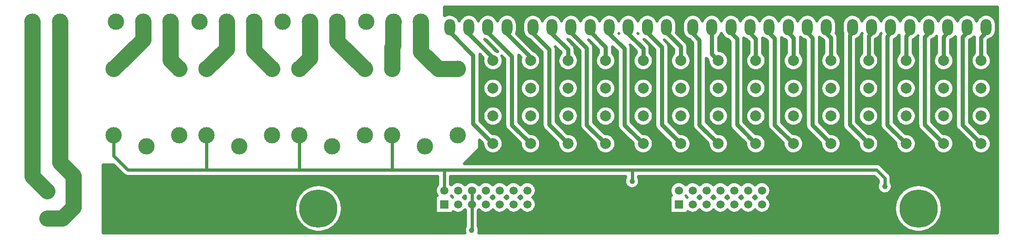
<source format=gbr>
%FSTAX42Y42*%
%MOMM*%
%SFA1B1*%

%IPPOS*%
%ADD10C,0.499999*%
%ADD13C,0.599999*%
%ADD15C,2.999994*%
%ADD18C,2.499995*%
%ADD19O,1.999996X2.999994*%
%ADD20C,2.999994*%
%ADD21C,1.999996*%
%ADD22R,1.499997X1.499997*%
%ADD23C,1.499997*%
%ADD24C,6.999986*%
%ADD25C,0.999998*%
%ADD26C,0.799998*%
%LNpcb_monitoring_bott_back-1*%
%LPD*%
G54D10*
X009434Y000249D02*
D01*
X009433Y00028*
X00943Y00031*
X009425Y00034*
X009418Y000369*
X009408Y000398*
X009397Y000426*
X009384Y000454*
X009368Y00048*
X009351Y000505*
X009333Y000529*
X009312Y000552*
X009291Y000573*
X009267Y000592*
X009243Y00061*
X009217Y000626*
X00919Y00064*
X009162Y000653*
X009134Y000663*
X009105Y000672*
X009075Y000678*
X009045Y000682*
X009015Y000684*
X008984*
X008954Y000682*
X008924Y000678*
X008894Y000672*
X008865Y000663*
X008837Y000653*
X008809Y00064*
X008782Y000626*
X008756Y00061*
X008732Y000592*
X008708Y000573*
X008687Y000552*
X008666Y000529*
X008648Y000505*
X008631Y00048*
X008615Y000454*
X008602Y000426*
X008591Y000398*
X008581Y000369*
X008574Y00034*
X008569Y00031*
X008566Y00028*
X008564Y000249*
X008566Y000219*
X008569Y000189*
X008574Y000159*
X008581Y00013*
X008591Y000101*
X008602Y000073*
X008615Y000045*
X008631Y000019*
X008648Y-000005*
X008666Y-000029*
X008687Y-000052*
X008708Y-000073*
X008732Y-000092*
X008756Y-00011*
X008782Y-000126*
X008809Y-00014*
X008837Y-000153*
X008865Y-000163*
X008894Y-000172*
X008924Y-000178*
X008954Y-000182*
X008984Y-000184*
X009015*
X009045Y-000182*
X009075Y-000178*
X009105Y-000172*
X009134Y-000163*
X009162Y-000153*
X00919Y-00014*
X009217Y-000126*
X009243Y-00011*
X009267Y-000092*
X009291Y-000073*
X009312Y-000052*
X009333Y-000029*
X009351Y-000005*
X009368Y000019*
X009384Y000045*
X009397Y000073*
X009408Y000101*
X009418Y00013*
X009425Y000159*
X00943Y000189*
X009433Y000219*
X009434Y000249*
X011936Y-000199D02*
D01*
X01194Y-000191*
X011943Y-000182*
X011945Y-000173*
X011946Y-000163*
X011947Y-000154*
X011946Y-000147*
X011699Y-000072D02*
D01*
X011695Y-000081*
X01169Y-000089*
X011687Y-000098*
X011683Y-000107*
X011681Y-000116*
X011679Y-000125*
X011678Y-000134*
X011677Y-000144*
X011678Y-000153*
X011678Y-000162*
X01168Y-000172*
X011682Y-000181*
X011685Y-00019*
X011688Y-000199*
X011687Y-000199*
X011466Y000195D02*
D01*
X011476Y000189*
X011485Y000184*
X011495Y000179*
X011506Y000175*
X011516Y000171*
X011527Y000168*
X011538Y000166*
X011549Y000165*
X01156Y000165*
X011571Y000165*
X011582Y000166*
X011593Y000168*
X011604Y000171*
X011615Y000174*
X011625Y000179*
X011635Y000183*
X011645Y000189*
X011654Y000195*
X011663Y000202*
X011671Y00021*
X011679Y000218*
X011686Y000226*
X011687Y000227*
X011929Y000213D02*
D01*
X011937Y000222*
X011941Y000227*
X011687D02*
D01*
X011695Y000219*
X011699Y000213*
X011946Y-000147D02*
D01*
X011946Y-000138*
X011945Y-000129*
X011944Y-000119*
X011941Y-00011*
X011938Y-000101*
X011935Y-000093*
X011931Y-000084*
X011929Y-000079*
X011941Y000227D02*
D01*
X011949Y000219*
X011956Y000211*
X011964Y000203*
X011973Y000196*
X011982Y00019*
X011992Y000184*
X012002Y000179*
X012012Y000175*
X012023Y000171*
X012034Y000169*
X012045Y000166*
X012056Y000165*
X012067Y000165*
X012078Y000165*
X012089Y000166*
X0121Y000168*
X012111Y00017*
X012122Y000174*
X012132Y000178*
X012142Y000183*
X012152Y000188*
X012161Y000194*
X01217Y000201*
X012178Y000208*
X012186Y000216*
X012193Y000225*
X012195Y000227*
D01*
X012203Y000219*
X01221Y000211*
X012218Y000203*
X012227Y000196*
X012236Y00019*
X012246Y000184*
X012256Y000179*
X012266Y000175*
X012277Y000171*
X012288Y000169*
X012299Y000166*
X01231Y000165*
X012321Y000165*
X012332Y000165*
X012343Y000166*
X012354Y000168*
X012365Y00017*
X012376Y000174*
X012386Y000178*
X012396Y000183*
X012406Y000188*
X012415Y000194*
X012424Y000201*
X012432Y000208*
X01244Y000216*
X012447Y000225*
X012449Y000227*
X012478Y000451D02*
D01*
X01247Y000444*
X012462Y000437*
X012454Y000429*
X012449Y000422*
X011687D02*
D01*
X01168Y000431*
X011673Y000439*
X011665Y000447*
X011657Y000451*
X011699Y000436D02*
D01*
X011692Y000428*
X011687Y000422*
X011433Y000481D02*
D01*
X011441Y000473*
X011448Y000465*
X011456Y000457*
X011462Y000451*
X011657D02*
D01*
X011666Y000459*
X011674Y000466*
X011682Y000474*
X011687Y000481*
X011941Y000422D02*
D01*
X011934Y000431*
X011929Y000436*
X01197Y000451D02*
D01*
X011962Y000444*
X011954Y000437*
X011946Y000429*
X011941Y000422*
X011191Y00069D02*
D01*
X011184Y000682*
X011177Y000673*
X011171Y000664*
X011165Y000654*
X01116Y000644*
X011156Y000634*
X011153Y000624*
X01115Y000613*
X011148Y000602*
X011147Y000591*
X011147Y000579*
X011147Y000568*
X011148Y000557*
X01115Y000546*
X011153Y000535*
X011156Y000525*
X011161Y000514*
X011165Y000504*
X011171Y000495*
X011177Y000486*
X011176Y000484*
X011433Y000676D02*
D01*
X011426Y000685*
X011421Y00069*
X011687Y000676D02*
D01*
X01168Y000685*
X011673Y000693*
X011665Y000701*
X011656Y000708*
X011647Y000714*
X011637Y00072*
X011627Y000725*
X011617Y000729*
X011606Y000733*
X011595Y000735*
X011584Y000737*
X011573Y000739*
X011562Y000739*
X011551Y000739*
X01154Y000738*
X011529Y000736*
X011518Y000734*
X011507Y00073*
X011497Y000726*
X011487Y000721*
X011477Y000716*
X011468Y00071*
X011459Y000703*
X011451Y000696*
X011443Y000688*
X011436Y000679*
X011433Y000676*
X011929Y000467D02*
D01*
X011937Y000476*
X011941Y000481*
X011687D02*
D01*
X011695Y000473*
X011699Y000467*
X011941Y000676D02*
D01*
X011934Y000685*
X011927Y000693*
X011919Y000701*
X01191Y000708*
X011901Y000714*
X011891Y00072*
X011881Y000725*
X011871Y000729*
X01186Y000733*
X011849Y000735*
X011838Y000737*
X011827Y000739*
X011816Y000739*
X011805Y000739*
X011794Y000738*
X011783Y000736*
X011772Y000734*
X011761Y00073*
X011751Y000726*
X011741Y000721*
X011731Y000716*
X011722Y00071*
X011713Y000703*
X011705Y000696*
X011697Y000688*
X01169Y000679*
X011687Y000676*
X012195Y000422D02*
D01*
X012188Y000431*
X012181Y000439*
X012173Y000447*
X012165Y000451*
X011941Y000481D02*
D01*
X011949Y000473*
X011956Y000465*
X011964Y000457*
X01197Y000451*
X012195Y000481D02*
D01*
X012203Y000473*
X01221Y000465*
X012218Y000457*
X012224Y000451*
X012165D02*
D01*
X012174Y000459*
X012182Y000466*
X01219Y000474*
X012195Y000481*
X012224Y000451D02*
D01*
X012216Y000444*
X012208Y000437*
X0122Y000429*
X012195Y000422*
X012449D02*
D01*
X012442Y000431*
X012435Y000439*
X012427Y000447*
X012419Y000451*
X012195Y000676D02*
D01*
X012188Y000685*
X012181Y000693*
X012173Y000701*
X012164Y000708*
X012155Y000714*
X012145Y00072*
X012135Y000725*
X012125Y000729*
X012114Y000733*
X012103Y000735*
X012092Y000737*
X012081Y000739*
X01207Y000739*
X012059Y000739*
X012048Y000738*
X012037Y000736*
X012026Y000734*
X012015Y00073*
X012005Y000726*
X011995Y000721*
X011985Y000716*
X011976Y00071*
X011967Y000703*
X011959Y000696*
X011951Y000688*
X011944Y000679*
X011941Y000676*
X012419Y000451D02*
D01*
X012428Y000459*
X012436Y000466*
X012444Y000474*
X012449Y000481*
Y000676D02*
D01*
X012442Y000685*
X012435Y000693*
X012427Y000701*
X012418Y000708*
X012409Y000714*
X012399Y00072*
X012389Y000725*
X012379Y000729*
X012368Y000733*
X012357Y000735*
X012346Y000737*
X012335Y000739*
X012324Y000739*
X012313Y000739*
X012302Y000738*
X012291Y000736*
X01228Y000734*
X012269Y00073*
X012259Y000726*
X012249Y000721*
X012239Y000716*
X01223Y00071*
X012221Y000703*
X012213Y000696*
X012205Y000688*
X012198Y000679*
X012195Y000676*
X012449Y000481D02*
D01*
X012457Y000473*
X012464Y000465*
X012472Y000457*
X012478Y000451*
X005423Y000875D02*
D01*
X005429Y00087*
X005436Y000865*
X005442Y00086*
X005449Y000856*
X005456Y000853*
X005463Y00085*
X005471Y000847*
X005479Y000845*
X005487Y000843*
X005495Y000842*
X005502Y000842*
X005504Y000842*
X005423Y000875D02*
D01*
X005429Y00087*
X005436Y000865*
X005442Y00086*
X005449Y000856*
X005456Y000853*
X005463Y00085*
X005471Y000847*
X005479Y000845*
X005487Y000843*
X005495Y000842*
X005502Y000842*
X005504Y000842*
X012014Y001445D02*
D01*
X012014Y001433*
X012015Y00142*
X012017Y001407*
X012019Y001394*
X012023Y001382*
X012027Y00137*
X012032Y001358*
X012038Y001346*
X012045Y001335*
X012053Y001325*
X012061Y001315*
X01207Y001305*
X012079Y001297*
X012089Y001289*
X0121Y001281*
X012111Y001275*
X012123Y001269*
X012135Y001264*
X012147Y00126*
X012159Y001257*
X012172Y001254*
X012185Y001253*
X012198Y001252*
X012211Y001253*
X012224Y001254*
X012236Y001256*
X012249Y001259*
X012261Y001263*
X012273Y001268*
X012285Y001273*
X012296Y00128*
X012307Y001287*
X012317Y001295*
X012327Y001303*
X012336Y001312*
X012344Y001322*
X012352Y001333*
X012359Y001344*
X012365Y001355*
X012371Y001367*
X012375Y001379*
X012379Y001391*
X012382Y001404*
X012383Y001417*
X012384Y001429*
Y001437*
D01*
X012384Y00145*
X012383Y001463*
X01238Y001476*
X012377Y001488*
X012373Y001501*
X012369Y001513*
X012363Y001524*
X012356Y001536*
X012349Y001546*
X012341Y001556*
X012333Y001566*
X012323Y001575*
X012313Y001583*
X012303Y001591*
X012292Y001598*
X012281Y001604*
X012269Y001609*
X012257Y001613*
X012244Y001617*
X012232Y00162*
X012219Y001621*
X012206Y001622*
X012193*
X012192Y001622*
X012384Y001945D02*
D01*
X012384Y001958*
X012383Y001971*
X01238Y001984*
X012377Y001996*
X012373Y002009*
X012369Y002021*
X012363Y002032*
X012356Y002044*
X012349Y002054*
X012341Y002064*
X012333Y002074*
X012323Y002083*
X012313Y002091*
X012303Y002099*
X012292Y002106*
X012281Y002112*
X012269Y002117*
X012257Y002121*
X012244Y002125*
X012232Y002128*
X012219Y002129*
X012206Y00213*
X012193*
X01218Y002129*
X012167Y002128*
X012155Y002125*
X012142Y002121*
X01213Y002117*
X012118Y002112*
X012107Y002106*
X012096Y002099*
X012086Y002091*
X012076Y002083*
X012066Y002074*
X012058Y002064*
X01205Y002054*
X012043Y002044*
X012036Y002032*
X01203Y002021*
X012026Y002009*
X012022Y001996*
X012019Y001984*
X012016Y001971*
X012015Y001958*
X012014Y001945*
X012015Y001933*
X012016Y00192*
X012019Y001907*
X012022Y001895*
X012026Y001882*
X01203Y00187*
X012036Y001859*
X012043Y001847*
X01205Y001837*
X012058Y001827*
X012066Y001817*
X012076Y001808*
X012086Y0018*
X012096Y001792*
X012107Y001785*
X012118Y001779*
X01213Y001774*
X012142Y00177*
X012155Y001766*
X012167Y001763*
X01218Y001762*
X012193Y001761*
X012206*
X012219Y001762*
X012232Y001763*
X012244Y001766*
X012257Y00177*
X012269Y001774*
X012281Y001779*
X012292Y001785*
X012303Y001792*
X012313Y0018*
X012323Y001808*
X012333Y001817*
X012341Y001827*
X012349Y001837*
X012356Y001847*
X012363Y001859*
X012369Y00187*
X012373Y001882*
X012377Y001895*
X01238Y001907*
X012383Y00192*
X012384Y001933*
X012384Y001945*
X012419Y00178D02*
D01*
X01242Y001772*
X012421Y001763*
X012422Y001755*
X012424Y001746*
X012427Y001738*
X01243Y00173*
X012434Y001722*
X012438Y001714*
X012443Y001707*
X012449Y0017*
X012455Y001694*
X012456Y001692*
X012419Y00178D02*
D01*
X01242Y001772*
X012421Y001763*
X012422Y001755*
X012424Y001746*
X012427Y001738*
X01243Y00173*
X012434Y001722*
X012438Y001714*
X012443Y001707*
X012449Y0017*
X012455Y001694*
X012456Y001692*
X012449Y000227D02*
D01*
X012457Y000219*
X012464Y000211*
X012472Y000203*
X012481Y000196*
X01249Y00019*
X0125Y000184*
X01251Y000179*
X01252Y000175*
X012531Y000171*
X012542Y000169*
X012553Y000166*
X012564Y000165*
X012575Y000165*
X012586Y000165*
X012597Y000166*
X012608Y000168*
X012619Y00017*
X01263Y000174*
X01264Y000178*
X01265Y000183*
X01266Y000188*
X012669Y000194*
X012678Y000201*
X012686Y000208*
X012694Y000216*
X012701Y000225*
X012703Y000227*
D01*
X012711Y000219*
X012718Y000211*
X012726Y000203*
X012735Y000196*
X012744Y00019*
X012754Y000184*
X012764Y000179*
X012774Y000175*
X012785Y000171*
X012796Y000169*
X012807Y000166*
X012818Y000165*
X012829Y000165*
X01284Y000165*
X012851Y000166*
X012862Y000168*
X012873Y00017*
X012884Y000174*
X012894Y000178*
X012904Y000183*
X012914Y000188*
X012923Y000194*
X012932Y000201*
X01294Y000208*
X012948Y000216*
X012955Y000225*
X012962Y000234*
X012968Y000243*
X012973Y000253*
X012978Y000263*
X012982Y000273*
X012985Y000284*
X012988Y000295*
X012989Y000306*
X01299Y000317*
X01299Y000324*
X012703Y000422D02*
D01*
X012696Y000431*
X012689Y000439*
X012681Y000447*
X012673Y000451*
D01*
X012682Y000459*
X01269Y000466*
X012698Y000474*
X012703Y000481*
Y000676D02*
D01*
X012696Y000685*
X012689Y000693*
X012681Y000701*
X012672Y000708*
X012663Y000714*
X012653Y00072*
X012643Y000725*
X012633Y000729*
X012622Y000733*
X012611Y000735*
X0126Y000737*
X012589Y000739*
X012578Y000739*
X012567Y000739*
X012556Y000738*
X012545Y000736*
X012534Y000734*
X012523Y00073*
X012513Y000726*
X012503Y000721*
X012493Y000716*
X012484Y00071*
X012475Y000703*
X012467Y000696*
X012459Y000688*
X012452Y000679*
X012449Y000676*
X012732Y000451D02*
D01*
X012724Y000444*
X012716Y000437*
X012708Y000429*
X012703Y000422*
X01299Y000324D02*
D01*
X01299Y000336*
X012989Y000347*
X012987Y000358*
X012984Y000369*
X012981Y000379*
X012977Y00039*
X012972Y0004*
X012966Y000409*
X01296Y000419*
X012953Y000427*
X012946Y000436*
X012938Y000443*
X012929Y000451*
X012927Y000451*
X012703Y000481D02*
D01*
X012711Y000473*
X012718Y000465*
X012726Y000457*
X012732Y000451*
X012927D02*
D01*
X012936Y000459*
X012944Y000466*
X012952Y000474*
X012959Y000483*
X012965Y000492*
X012971Y000502*
X012976Y000512*
X01298Y000522*
X012984Y000533*
X012986Y000544*
X012988Y000555*
X01299Y000566*
X01299Y000577*
X01299Y000578*
D01*
X01299Y00059*
X012989Y000601*
X012987Y000612*
X012984Y000623*
X012981Y000633*
X012977Y000644*
X012972Y000654*
X012966Y000663*
X01296Y000673*
X012953Y000681*
X012946Y00069*
X012938Y000697*
X012929Y000705*
X01292Y000711*
X01291Y000717*
X012901Y000722*
X01289Y000727*
X01288Y000731*
X012869Y000734*
X012858Y000736*
X012847Y000738*
X012836Y000738*
X012825*
X012814Y000738*
X012803Y000736*
X012792Y000734*
X012781Y000731*
X012771Y000727*
X01276Y000722*
X01275Y000717*
X012741Y000711*
X012732Y000705*
X012723Y000697*
X012715Y00069*
X012708Y000681*
X012703Y000676*
X015766Y000195D02*
D01*
X015776Y000189*
X015785Y000184*
X015795Y000179*
X015806Y000175*
X015816Y000171*
X015827Y000168*
X015838Y000166*
X015849Y000165*
X01586Y000165*
X015871Y000165*
X015882Y000166*
X015893Y000168*
X015904Y000171*
X015915Y000174*
X015925Y000179*
X015935Y000183*
X015945Y000189*
X015954Y000195*
X015963Y000202*
X015971Y00021*
X015979Y000218*
X015986Y000226*
X015987Y000227*
Y000422D02*
D01*
X01598Y000431*
X015973Y000439*
X015965Y000447*
X015957Y000451*
X015987Y000227D02*
D01*
X015995Y000219*
X016002Y000211*
X01601Y000203*
X016019Y000196*
X016028Y00019*
X016038Y000184*
X016048Y000179*
X016058Y000175*
X016069Y000171*
X01608Y000169*
X016091Y000166*
X016102Y000165*
X016113Y000165*
X016124Y000165*
X016135Y000166*
X016146Y000168*
X016157Y00017*
X016168Y000174*
X016178Y000178*
X016188Y000183*
X016198Y000188*
X016207Y000194*
X016216Y000201*
X016224Y000208*
X016232Y000216*
X016239Y000225*
X016241Y000227*
X014634Y00082D02*
D01*
X01463Y000812*
X014626Y000804*
X014622Y000795*
X014619Y000786*
X014617Y000777*
X014616Y000768*
X014615Y000758*
X014614Y000749*
X014615Y000739*
X014616Y00073*
X014617Y000721*
X01462Y000712*
X014623Y000703*
X014626Y000694*
X014631Y000685*
X014635Y000677*
X014641Y000669*
X014646Y000662*
X014653Y000655*
X01466Y000649*
X014667Y000643*
X014675Y000637*
X014683Y000632*
X014691Y000628*
X0147Y000624*
X014708Y000621*
X014718Y000618*
X014727Y000616*
X014736Y000615*
X014746Y000614*
X014755Y000614*
X014764Y000615*
X014774Y000617*
X014783Y000619*
X014792Y000621*
X014801Y000624*
X014809Y000628*
X014818Y000633*
X014826Y000638*
X014833Y000643*
X01484Y00065*
X014847Y000656*
X014853Y000663*
X014859Y000671*
X014864Y000678*
X014869Y000687*
X014873Y000695*
X014877Y000704*
X01488Y000713*
X014882Y000722*
X014883Y000731*
X014884Y000741*
X014884Y000749*
D01*
X014884Y000759*
X014883Y000768*
X014882Y000778*
X014879Y000787*
X014876Y000796*
X014873Y000804*
X014869Y000813*
X014864Y00082*
X015733Y000481D02*
D01*
X015741Y000473*
X015748Y000465*
X015756Y000457*
X015762Y000451*
X015957D02*
D01*
X015966Y000459*
X015974Y000466*
X015982Y000474*
X015987Y000481*
X015733Y000676D02*
D01*
X015726Y000685*
X015719Y000693*
X015711Y000701*
X015702Y000708*
X015693Y000714*
X015683Y00072*
X015673Y000725*
X015663Y000729*
X015652Y000733*
X015641Y000735*
X01563Y000737*
X015619Y000739*
X015608Y000739*
X015597Y000739*
X015586Y000738*
X015575Y000736*
X015564Y000734*
X015553Y00073*
X015543Y000726*
X015533Y000721*
X015523Y000716*
X015514Y00071*
X015505Y000703*
X015497Y000696*
X015489Y000688*
X015482Y000679*
X015475Y00067*
X015469Y000661*
X015464Y000651*
X015459Y000641*
X015455Y000631*
X015452Y00062*
X015449Y000609*
X015448Y000598*
X015447Y000587*
X015447Y000576*
X015447Y000565*
X015449Y000553*
X015451Y000543*
X015454Y000532*
X015458Y000521*
X015462Y000511*
X015467Y000501*
X015473Y000492*
X015476Y000484*
X015987Y000676D02*
D01*
X01598Y000685*
X015973Y000693*
X015965Y000701*
X015956Y000708*
X015947Y000714*
X015937Y00072*
X015927Y000725*
X015917Y000729*
X015906Y000733*
X015895Y000735*
X015884Y000737*
X015873Y000739*
X015862Y000739*
X015851Y000739*
X01584Y000738*
X015829Y000736*
X015818Y000734*
X015807Y00073*
X015797Y000726*
X015787Y000721*
X015777Y000716*
X015768Y00071*
X015759Y000703*
X015751Y000696*
X015743Y000688*
X015736Y000679*
X015733Y000676*
X016016Y000451D02*
D01*
X016008Y000444*
X016Y000437*
X015992Y000429*
X015987Y000422*
Y000481D02*
D01*
X015995Y000473*
X016002Y000465*
X01601Y000457*
X016016Y000451*
X016241Y000676D02*
D01*
X016234Y000685*
X016227Y000693*
X016219Y000701*
X01621Y000708*
X016201Y000714*
X016191Y00072*
X016181Y000725*
X016171Y000729*
X01616Y000733*
X016149Y000735*
X016138Y000737*
X016127Y000739*
X016116Y000739*
X016105Y000739*
X016094Y000738*
X016083Y000736*
X016072Y000734*
X016061Y00073*
X016051Y000726*
X016041Y000721*
X016031Y000716*
X016022Y00071*
X016013Y000703*
X016005Y000696*
X015997Y000688*
X01599Y000679*
X015987Y000676*
X012703Y001445D02*
D01*
X012703Y001433*
X012704Y00142*
X012706Y001407*
X012708Y001394*
X012712Y001382*
X012716Y00137*
X012721Y001358*
X012727Y001346*
X012734Y001335*
X012742Y001325*
X01275Y001315*
X012759Y001305*
X012768Y001297*
X012778Y001289*
X012789Y001281*
X0128Y001275*
X012812Y001269*
X012824Y001264*
X012836Y00126*
X012848Y001257*
X012861Y001254*
X012874Y001253*
X012887Y001252*
X0129Y001253*
X012913Y001254*
X012925Y001256*
X012938Y001259*
X01295Y001263*
X012962Y001268*
X012974Y001273*
X012985Y00128*
X012996Y001287*
X013006Y001295*
X013016Y001303*
X013025Y001312*
X013033Y001322*
X013041Y001333*
X013048Y001344*
X013054Y001355*
X01306Y001367*
X013064Y001379*
X013068Y001391*
X013071Y001404*
X013072Y001417*
X013073Y001429*
X013072Y001437*
D01*
X013072Y00145*
X013071Y001463*
X013068Y001476*
X013065Y001488*
X013061Y001501*
X013057Y001513*
X013051Y001524*
X013044Y001536*
X013037Y001546*
X013029Y001556*
X013021Y001566*
X013011Y001575*
X013001Y001583*
X012991Y001591*
X01298Y001598*
X012969Y001604*
X012957Y001609*
X012945Y001613*
X012932Y001617*
X01292Y00162*
X012907Y001621*
X012894Y001622*
X012881*
X012879Y001622*
X01408Y001445D02*
D01*
X01408Y001433*
X014081Y00142*
X014083Y001407*
X014085Y001394*
X014089Y001382*
X014093Y00137*
X014098Y001358*
X014104Y001346*
X014111Y001335*
X014119Y001325*
X014127Y001315*
X014136Y001305*
X014145Y001297*
X014155Y001289*
X014166Y001281*
X014177Y001275*
X014189Y001269*
X014201Y001264*
X014213Y00126*
X014225Y001257*
X014238Y001254*
X014251Y001253*
X014264Y001252*
X014277Y001253*
X01429Y001254*
X014302Y001256*
X014315Y001259*
X014327Y001263*
X014339Y001268*
X014351Y001273*
X014362Y00128*
X014373Y001287*
X014383Y001295*
X014393Y001303*
X014402Y001312*
X01441Y001322*
X014418Y001333*
X014425Y001344*
X014431Y001355*
X014437Y001367*
X014441Y001379*
X014445Y001391*
X014448Y001404*
X014449Y001417*
X01445Y001429*
X014449Y001437*
X013391Y001445D02*
D01*
X013391Y001433*
X013392Y00142*
X013394Y001407*
X013396Y001394*
X0134Y001382*
X013404Y00137*
X013409Y001358*
X013415Y001346*
X013422Y001335*
X01343Y001325*
X013438Y001315*
X013447Y001305*
X013456Y001297*
X013466Y001289*
X013477Y001281*
X013488Y001275*
X0135Y001269*
X013512Y001264*
X013524Y00126*
X013536Y001257*
X013549Y001254*
X013562Y001253*
X013575Y001252*
X013588Y001253*
X013601Y001254*
X013613Y001256*
X013626Y001259*
X013638Y001263*
X01365Y001268*
X013662Y001273*
X013673Y00128*
X013684Y001287*
X013694Y001295*
X013704Y001303*
X013713Y001312*
X013721Y001322*
X013729Y001333*
X013736Y001344*
X013742Y001355*
X013748Y001367*
X013752Y001379*
X013756Y001391*
X013759Y001404*
X01376Y001417*
X013761Y001429*
Y001437*
D01*
X013761Y00145*
X01376Y001463*
X013757Y001476*
X013754Y001488*
X01375Y001501*
X013746Y001513*
X01374Y001524*
X013733Y001536*
X013726Y001546*
X013718Y001556*
X01371Y001566*
X0137Y001575*
X01369Y001583*
X01368Y001591*
X013669Y001598*
X013658Y001604*
X013646Y001609*
X013634Y001613*
X013621Y001617*
X013609Y00162*
X013596Y001621*
X013583Y001622*
X01357*
X013568Y001622*
X014449Y001437D02*
D01*
X014449Y00145*
X014448Y001463*
X014445Y001476*
X014442Y001488*
X014438Y001501*
X014434Y001513*
X014428Y001524*
X014421Y001536*
X014414Y001546*
X014406Y001556*
X014398Y001566*
X014388Y001575*
X014378Y001583*
X014368Y001591*
X014357Y001598*
X014346Y001604*
X014334Y001609*
X014322Y001613*
X014309Y001617*
X014297Y00162*
X014284Y001621*
X014271Y001622*
X014258*
X014256Y001622*
X013072Y001945D02*
D01*
X013072Y001958*
X013071Y001971*
X013068Y001984*
X013065Y001996*
X013061Y002009*
X013057Y002021*
X013051Y002032*
X013044Y002044*
X013037Y002054*
X013029Y002064*
X013021Y002074*
X013011Y002083*
X013001Y002091*
X012991Y002099*
X01298Y002106*
X012969Y002112*
X012957Y002117*
X012945Y002121*
X012932Y002125*
X01292Y002128*
X012907Y002129*
X012894Y00213*
X012881*
X012868Y002129*
X012855Y002128*
X012843Y002125*
X01283Y002121*
X012818Y002117*
X012806Y002112*
X012795Y002106*
X012784Y002099*
X012774Y002091*
X012764Y002083*
X012754Y002074*
X012746Y002064*
X012738Y002054*
X012731Y002044*
X012724Y002032*
X012718Y002021*
X012714Y002009*
X01271Y001996*
X012707Y001984*
X012704Y001971*
X012703Y001958*
X012702Y001945*
X012703Y001933*
X012704Y00192*
X012707Y001907*
X01271Y001895*
X012714Y001882*
X012718Y00187*
X012724Y001859*
X012731Y001847*
X012738Y001837*
X012746Y001827*
X012754Y001817*
X012764Y001808*
X012774Y0018*
X012784Y001792*
X012795Y001785*
X012806Y001779*
X012818Y001774*
X01283Y00177*
X012843Y001766*
X012855Y001763*
X012868Y001762*
X012881Y001761*
X012894*
X012907Y001762*
X01292Y001763*
X012932Y001766*
X012945Y00177*
X012957Y001774*
X012969Y001779*
X01298Y001785*
X012991Y001792*
X013001Y0018*
X013011Y001808*
X013021Y001817*
X013029Y001827*
X013037Y001837*
X013044Y001847*
X013051Y001859*
X013057Y00187*
X013061Y001882*
X013065Y001895*
X013068Y001907*
X013071Y00192*
X013072Y001933*
X013072Y001945*
X013104Y001784D02*
D01*
X013105Y001776*
X013106Y001767*
X013107Y001759*
X013109Y00175*
X013112Y001742*
X013115Y001734*
X013119Y001726*
X013123Y001718*
X013128Y001711*
X013134Y001704*
X01314Y001698*
X013141Y001696*
X013104Y001784D02*
D01*
X013105Y001776*
X013106Y001767*
X013107Y001759*
X013109Y00175*
X013112Y001742*
X013115Y001734*
X013119Y001726*
X013123Y001718*
X013128Y001711*
X013134Y001704*
X01314Y001698*
X013141Y001696*
X013761Y001945D02*
D01*
X013761Y001958*
X01376Y001971*
X013757Y001984*
X013754Y001996*
X01375Y002009*
X013746Y002021*
X01374Y002032*
X013733Y002044*
X013726Y002054*
X013718Y002064*
X01371Y002074*
X0137Y002083*
X01369Y002091*
X01368Y002099*
X013669Y002106*
X013658Y002112*
X013646Y002117*
X013634Y002121*
X013621Y002125*
X013609Y002128*
X013596Y002129*
X013583Y00213*
X01357*
X013557Y002129*
X013544Y002128*
X013532Y002125*
X013519Y002121*
X013507Y002117*
X013495Y002112*
X013484Y002106*
X013473Y002099*
X013463Y002091*
X013453Y002083*
X013443Y002074*
X013435Y002064*
X013427Y002054*
X01342Y002044*
X013413Y002032*
X013407Y002021*
X013403Y002009*
X013399Y001996*
X013396Y001984*
X013393Y001971*
X013392Y001958*
X013391Y001945*
X013392Y001933*
X013393Y00192*
X013396Y001907*
X013399Y001895*
X013403Y001882*
X013407Y00187*
X013413Y001859*
X01342Y001847*
X013427Y001837*
X013435Y001827*
X013443Y001817*
X013453Y001808*
X013463Y0018*
X013473Y001792*
X013484Y001785*
X013495Y001779*
X013507Y001774*
X013519Y00177*
X013532Y001766*
X013544Y001763*
X013557Y001762*
X01357Y001761*
X013583*
X013596Y001762*
X013609Y001763*
X013621Y001766*
X013634Y00177*
X013646Y001774*
X013658Y001779*
X013669Y001785*
X01368Y001792*
X01369Y0018*
X0137Y001808*
X01371Y001817*
X013718Y001827*
X013726Y001837*
X013733Y001847*
X01374Y001859*
X013746Y00187*
X01375Y001882*
X013754Y001895*
X013757Y001907*
X01376Y00192*
X013761Y001933*
X013761Y001945*
X013794Y001782D02*
D01*
X013795Y001774*
X013796Y001765*
X013797Y001757*
X013799Y001748*
X013802Y00174*
X013805Y001732*
X013809Y001724*
X013813Y001716*
X013818Y001709*
X013824Y001702*
X01383Y001696*
X013831Y001694*
X013794Y001782D02*
D01*
X013795Y001774*
X013796Y001765*
X013797Y001757*
X013799Y001748*
X013802Y00174*
X013805Y001732*
X013809Y001724*
X013813Y001716*
X013818Y001709*
X013824Y001702*
X01383Y001696*
X013831Y001694*
X014449Y001945D02*
D01*
X014449Y001958*
X014448Y001971*
X014445Y001984*
X014442Y001996*
X014438Y002009*
X014434Y002021*
X014428Y002032*
X014421Y002044*
X014414Y002054*
X014406Y002064*
X014398Y002074*
X014388Y002083*
X014378Y002091*
X014368Y002099*
X014357Y002106*
X014346Y002112*
X014334Y002117*
X014322Y002121*
X014309Y002125*
X014297Y002128*
X014284Y002129*
X014271Y00213*
X014258*
X014245Y002129*
X014232Y002128*
X01422Y002125*
X014207Y002121*
X014195Y002117*
X014183Y002112*
X014172Y002106*
X014161Y002099*
X014151Y002091*
X014141Y002083*
X014131Y002074*
X014123Y002064*
X014115Y002054*
X014108Y002044*
X014101Y002032*
X014095Y002021*
X014091Y002009*
X014087Y001996*
X014084Y001984*
X014081Y001971*
X01408Y001958*
X014079Y001945*
X01408Y001933*
X014081Y00192*
X014084Y001907*
X014087Y001895*
X014091Y001882*
X014095Y00187*
X014101Y001859*
X014108Y001847*
X014115Y001837*
X014123Y001827*
X014131Y001817*
X014141Y001808*
X014151Y0018*
X014161Y001792*
X014172Y001785*
X014183Y001779*
X014195Y001774*
X014207Y00177*
X01422Y001766*
X014232Y001763*
X014245Y001762*
X014258Y001761*
X014271*
X014284Y001762*
X014297Y001763*
X014309Y001766*
X014322Y00177*
X014334Y001774*
X014346Y001779*
X014357Y001785*
X014368Y001792*
X014378Y0018*
X014388Y001808*
X014398Y001817*
X014406Y001827*
X014414Y001837*
X014421Y001847*
X014428Y001859*
X014434Y00187*
X014438Y001882*
X014442Y001895*
X014445Y001907*
X014448Y00192*
X014449Y001933*
X014449Y001945*
X014768Y001445D02*
D01*
X014768Y001433*
X014769Y00142*
X014771Y001407*
X014773Y001394*
X014777Y001382*
X014781Y00137*
X014786Y001358*
X014792Y001346*
X014799Y001335*
X014807Y001325*
X014815Y001315*
X014824Y001305*
X014833Y001297*
X014843Y001289*
X014854Y001281*
X014865Y001275*
X014877Y001269*
X014889Y001264*
X014901Y00126*
X014913Y001257*
X014926Y001254*
X014939Y001253*
X014952Y001252*
X014965Y001253*
X014978Y001254*
X01499Y001256*
X015003Y001259*
X015015Y001263*
X015027Y001268*
X015039Y001273*
X01505Y00128*
X015061Y001287*
X015071Y001295*
X015081Y001303*
X01509Y001312*
X015098Y001322*
X015106Y001333*
X015113Y001344*
X015119Y001355*
X015125Y001367*
X015129Y001379*
X015133Y001391*
X015136Y001404*
X015137Y001417*
X015138Y001429*
Y001437*
D01*
X015138Y00145*
X015137Y001463*
X015134Y001476*
X015131Y001488*
X015127Y001501*
X015123Y001513*
X015117Y001524*
X01511Y001536*
X015103Y001546*
X015095Y001556*
X015087Y001566*
X015077Y001575*
X015067Y001583*
X015057Y001591*
X015046Y001598*
X015035Y001604*
X015023Y001609*
X015011Y001613*
X014998Y001617*
X014986Y00162*
X014973Y001621*
X01496Y001622*
X014947*
X014945Y001622*
X015456Y001445D02*
D01*
X015456Y001433*
X015457Y00142*
X015459Y001407*
X015461Y001394*
X015465Y001382*
X015469Y00137*
X015474Y001358*
X01548Y001346*
X015487Y001335*
X015495Y001325*
X015503Y001315*
X015512Y001305*
X015521Y001297*
X015531Y001289*
X015542Y001281*
X015553Y001275*
X015565Y001269*
X015577Y001264*
X015589Y00126*
X015601Y001257*
X015614Y001254*
X015627Y001253*
X01564Y001252*
X015653Y001253*
X015666Y001254*
X015678Y001256*
X015691Y001259*
X015703Y001263*
X015715Y001268*
X015727Y001273*
X015738Y00128*
X015749Y001287*
X015759Y001295*
X015769Y001303*
X015778Y001312*
X015786Y001322*
X015794Y001333*
X015801Y001344*
X015807Y001355*
X015813Y001367*
X015817Y001379*
X015821Y001391*
X015824Y001404*
X015825Y001417*
X015826Y001429*
Y001437*
D01*
X015826Y00145*
X015825Y001463*
X015822Y001476*
X015819Y001488*
X015815Y001501*
X015811Y001513*
X015805Y001524*
X015798Y001536*
X015791Y001546*
X015783Y001556*
X015775Y001566*
X015765Y001575*
X015755Y001583*
X015745Y001591*
X015734Y001598*
X015723Y001604*
X015711Y001609*
X015699Y001613*
X015686Y001617*
X015674Y00162*
X015661Y001621*
X015648Y001622*
X015635*
X015633Y001622*
X014481Y001783D02*
D01*
X014482Y001775*
X014483Y001766*
X014484Y001758*
X014486Y001749*
X014489Y001741*
X014492Y001733*
X014496Y001725*
X0145Y001717*
X014505Y00171*
X014511Y001703*
X014517Y001697*
X014518Y001695*
X014481Y001783D02*
D01*
X014482Y001775*
X014483Y001766*
X014484Y001758*
X014486Y001749*
X014489Y001741*
X014492Y001733*
X014496Y001725*
X0145Y001717*
X014505Y00171*
X014511Y001703*
X014517Y001697*
X014518Y001695*
X015138Y001945D02*
D01*
X015138Y001958*
X015137Y001971*
X015134Y001984*
X015131Y001996*
X015127Y002009*
X015123Y002021*
X015117Y002032*
X01511Y002044*
X015103Y002054*
X015095Y002064*
X015087Y002074*
X015077Y002083*
X015067Y002091*
X015057Y002099*
X015046Y002106*
X015035Y002112*
X015023Y002117*
X015011Y002121*
X014998Y002125*
X014986Y002128*
X014973Y002129*
X01496Y00213*
X014947*
X014934Y002129*
X014921Y002128*
X014909Y002125*
X014896Y002121*
X014884Y002117*
X014872Y002112*
X014861Y002106*
X01485Y002099*
X01484Y002091*
X01483Y002083*
X01482Y002074*
X014812Y002064*
X014804Y002054*
X014797Y002044*
X01479Y002032*
X014784Y002021*
X01478Y002009*
X014776Y001996*
X014773Y001984*
X01477Y001971*
X014769Y001958*
X014768Y001945*
X014769Y001933*
X01477Y00192*
X014773Y001907*
X014776Y001895*
X01478Y001882*
X014784Y00187*
X01479Y001859*
X014797Y001847*
X014804Y001837*
X014812Y001827*
X01482Y001817*
X01483Y001808*
X01484Y0018*
X01485Y001792*
X014861Y001785*
X014872Y001779*
X014884Y001774*
X014896Y00177*
X014909Y001766*
X014921Y001763*
X014934Y001762*
X014947Y001761*
X01496*
X014973Y001762*
X014986Y001763*
X014998Y001766*
X015011Y00177*
X015023Y001774*
X015035Y001779*
X015046Y001785*
X015057Y001792*
X015067Y0018*
X015077Y001808*
X015087Y001817*
X015095Y001827*
X015103Y001837*
X01511Y001847*
X015117Y001859*
X015123Y00187*
X015127Y001882*
X015131Y001895*
X015134Y001907*
X015137Y00192*
X015138Y001933*
X015138Y001945*
X015169Y001784D02*
D01*
X01517Y001776*
X015171Y001767*
X015172Y001759*
X015174Y00175*
X015177Y001742*
X01518Y001734*
X015184Y001726*
X015188Y001718*
X015193Y001711*
X015199Y001704*
X015205Y001698*
X015206Y001696*
X015169Y001784D02*
D01*
X01517Y001776*
X015171Y001767*
X015172Y001759*
X015174Y00175*
X015177Y001742*
X01518Y001734*
X015184Y001726*
X015188Y001718*
X015193Y001711*
X015199Y001704*
X015205Y001698*
X015206Y001696*
X015826Y001945D02*
D01*
X015826Y001958*
X015825Y001971*
X015822Y001984*
X015819Y001996*
X015815Y002009*
X015811Y002021*
X015805Y002032*
X015798Y002044*
X015791Y002054*
X015783Y002064*
X015775Y002074*
X015765Y002083*
X015755Y002091*
X015745Y002099*
X015734Y002106*
X015723Y002112*
X015711Y002117*
X015699Y002121*
X015686Y002125*
X015674Y002128*
X015661Y002129*
X015648Y00213*
X015635*
X015622Y002129*
X015609Y002128*
X015597Y002125*
X015584Y002121*
X015572Y002117*
X01556Y002112*
X015549Y002106*
X015538Y002099*
X015528Y002091*
X015518Y002083*
X015508Y002074*
X0155Y002064*
X015492Y002054*
X015485Y002044*
X015478Y002032*
X015472Y002021*
X015468Y002009*
X015464Y001996*
X015461Y001984*
X015458Y001971*
X015457Y001958*
X015456Y001945*
X015457Y001933*
X015458Y00192*
X015461Y001907*
X015464Y001895*
X015468Y001882*
X015472Y00187*
X015478Y001859*
X015485Y001847*
X015492Y001837*
X0155Y001827*
X015508Y001817*
X015518Y001808*
X015528Y0018*
X015538Y001792*
X015549Y001785*
X01556Y001779*
X015572Y001774*
X015584Y00177*
X015597Y001766*
X015609Y001763*
X015622Y001762*
X015635Y001761*
X015648*
X015661Y001762*
X015674Y001763*
X015686Y001766*
X015699Y00177*
X015711Y001774*
X015723Y001779*
X015734Y001785*
X015745Y001792*
X015755Y0018*
X015765Y001808*
X015775Y001817*
X015783Y001827*
X015791Y001837*
X015798Y001847*
X015805Y001859*
X015811Y00187*
X015815Y001882*
X015819Y001895*
X015822Y001907*
X015825Y00192*
X015826Y001933*
X015826Y001945*
X015859Y001783D02*
D01*
X01586Y001775*
X015861Y001766*
X015862Y001758*
X015864Y001749*
X015867Y001741*
X01587Y001733*
X015874Y001725*
X015878Y001717*
X015883Y00171*
X015889Y001703*
X015895Y001697*
X015896Y001694*
X015859Y001783D02*
D01*
X01586Y001775*
X015861Y001766*
X015862Y001758*
X015864Y001749*
X015867Y001741*
X01587Y001733*
X015874Y001725*
X015878Y001717*
X015883Y00171*
X015889Y001703*
X015895Y001697*
X015896Y001694*
X012384Y002453D02*
D01*
X012384Y002466*
X012383Y002479*
X01238Y002492*
X012377Y002504*
X012373Y002517*
X012369Y002529*
X012363Y00254*
X012356Y002552*
X012349Y002562*
X012341Y002572*
X012333Y002582*
X012323Y002591*
X012313Y002599*
X012303Y002607*
X012292Y002614*
X012281Y00262*
X012269Y002625*
X012257Y002629*
X012244Y002633*
X012232Y002636*
X012219Y002637*
X012206Y002638*
X012193*
X01218Y002637*
X012167Y002636*
X012155Y002633*
X012142Y002629*
X01213Y002625*
X012118Y00262*
X012107Y002614*
X012096Y002607*
X012086Y002599*
X012076Y002591*
X012066Y002582*
X012058Y002572*
X01205Y002562*
X012043Y002552*
X012036Y00254*
X01203Y002529*
X012026Y002517*
X012022Y002504*
X012019Y002492*
X012016Y002479*
X012015Y002466*
X012014Y002453*
X012015Y002441*
X012016Y002428*
X012019Y002415*
X012022Y002403*
X012026Y00239*
X01203Y002378*
X012036Y002367*
X012043Y002355*
X01205Y002345*
X012058Y002335*
X012066Y002325*
X012076Y002316*
X012086Y002308*
X012096Y0023*
X012107Y002293*
X012118Y002287*
X01213Y002282*
X012142Y002278*
X012155Y002274*
X012167Y002271*
X01218Y00227*
X012193Y002269*
X012206*
X012219Y00227*
X012232Y002271*
X012244Y002274*
X012257Y002278*
X012269Y002282*
X012281Y002287*
X012292Y002293*
X012303Y0023*
X012313Y002308*
X012323Y002316*
X012333Y002325*
X012341Y002335*
X012349Y002345*
X012356Y002355*
X012363Y002367*
X012369Y002378*
X012373Y00239*
X012377Y002403*
X01238Y002415*
X012383Y002428*
X012384Y002441*
X012384Y002453*
X013072D02*
D01*
X013072Y002466*
X013071Y002479*
X013068Y002492*
X013065Y002504*
X013061Y002517*
X013057Y002529*
X013051Y00254*
X013044Y002552*
X013037Y002562*
X013029Y002572*
X013021Y002582*
X013011Y002591*
X013001Y002599*
X012991Y002607*
X01298Y002614*
X012969Y00262*
X012957Y002625*
X012945Y002629*
X012932Y002633*
X01292Y002636*
X012907Y002637*
X012894Y002638*
X012881*
X012868Y002637*
X012855Y002636*
X012843Y002633*
X01283Y002629*
X012818Y002625*
X012806Y00262*
X012795Y002614*
X012784Y002607*
X012774Y002599*
X012764Y002591*
X012754Y002582*
X012746Y002572*
X012738Y002562*
X012731Y002552*
X012724Y00254*
X012718Y002529*
X012714Y002517*
X01271Y002504*
X012707Y002492*
X012704Y002479*
X012703Y002466*
X012702Y002453*
X012703Y002441*
X012704Y002428*
X012707Y002415*
X01271Y002403*
X012714Y00239*
X012718Y002378*
X012724Y002367*
X012731Y002355*
X012738Y002345*
X012746Y002335*
X012754Y002325*
X012764Y002316*
X012774Y002308*
X012784Y0023*
X012795Y002293*
X012806Y002287*
X012818Y002282*
X01283Y002278*
X012843Y002274*
X012855Y002271*
X012868Y00227*
X012881Y002269*
X012894*
X012907Y00227*
X01292Y002271*
X012932Y002274*
X012945Y002278*
X012957Y002282*
X012969Y002287*
X01298Y002293*
X012991Y0023*
X013001Y002308*
X013011Y002316*
X013021Y002325*
X013029Y002335*
X013037Y002345*
X013044Y002355*
X013051Y002367*
X013057Y002378*
X013061Y00239*
X013065Y002403*
X013068Y002415*
X013071Y002428*
X013072Y002441*
X013072Y002453*
X013761D02*
D01*
X013761Y002466*
X01376Y002479*
X013757Y002492*
X013754Y002504*
X01375Y002517*
X013746Y002529*
X01374Y00254*
X013733Y002552*
X013726Y002562*
X013718Y002572*
X01371Y002582*
X0137Y002591*
X01369Y002599*
X01368Y002607*
X013669Y002614*
X013658Y00262*
X013646Y002625*
X013634Y002629*
X013621Y002633*
X013609Y002636*
X013596Y002637*
X013583Y002638*
X01357*
X013557Y002637*
X013544Y002636*
X013532Y002633*
X013519Y002629*
X013507Y002625*
X013495Y00262*
X013484Y002614*
X013473Y002607*
X013463Y002599*
X013453Y002591*
X013443Y002582*
X013435Y002572*
X013427Y002562*
X01342Y002552*
X013413Y00254*
X013407Y002529*
X013403Y002517*
X013399Y002504*
X013396Y002492*
X013393Y002479*
X013392Y002466*
X013391Y002453*
X013392Y002441*
X013393Y002428*
X013396Y002415*
X013399Y002403*
X013403Y00239*
X013407Y002378*
X013413Y002367*
X01342Y002355*
X013427Y002345*
X013435Y002335*
X013443Y002325*
X013453Y002316*
X013463Y002308*
X013473Y0023*
X013484Y002293*
X013495Y002287*
X013507Y002282*
X013519Y002278*
X013532Y002274*
X013544Y002271*
X013557Y00227*
X01357Y002269*
X013583*
X013596Y00227*
X013609Y002271*
X013621Y002274*
X013634Y002278*
X013646Y002282*
X013658Y002287*
X013669Y002293*
X01368Y0023*
X01369Y002308*
X0137Y002316*
X01371Y002325*
X013718Y002335*
X013726Y002345*
X013733Y002355*
X01374Y002367*
X013746Y002378*
X01375Y00239*
X013754Y002403*
X013757Y002415*
X01376Y002428*
X013761Y002441*
X013761Y002453*
X011959Y003061D02*
D01*
X011959Y00307*
X011958Y003079*
X011957Y003081*
X011959Y003061D02*
D01*
X011959Y00307*
X011958Y003079*
X011957Y003081*
X012022Y003016D02*
D01*
X012019Y003004*
X012017Y002991*
X012015Y002978*
X012014Y002966*
X012014Y002953*
X012015Y00294*
X012017Y002927*
X01202Y002914*
X012024Y002902*
X012029Y00289*
X012034Y002878*
X01204Y002867*
X012047Y002856*
X012055Y002846*
X012063Y002836*
X012072Y002827*
X012082Y002818*
X012092Y00281*
X012103Y002803*
X012115Y002797*
X012126Y002791*
X012138Y002787*
X012151Y002783*
X012163Y00278*
X012176Y002778*
X012189Y002776*
X012202Y002776*
X012215Y002777*
X012228Y002778*
X01224Y002781*
X012253Y002784*
X012265Y002788*
X012277Y002793*
X012289Y002799*
X0123Y002806*
X01231Y002813*
X01232Y002821*
X01233Y00283*
X012339Y002839*
X012347Y002849*
X012354Y00286*
X012361Y002871*
X012367Y002882*
X012372Y002894*
X012376Y002906*
X01238Y002919*
X012382Y002932*
X012384Y002945*
X012385Y002957*
X012384Y002961*
X012288Y003123D02*
D01*
X012277Y003129*
X012265Y003134*
X012255Y003137*
X012384Y002961D02*
D01*
X012384Y002974*
X012383Y002987*
X01238Y003*
X012377Y003012*
X012373Y003025*
X012369Y003037*
X012363Y003048*
X012361Y00305*
X012041Y003351D02*
D01*
X012054Y003347*
X012066Y003344*
X012068Y003343*
X012669Y003044D02*
D01*
X012669Y003053*
X012668Y003062*
X012667Y003067*
X012669Y003044D02*
D01*
X012669Y003053*
X012668Y003062*
X012667Y003067*
X012713Y003021D02*
D01*
X01271Y003009*
X012707Y002997*
X012705Y002984*
X012704Y002971*
X012704Y002958*
X012704Y002945*
X012706Y002932*
X012708Y00292*
X012712Y002907*
X012716Y002895*
X012721Y002883*
X012727Y002872*
X012733Y002861*
X012741Y00285*
X012749Y00284*
X012758Y002831*
X012767Y002822*
X012777Y002814*
X012788Y002806*
X012799Y0028*
X012811Y002794*
X012822Y002789*
X012835Y002785*
X012847Y002781*
X01286Y002779*
X012873Y002777*
X012886Y002777*
X012898Y002777*
X012911Y002778*
X012924Y00278*
X012937Y002783*
X012949Y002787*
X012961Y002791*
X012973Y002797*
X012984Y002803*
X012995Y00281*
X013005Y002818*
X013015Y002826*
X013024Y002836*
X013032Y002845*
X01304Y002856*
X013047Y002866*
X013053Y002878*
X013059Y002889*
X013063Y002901*
X013067Y002914*
X01307Y002926*
X013072Y002939*
X013073Y002952*
X013072Y002961*
X012629Y003458D02*
D01*
X012634Y003471*
X012637Y003483*
X012639Y003496*
X012641Y003509*
X012642Y003522*
X012642Y003524*
Y003624D02*
D01*
X012642Y003637*
X012641Y00365*
X012638Y003663*
X012635Y003675*
X012631Y003688*
X012627Y0037*
X012621Y003711*
X012614Y003723*
X012607Y003733*
X012599Y003743*
X012591Y003753*
X012581Y003762*
X012571Y00377*
X012561Y003778*
X01255Y003785*
X012539Y003791*
X012527Y003796*
X012515Y0038*
X012502Y003804*
X01249Y003807*
X012477Y003808*
X012464Y003809*
X012451*
X012438Y003808*
X012425Y003807*
X012413Y003804*
X0124Y0038*
X012388Y003796*
X012376Y003791*
X012365Y003785*
X012354Y003778*
X012344Y00377*
X012334Y003762*
X012324Y003753*
X012316Y003743*
X012308Y003733*
X012301Y003723*
X012294Y003711*
X012288Y0037*
X012284Y003688*
X012281Y003684*
X012746Y003524D02*
D01*
X012747Y003512*
X012748Y003499*
X012751Y003486*
X012754Y003474*
X012758Y003461*
X012762Y003449*
X012768Y003438*
X012775Y003426*
X012782Y003416*
X01279Y003406*
X012798Y003396*
X012808Y003387*
X012818Y003379*
X012828Y003371*
X012839Y003364*
X01285Y003358*
X012862Y003353*
X012873Y003349*
X011581Y003684D02*
D01*
X011577Y003697*
X011571Y003708*
X011565Y00372*
X011558Y00373*
X01155Y003741*
X011542Y00375*
X011533Y00376*
X011523Y003768*
X011513Y003776*
X011502Y003783*
X011491Y003789*
X011479Y003795*
X011467Y003799*
X011455Y003803*
X011442Y003806*
X011429Y003808*
X011416Y003809*
X011404Y003809*
X011391Y003809*
X011378Y003807*
X011365Y003805*
X011353Y003801*
X01134Y003797*
X011329Y003792*
X011317Y003786*
X011311Y003783*
X011931Y003684D02*
D01*
X011927Y003697*
X011921Y003708*
X011915Y00372*
X011908Y00373*
X0119Y003741*
X011892Y00375*
X011883Y00376*
X011873Y003768*
X011863Y003776*
X011852Y003783*
X011841Y003789*
X011829Y003795*
X011817Y003799*
X011805Y003803*
X011792Y003806*
X011779Y003808*
X011766Y003809*
X011754Y003809*
X011741Y003809*
X011728Y003807*
X011715Y003805*
X011703Y003801*
X01169Y003797*
X011679Y003792*
X011667Y003786*
X011656Y00378*
X011645Y003772*
X011635Y003764*
X011626Y003755*
X011617Y003746*
X011609Y003736*
X011601Y003725*
X011595Y003714*
X011589Y003703*
X011584Y003691*
X011581Y003684*
X012281D02*
D01*
X012277Y003697*
X012271Y003708*
X012265Y00372*
X012258Y00373*
X01225Y003741*
X012242Y00375*
X012233Y00376*
X012223Y003768*
X012213Y003776*
X012202Y003783*
X012191Y003789*
X012179Y003795*
X012167Y003799*
X012155Y003803*
X012142Y003806*
X012129Y003808*
X012116Y003809*
X012104Y003809*
X012091Y003809*
X012078Y003807*
X012065Y003805*
X012053Y003801*
X01204Y003797*
X012029Y003792*
X012017Y003786*
X012006Y00378*
X011995Y003772*
X011985Y003764*
X011976Y003755*
X011967Y003746*
X011959Y003736*
X011951Y003725*
X011945Y003714*
X011939Y003703*
X011934Y003691*
X011931Y003684*
X013072Y002961D02*
D01*
X013072Y002974*
X013071Y002987*
X013068Y003*
X013065Y003012*
X013061Y003025*
X013057Y003037*
X013051Y003048*
X013044Y00306*
X013037Y00307*
X013029Y00308*
X013021Y00309*
X013011Y003099*
X013001Y003107*
X012991Y003115*
X01298Y003122*
X012969Y003128*
X012957Y003133*
X012954Y003134*
X013354Y003169D02*
D01*
X013354Y003178*
X013353Y003187*
X013352Y003195*
X01335Y003204*
X013347Y003212*
X013344Y00322*
X013343Y003221*
X013354Y003169D02*
D01*
X013354Y003178*
X013353Y003187*
X013352Y003195*
X01335Y003204*
X013347Y003212*
X013344Y00322*
X013343Y003221*
X013451Y003097D02*
D01*
X013442Y003088*
X013434Y003079*
X013426Y003069*
X013419Y003058*
X013413Y003047*
X013407Y003035*
X013402Y003023*
X013398Y003011*
X013395Y002998*
X013393Y002985*
X013392Y002972*
X013392Y00296*
X013392Y002947*
X013394Y002934*
X013396Y002921*
X013399Y002909*
X013404Y002897*
X013409Y002885*
X013414Y002873*
X013421Y002862*
X013428Y002851*
X013436Y002841*
X013445Y002832*
X013454Y002823*
X013464Y002815*
X013475Y002807*
X013486Y002801*
X013497Y002795*
X013509Y00279*
X013521Y002785*
X013534Y002782*
X013546Y002779*
X013559Y002778*
X013572Y002777*
X013585Y002777*
X013598Y002778*
X01361Y00278*
X013623Y002783*
X013635Y002786*
X013647Y002791*
X013659Y002796*
X01367Y002802*
X013681Y002809*
X013692Y002817*
X013701Y002825*
X013711Y002835*
X013719Y002844*
X013727Y002854*
X013734Y002865*
X01374Y002876*
X013746Y002888*
X013751Y0029*
X013755Y002912*
X013758Y002925*
X01376Y002938*
X013761Y00295*
X013761Y002961*
D01*
X013761Y002974*
X01376Y002987*
X013757Y003*
X013754Y003012*
X01375Y003025*
X013746Y003037*
X01374Y003048*
X013733Y00306*
X013726Y00307*
X013718Y00308*
X01371Y00309*
X013701Y003097*
Y003165D02*
D01*
X013701Y003174*
X0137Y003183*
X013699Y003191*
X013697Y0032*
X013694Y003208*
X013691Y003216*
X013687Y003224*
X013683Y003232*
X013678Y003239*
X013672Y003246*
X013666Y003252*
X013664Y003253*
X013701Y003165D02*
D01*
X013701Y003174*
X0137Y003183*
X013699Y003191*
X013697Y0032*
X013694Y003208*
X013691Y003216*
X013687Y003224*
X013683Y003232*
X013678Y003239*
X013672Y003246*
X013666Y003252*
X013664Y003253*
X013106Y003684D02*
D01*
X013102Y003697*
X013096Y003708*
X01309Y00372*
X013083Y00373*
X013075Y003741*
X013067Y00375*
X013058Y00376*
X013048Y003768*
X013038Y003776*
X013027Y003783*
X013016Y003789*
X013004Y003795*
X012992Y003799*
X01298Y003803*
X012967Y003806*
X012954Y003808*
X012941Y003809*
X012929Y003809*
X012916Y003809*
X012903Y003807*
X01289Y003805*
X012878Y003801*
X012865Y003797*
X012854Y003792*
X012842Y003786*
X012831Y00378*
X01282Y003772*
X01281Y003764*
X012801Y003755*
X012792Y003746*
X012784Y003736*
X012776Y003725*
X01277Y003714*
X012764Y003703*
X012759Y003691*
X012755Y003679*
X012751Y003666*
X012749Y003654*
X012747Y003641*
X012747Y003628*
X012746Y003624*
X013456Y003684D02*
D01*
X013452Y003697*
X013446Y003708*
X01344Y00372*
X013433Y00373*
X013425Y003741*
X013417Y00375*
X013408Y00376*
X013398Y003768*
X013388Y003776*
X013377Y003783*
X013366Y003789*
X013354Y003795*
X013342Y003799*
X01333Y003803*
X013317Y003806*
X013304Y003808*
X013291Y003809*
X013279Y003809*
X013266Y003809*
X013253Y003807*
X01324Y003805*
X013228Y003801*
X013215Y003797*
X013204Y003792*
X013192Y003786*
X013181Y00378*
X01317Y003772*
X01316Y003764*
X013151Y003755*
X013142Y003746*
X013134Y003736*
X013126Y003725*
X01312Y003714*
X013114Y003703*
X013109Y003691*
X013106Y003684*
X013806D02*
D01*
X013802Y003697*
X013796Y003708*
X01379Y00372*
X013783Y00373*
X013775Y003741*
X013767Y00375*
X013758Y00376*
X013748Y003768*
X013738Y003776*
X013727Y003783*
X013716Y003789*
X013704Y003795*
X013692Y003799*
X01368Y003803*
X013667Y003806*
X013654Y003808*
X013641Y003809*
X013629Y003809*
X013616Y003809*
X013603Y003807*
X01359Y003805*
X013578Y003801*
X013565Y003797*
X013554Y003792*
X013542Y003786*
X013531Y00378*
X01352Y003772*
X01351Y003764*
X013501Y003755*
X013492Y003746*
X013484Y003736*
X013476Y003725*
X01347Y003714*
X013464Y003703*
X013459Y003691*
X013456Y003684*
X013566Y003351D02*
D01*
X013579Y003347*
X013591Y003344*
X013593Y003343*
X014449Y002453D02*
D01*
X014449Y002466*
X014448Y002479*
X014445Y002492*
X014442Y002504*
X014438Y002517*
X014434Y002529*
X014428Y00254*
X014421Y002552*
X014414Y002562*
X014406Y002572*
X014398Y002582*
X014388Y002591*
X014378Y002599*
X014368Y002607*
X014357Y002614*
X014346Y00262*
X014334Y002625*
X014322Y002629*
X014309Y002633*
X014297Y002636*
X014284Y002637*
X014271Y002638*
X014258*
X014245Y002637*
X014232Y002636*
X01422Y002633*
X014207Y002629*
X014195Y002625*
X014183Y00262*
X014172Y002614*
X014161Y002607*
X014151Y002599*
X014141Y002591*
X014131Y002582*
X014123Y002572*
X014115Y002562*
X014108Y002552*
X014101Y00254*
X014095Y002529*
X014091Y002517*
X014087Y002504*
X014084Y002492*
X014081Y002479*
X01408Y002466*
X014079Y002453*
X01408Y002441*
X014081Y002428*
X014084Y002415*
X014087Y002403*
X014091Y00239*
X014095Y002378*
X014101Y002367*
X014108Y002355*
X014115Y002345*
X014123Y002335*
X014131Y002325*
X014141Y002316*
X014151Y002308*
X014161Y0023*
X014172Y002293*
X014183Y002287*
X014195Y002282*
X014207Y002278*
X01422Y002274*
X014232Y002271*
X014245Y00227*
X014258Y002269*
X014271*
X014284Y00227*
X014297Y002271*
X014309Y002274*
X014322Y002278*
X014334Y002282*
X014346Y002287*
X014357Y002293*
X014368Y0023*
X014378Y002308*
X014388Y002316*
X014398Y002325*
X014406Y002335*
X014414Y002345*
X014421Y002355*
X014428Y002367*
X014434Y002378*
X014438Y00239*
X014442Y002403*
X014445Y002415*
X014448Y002428*
X014449Y002441*
X014449Y002453*
X015138D02*
D01*
X015138Y002466*
X015137Y002479*
X015134Y002492*
X015131Y002504*
X015127Y002517*
X015123Y002529*
X015117Y00254*
X01511Y002552*
X015103Y002562*
X015095Y002572*
X015087Y002582*
X015077Y002591*
X015067Y002599*
X015057Y002607*
X015046Y002614*
X015035Y00262*
X015023Y002625*
X015011Y002629*
X014998Y002633*
X014986Y002636*
X014973Y002637*
X01496Y002638*
X014947*
X014934Y002637*
X014921Y002636*
X014909Y002633*
X014896Y002629*
X014884Y002625*
X014872Y00262*
X014861Y002614*
X01485Y002607*
X01484Y002599*
X01483Y002591*
X01482Y002582*
X014812Y002572*
X014804Y002562*
X014797Y002552*
X01479Y00254*
X014784Y002529*
X01478Y002517*
X014776Y002504*
X014773Y002492*
X01477Y002479*
X014769Y002466*
X014768Y002453*
X014769Y002441*
X01477Y002428*
X014773Y002415*
X014776Y002403*
X01478Y00239*
X014784Y002378*
X01479Y002367*
X014797Y002355*
X014804Y002345*
X014812Y002335*
X01482Y002325*
X01483Y002316*
X01484Y002308*
X01485Y0023*
X014861Y002293*
X014872Y002287*
X014884Y002282*
X014896Y002278*
X014909Y002274*
X014921Y002271*
X014934Y00227*
X014947Y002269*
X01496*
X014973Y00227*
X014986Y002271*
X014998Y002274*
X015011Y002278*
X015023Y002282*
X015035Y002287*
X015046Y002293*
X015057Y0023*
X015067Y002308*
X015077Y002316*
X015087Y002325*
X015095Y002335*
X015103Y002345*
X01511Y002355*
X015117Y002367*
X015123Y002378*
X015127Y00239*
X015131Y002403*
X015134Y002415*
X015137Y002428*
X015138Y002441*
X015138Y002453*
X015826D02*
D01*
X015826Y002466*
X015825Y002479*
X015822Y002492*
X015819Y002504*
X015815Y002517*
X015811Y002529*
X015805Y00254*
X015798Y002552*
X015791Y002562*
X015783Y002572*
X015775Y002582*
X015765Y002591*
X015755Y002599*
X015745Y002607*
X015734Y002614*
X015723Y00262*
X015711Y002625*
X015699Y002629*
X015686Y002633*
X015674Y002636*
X015661Y002637*
X015648Y002638*
X015635*
X015622Y002637*
X015609Y002636*
X015597Y002633*
X015584Y002629*
X015572Y002625*
X01556Y00262*
X015549Y002614*
X015538Y002607*
X015528Y002599*
X015518Y002591*
X015508Y002582*
X0155Y002572*
X015492Y002562*
X015485Y002552*
X015478Y00254*
X015472Y002529*
X015468Y002517*
X015464Y002504*
X015461Y002492*
X015458Y002479*
X015457Y002466*
X015456Y002453*
X015457Y002441*
X015458Y002428*
X015461Y002415*
X015464Y002403*
X015468Y00239*
X015472Y002378*
X015478Y002367*
X015485Y002355*
X015492Y002345*
X0155Y002335*
X015508Y002325*
X015518Y002316*
X015528Y002308*
X015538Y0023*
X015549Y002293*
X01556Y002287*
X015572Y002282*
X015584Y002278*
X015597Y002274*
X015609Y002271*
X015622Y00227*
X015635Y002269*
X015648*
X015661Y00227*
X015674Y002271*
X015686Y002274*
X015699Y002278*
X015711Y002282*
X015723Y002287*
X015734Y002293*
X015745Y0023*
X015755Y002308*
X015765Y002316*
X015775Y002325*
X015783Y002335*
X015791Y002345*
X015798Y002355*
X015805Y002367*
X015811Y002378*
X015815Y00239*
X015819Y002403*
X015822Y002415*
X015825Y002428*
X015826Y002441*
X015826Y002453*
X014139Y003097D02*
D01*
X01413Y003088*
X014122Y003079*
X014114Y003069*
X014107Y003058*
X014101Y003047*
X014095Y003035*
X01409Y003023*
X014086Y003011*
X014083Y002998*
X014081Y002985*
X01408Y002972*
X01408Y00296*
X01408Y002947*
X014082Y002934*
X014084Y002921*
X014087Y002909*
X014092Y002897*
X014097Y002885*
X014102Y002873*
X014109Y002862*
X014116Y002851*
X014124Y002841*
X014133Y002832*
X014142Y002823*
X014152Y002815*
X014163Y002807*
X014174Y002801*
X014185Y002795*
X014197Y00279*
X014209Y002785*
X014222Y002782*
X014234Y002779*
X014247Y002778*
X01426Y002777*
X014273Y002777*
X014286Y002778*
X014298Y00278*
X014311Y002783*
X014323Y002786*
X014335Y002791*
X014347Y002796*
X014358Y002802*
X014369Y002809*
X01438Y002817*
X014389Y002825*
X014399Y002835*
X014407Y002844*
X014415Y002854*
X014422Y002865*
X014428Y002876*
X014434Y002888*
X014439Y0029*
X014443Y002912*
X014446Y002925*
X014448Y002938*
X014449Y00295*
X014449Y002961*
X014044Y003194D02*
D01*
X014044Y003203*
X014043Y003212*
X014042Y00322*
X01404Y003229*
X014037Y003237*
X014034Y003245*
X01403Y003253*
X014026Y003261*
X014021Y003268*
X014015Y003275*
X014009Y003281*
X014007Y003282*
X014044Y003194D02*
D01*
X014044Y003203*
X014043Y003212*
X014042Y00322*
X01404Y003229*
X014037Y003237*
X014034Y003245*
X01403Y003253*
X014026Y003261*
X014021Y003268*
X014015Y003275*
X014009Y003281*
X014007Y003282*
X014389Y003211D02*
D01*
X014389Y00322*
X014389Y003222*
Y003211D02*
D01*
X014389Y00322*
X014389Y003222*
X014449Y002961D02*
D01*
X014449Y002974*
X014448Y002987*
X014445Y003*
X014442Y003012*
X014438Y003025*
X014434Y003037*
X014428Y003048*
X014421Y00306*
X014414Y00307*
X014406Y00308*
X014398Y00309*
X014389Y003097*
X014828D02*
D01*
X014819Y003088*
X014811Y003079*
X014803Y003069*
X014796Y003058*
X01479Y003047*
X014784Y003035*
X014779Y003023*
X014775Y003011*
X014772Y002998*
X01477Y002985*
X014769Y002972*
X014769Y00296*
X014769Y002947*
X014771Y002934*
X014773Y002921*
X014776Y002909*
X014781Y002897*
X014786Y002885*
X014791Y002873*
X014798Y002862*
X014805Y002851*
X014813Y002841*
X014822Y002832*
X014831Y002823*
X014841Y002815*
X014852Y002807*
X014863Y002801*
X014874Y002795*
X014886Y00279*
X014898Y002785*
X014911Y002782*
X014923Y002779*
X014936Y002778*
X014949Y002777*
X014962Y002777*
X014975Y002778*
X014987Y00278*
X015Y002783*
X015012Y002786*
X015024Y002791*
X015036Y002796*
X015047Y002802*
X015058Y002809*
X015069Y002817*
X015078Y002825*
X015088Y002835*
X015096Y002844*
X015104Y002854*
X015111Y002865*
X015117Y002876*
X015123Y002888*
X015128Y0029*
X015132Y002912*
X015135Y002925*
X015137Y002938*
X015138Y00295*
X015138Y002961*
X014732Y003182D02*
D01*
X014731Y003191*
X01473Y0032*
X014729Y003208*
X014727Y003217*
X014724Y003225*
X014721Y003233*
X014717Y003241*
X014713Y003249*
X014711Y00325*
X014732Y003182D02*
D01*
X014731Y003191*
X01473Y0032*
X014729Y003208*
X014727Y003217*
X014724Y003225*
X014721Y003233*
X014717Y003241*
X014713Y003249*
X014711Y00325*
X013948Y003342D02*
D01*
X013951Y003342*
X013953Y003342*
X013955Y003341*
X013957Y003341*
X013958Y00334*
X014156Y003684D02*
D01*
X014152Y003697*
X014146Y003708*
X01414Y00372*
X014133Y00373*
X014125Y003741*
X014117Y00375*
X014108Y00376*
X014098Y003768*
X014088Y003776*
X014077Y003783*
X014066Y003789*
X014054Y003795*
X014042Y003799*
X01403Y003803*
X014017Y003806*
X014004Y003808*
X013991Y003809*
X013979Y003809*
X013966Y003809*
X013953Y003807*
X01394Y003805*
X013928Y003801*
X013915Y003797*
X013904Y003792*
X013892Y003786*
X013881Y00378*
X01387Y003772*
X01386Y003764*
X013851Y003755*
X013842Y003746*
X013834Y003736*
X013826Y003725*
X01382Y003714*
X013814Y003703*
X013809Y003691*
X013806Y003684*
X014506Y003464D02*
D01*
X014507Y003463*
X014508Y003461*
X014509Y003459*
X014509Y003457*
X01451Y003455*
X01451Y003455*
X014506Y003684D02*
D01*
X014502Y003697*
X014496Y003708*
X01449Y00372*
X014483Y00373*
X014475Y003741*
X014467Y00375*
X014458Y00376*
X014448Y003768*
X014438Y003776*
X014427Y003783*
X014416Y003789*
X014404Y003795*
X014392Y003799*
X01438Y003803*
X014367Y003806*
X014354Y003808*
X014341Y003809*
X014329Y003809*
X014316Y003809*
X014303Y003807*
X01429Y003805*
X014278Y003801*
X014265Y003797*
X014254Y003792*
X014242Y003786*
X014231Y00378*
X01422Y003772*
X01421Y003764*
X014201Y003755*
X014192Y003746*
X014184Y003736*
X014176Y003725*
X01417Y003714*
X014164Y003703*
X014159Y003691*
X014156Y003684*
X014856D02*
D01*
X014852Y003697*
X014846Y003708*
X01484Y00372*
X014833Y00373*
X014825Y003741*
X014817Y00375*
X014808Y00376*
X014798Y003768*
X014788Y003776*
X014777Y003783*
X014766Y003789*
X014754Y003795*
X014742Y003799*
X01473Y003803*
X014717Y003806*
X014704Y003808*
X014691Y003809*
X014679Y003809*
X014666Y003809*
X014653Y003807*
X01464Y003805*
X014628Y003801*
X014615Y003797*
X014604Y003792*
X014592Y003786*
X014581Y00378*
X01457Y003772*
X01456Y003764*
X014551Y003755*
X014542Y003746*
X014534Y003736*
X014526Y003725*
X01452Y003714*
X014514Y003703*
X014509Y003691*
X014506Y003684*
X014856Y003464D02*
D01*
X014857Y003463*
X014858Y003461*
X014859Y003459*
X014859Y003457*
X01486Y003455*
X01486Y003455*
X014962Y003352D02*
D01*
X014975Y003348*
X01498Y003346*
X015206Y003684D02*
D01*
X015202Y003697*
X015196Y003708*
X01519Y00372*
X015183Y00373*
X015175Y003741*
X015167Y00375*
X015158Y00376*
X015148Y003768*
X015138Y003776*
X015127Y003783*
X015116Y003789*
X015104Y003795*
X015092Y003799*
X01508Y003803*
X015067Y003806*
X015054Y003808*
X015041Y003809*
X015029Y003809*
X015016Y003809*
X015003Y003807*
X01499Y003805*
X014978Y003801*
X014965Y003797*
X014954Y003792*
X014942Y003786*
X014931Y00378*
X01492Y003772*
X01491Y003764*
X014901Y003755*
X014892Y003746*
X014884Y003736*
X014876Y003725*
X01487Y003714*
X014864Y003703*
X014859Y003691*
X014856Y003684*
X015138Y002961D02*
D01*
X015138Y002974*
X015137Y002987*
X015134Y003*
X015131Y003012*
X015127Y003025*
X015123Y003037*
X015117Y003048*
X01511Y00306*
X015103Y00307*
X015095Y00308*
X015087Y00309*
X015078Y003097*
Y003185D02*
D01*
X015078Y003194*
X015077Y003203*
X015076Y003211*
X015074Y00322*
X015071Y003228*
X015068Y003236*
X015064Y003244*
X01506Y003252*
X015055Y003259*
X015049Y003266*
X015043Y003272*
X015041Y003274*
X015078Y003185D02*
D01*
X015078Y003194*
X015077Y003203*
X015076Y003211*
X015074Y00322*
X015071Y003228*
X015068Y003236*
X015064Y003244*
X01506Y003252*
X015055Y003259*
X015049Y003266*
X015043Y003272*
X015041Y003274*
X015419Y003209D02*
D01*
X015419Y003218*
X015418Y003227*
X015417Y003235*
X015415Y003244*
X015412Y003252*
X015409Y00326*
X015405Y003268*
X015401Y003276*
X015396Y003283*
X01539Y00329*
X015384Y003296*
X015382Y003297*
X015419Y003209D02*
D01*
X015419Y003218*
X015418Y003227*
X015417Y003235*
X015415Y003244*
X015412Y003252*
X015409Y00326*
X015405Y003268*
X015401Y003276*
X015396Y003283*
X01539Y00329*
X015384Y003296*
X015382Y003297*
X015516Y003097D02*
D01*
X015507Y003088*
X015499Y003079*
X015491Y003069*
X015484Y003058*
X015478Y003047*
X015472Y003035*
X015467Y003023*
X015463Y003011*
X01546Y002998*
X015458Y002985*
X015457Y002972*
X015457Y00296*
X015457Y002947*
X015459Y002934*
X015461Y002921*
X015464Y002909*
X015469Y002897*
X015474Y002885*
X015479Y002873*
X015486Y002862*
X015493Y002851*
X015501Y002841*
X01551Y002832*
X015519Y002823*
X015529Y002815*
X01554Y002807*
X015551Y002801*
X015562Y002795*
X015574Y00279*
X015586Y002785*
X015599Y002782*
X015611Y002779*
X015624Y002778*
X015637Y002777*
X01565Y002777*
X015663Y002778*
X015675Y00278*
X015688Y002783*
X0157Y002786*
X015712Y002791*
X015724Y002796*
X015735Y002802*
X015746Y002809*
X015757Y002817*
X015766Y002825*
X015776Y002835*
X015784Y002844*
X015792Y002854*
X015799Y002865*
X015805Y002876*
X015811Y002888*
X015816Y0029*
X01582Y002912*
X015823Y002925*
X015825Y002938*
X015826Y00295*
X015826Y002961*
D01*
X015826Y002974*
X015825Y002987*
X015822Y003*
X015819Y003012*
X015815Y003025*
X015811Y003037*
X015805Y003048*
X015798Y00306*
X015791Y00307*
X015783Y00308*
X015775Y00309*
X015766Y003097*
Y003217D02*
D01*
X015766Y003226*
X015765Y003235*
X015764Y003243*
X015762Y003252*
X015759Y00326*
X015756Y003268*
X015752Y003276*
X015748Y003284*
X015743Y003291*
X015737Y003298*
X015731Y003304*
X01573Y003305*
X015766Y003217D02*
D01*
X015766Y003226*
X015765Y003235*
X015764Y003243*
X015762Y003252*
X015759Y00326*
X015756Y003268*
X015752Y003276*
X015748Y003284*
X015743Y003291*
X015737Y003298*
X015731Y003304*
X01573Y003305*
X015567Y003624D02*
D01*
X015567Y003637*
X015566Y00365*
X015563Y003663*
X01556Y003675*
X015556Y003688*
X015552Y0037*
X015546Y003711*
X015539Y003723*
X015532Y003733*
X015524Y003743*
X015516Y003753*
X015506Y003762*
X015496Y00377*
X015486Y003778*
X015475Y003785*
X015464Y003791*
X015452Y003796*
X01544Y0038*
X015427Y003804*
X015415Y003807*
X015402Y003808*
X015389Y003809*
X015376*
X015363Y003808*
X01535Y003807*
X015338Y003804*
X015325Y0038*
X015313Y003796*
X015301Y003791*
X01529Y003785*
X015279Y003778*
X015269Y00377*
X015259Y003762*
X015249Y003753*
X015241Y003743*
X015233Y003733*
X015226Y003723*
X015219Y003711*
X015213Y0037*
X015209Y003688*
X015206Y003684*
X01556Y003475D02*
D01*
X015563Y003488*
X015566Y003501*
X015567Y003514*
X015567Y003524*
X015676D02*
D01*
X015677Y003512*
X015678Y003499*
X015681Y003486*
X015684Y003474*
X015688Y003461*
X015692Y003449*
X015698Y003438*
X015705Y003426*
X015712Y003416*
X01572Y003406*
X015728Y003396*
X015738Y003387*
X015748Y003379*
X015758Y003371*
X015769Y003364*
X01578Y003358*
X015792Y003353*
X015799Y00335*
X016037Y003684D02*
D01*
X016033Y003697*
X016027Y003708*
X016021Y00372*
X016014Y00373*
X016006Y003741*
X015998Y00375*
X015989Y00376*
X015979Y003768*
X015969Y003776*
X015958Y003783*
X015947Y003789*
X015935Y003795*
X015923Y003799*
X015911Y003803*
X015898Y003806*
X015885Y003808*
X015872Y003809*
X01586Y003809*
X015847Y003809*
X015834Y003807*
X015821Y003805*
X015809Y003801*
X015796Y003797*
X015785Y003792*
X015773Y003786*
X015762Y00378*
X015751Y003772*
X015741Y003764*
X015732Y003755*
X015723Y003746*
X015715Y003736*
X015707Y003725*
X015701Y003714*
X015695Y003703*
X01569Y003691*
X015686Y003679*
X015682Y003666*
X01568Y003654*
X015678Y003641*
X015678Y003628*
X015676Y003624*
X016387Y003684D02*
D01*
X016383Y003697*
X016377Y003708*
X016371Y00372*
X016364Y00373*
X016356Y003741*
X016348Y00375*
X016339Y00376*
X016329Y003768*
X016319Y003776*
X016308Y003783*
X016297Y003789*
X016285Y003795*
X016273Y003799*
X016261Y003803*
X016248Y003806*
X016235Y003808*
X016222Y003809*
X01621Y003809*
X016197Y003809*
X016184Y003807*
X016171Y003805*
X016159Y003801*
X016146Y003797*
X016135Y003792*
X016123Y003786*
X016112Y00378*
X016101Y003772*
X016091Y003764*
X016082Y003755*
X016073Y003746*
X016065Y003736*
X016057Y003725*
X016051Y003714*
X016045Y003703*
X01604Y003691*
X016037Y003684*
X016241Y000422D02*
D01*
X016234Y000431*
X016227Y000439*
X016219Y000447*
X016211Y000451*
X016241Y000227D02*
D01*
X016249Y000219*
X016256Y000211*
X016264Y000203*
X016273Y000196*
X016282Y00019*
X016292Y000184*
X016302Y000179*
X016312Y000175*
X016323Y000171*
X016334Y000169*
X016345Y000166*
X016356Y000165*
X016367Y000165*
X016378Y000165*
X016389Y000166*
X0164Y000168*
X016411Y00017*
X016422Y000174*
X016432Y000178*
X016442Y000183*
X016452Y000188*
X016461Y000194*
X01647Y000201*
X016478Y000208*
X016486Y000216*
X016493Y000225*
X016495Y000227*
X016211Y000451D02*
D01*
X01622Y000459*
X016228Y000466*
X016236Y000474*
X016241Y000481*
X01627Y000451D02*
D01*
X016262Y000444*
X016254Y000437*
X016246Y000429*
X016241Y000422*
X016495D02*
D01*
X016488Y000431*
X016481Y000439*
X016473Y000447*
X016465Y000451*
X016241Y000481D02*
D01*
X016249Y000473*
X016256Y000465*
X016264Y000457*
X01627Y000451*
X016465D02*
D01*
X016474Y000459*
X016482Y000466*
X01649Y000474*
X016495Y000481*
X016524Y000451D02*
D01*
X016516Y000444*
X016508Y000437*
X0165Y000429*
X016495Y000422*
Y000227D02*
D01*
X016503Y000219*
X01651Y000211*
X016518Y000203*
X016527Y000196*
X016536Y00019*
X016546Y000184*
X016556Y000179*
X016566Y000175*
X016577Y000171*
X016588Y000169*
X016599Y000166*
X01661Y000165*
X016621Y000165*
X016632Y000165*
X016643Y000166*
X016654Y000168*
X016665Y00017*
X016676Y000174*
X016686Y000178*
X016696Y000183*
X016706Y000188*
X016715Y000194*
X016724Y000201*
X016732Y000208*
X01674Y000216*
X016747Y000225*
X016749Y000227*
X016495Y000481D02*
D01*
X016503Y000473*
X01651Y000465*
X016518Y000457*
X016524Y000451*
X016749Y000422D02*
D01*
X016742Y000431*
X016735Y000439*
X016727Y000447*
X016719Y000451*
D01*
X016728Y000459*
X016736Y000466*
X016744Y000474*
X016749Y000481*
Y000227D02*
D01*
X016757Y000219*
X016764Y000211*
X016772Y000203*
X016781Y000196*
X01679Y00019*
X0168Y000184*
X01681Y000179*
X01682Y000175*
X016831Y000171*
X016842Y000169*
X016853Y000166*
X016864Y000165*
X016875Y000165*
X016886Y000165*
X016897Y000166*
X016908Y000168*
X016919Y00017*
X01693Y000174*
X01694Y000178*
X01695Y000183*
X01696Y000188*
X016969Y000194*
X016978Y000201*
X016986Y000208*
X016994Y000216*
X017001Y000225*
X017003Y000227*
X016778Y000451D02*
D01*
X01677Y000444*
X016762Y000437*
X016754Y000429*
X016749Y000422*
Y000481D02*
D01*
X016757Y000473*
X016764Y000465*
X016772Y000457*
X016778Y000451*
X017003Y000676D02*
D01*
X016996Y000685*
X016989Y000693*
X016981Y000701*
X016972Y000708*
X016963Y000714*
X016953Y00072*
X016943Y000725*
X016933Y000729*
X016922Y000733*
X016911Y000735*
X0169Y000737*
X016889Y000739*
X016878Y000739*
X016867Y000739*
X016856Y000738*
X016845Y000736*
X016834Y000734*
X016823Y00073*
X016813Y000726*
X016803Y000721*
X016793Y000716*
X016784Y00071*
X016775Y000703*
X016767Y000696*
X016759Y000688*
X016752Y000679*
X016749Y000676*
X016495D02*
D01*
X016488Y000685*
X016481Y000693*
X016473Y000701*
X016464Y000708*
X016455Y000714*
X016445Y00072*
X016435Y000725*
X016425Y000729*
X016414Y000733*
X016403Y000735*
X016392Y000737*
X016381Y000739*
X01637Y000739*
X016359Y000739*
X016348Y000738*
X016337Y000736*
X016326Y000734*
X016315Y00073*
X016305Y000726*
X016295Y000721*
X016285Y000716*
X016276Y00071*
X016267Y000703*
X016259Y000696*
X016251Y000688*
X016244Y000679*
X016241Y000676*
X016145Y001445D02*
D01*
X016145Y001433*
X016146Y00142*
X016148Y001407*
X01615Y001394*
X016154Y001382*
X016158Y00137*
X016163Y001358*
X016169Y001346*
X016176Y001335*
X016184Y001325*
X016192Y001315*
X016201Y001305*
X01621Y001297*
X01622Y001289*
X016231Y001281*
X016242Y001275*
X016254Y001269*
X016266Y001264*
X016278Y00126*
X01629Y001257*
X016303Y001254*
X016316Y001253*
X016329Y001252*
X016342Y001253*
X016355Y001254*
X016367Y001256*
X01638Y001259*
X016392Y001263*
X016404Y001268*
X016416Y001273*
X016427Y00128*
X016438Y001287*
X016448Y001295*
X016458Y001303*
X016467Y001312*
X016475Y001322*
X016483Y001333*
X01649Y001344*
X016496Y001355*
X016502Y001367*
X016506Y001379*
X01651Y001391*
X016513Y001404*
X016514Y001417*
X016515Y001429*
Y001437*
X016749Y000676D02*
D01*
X016742Y000685*
X016735Y000693*
X016727Y000701*
X016718Y000708*
X016709Y000714*
X016699Y00072*
X016689Y000725*
X016679Y000729*
X016668Y000733*
X016657Y000735*
X016646Y000737*
X016635Y000739*
X016624Y000739*
X016613Y000739*
X016602Y000738*
X016591Y000736*
X01658Y000734*
X016569Y00073*
X016559Y000726*
X016549Y000721*
X016539Y000716*
X01653Y00071*
X016521Y000703*
X016513Y000696*
X016505Y000688*
X016498Y000679*
X016495Y000676*
X016833Y001445D02*
D01*
X016833Y001433*
X016834Y00142*
X016836Y001407*
X016838Y001394*
X016842Y001382*
X016846Y00137*
X016851Y001358*
X016857Y001346*
X016864Y001335*
X016872Y001325*
X01688Y001315*
X016889Y001305*
X016898Y001297*
X016908Y001289*
X016919Y001281*
X01693Y001275*
X016942Y001269*
X016954Y001264*
X016966Y00126*
X016978Y001257*
X016991Y001254*
X017004Y001253*
X017017Y001252*
X01703Y001253*
X017043Y001254*
X017055Y001256*
X017068Y001259*
X01708Y001263*
X017092Y001268*
X017104Y001273*
X017115Y00128*
X017126Y001287*
X017136Y001295*
X017146Y001303*
X017155Y001312*
X017163Y001322*
X017171Y001333*
X017178Y001344*
X017184Y001355*
X01719Y001367*
X017194Y001379*
X017198Y001391*
X017201Y001404*
X017202Y001417*
X017203Y001429*
Y001437*
X017003Y000422D02*
D01*
X016996Y000431*
X016989Y000439*
X016981Y000447*
X016973Y000451*
X017032D02*
D01*
X017024Y000444*
X017016Y000437*
X017008Y000429*
X017003Y000422*
Y000227D02*
D01*
X017011Y000219*
X017018Y000211*
X017026Y000203*
X017035Y000196*
X017044Y00019*
X017054Y000184*
X017064Y000179*
X017074Y000175*
X017085Y000171*
X017096Y000169*
X017107Y000166*
X017118Y000165*
X017129Y000165*
X01714Y000165*
X017151Y000166*
X017162Y000168*
X017173Y00017*
X017184Y000174*
X017194Y000178*
X017204Y000183*
X017214Y000188*
X017223Y000194*
X017232Y000201*
X01724Y000208*
X017248Y000216*
X017255Y000225*
X017262Y000234*
X017268Y000243*
X017273Y000253*
X017278Y000263*
X017282Y000273*
X017285Y000284*
X017288Y000295*
X017289Y000306*
X01729Y000317*
X01729Y000324*
D01*
X01729Y000336*
X017289Y000347*
X017287Y000358*
X017284Y000369*
X017281Y000379*
X017277Y00039*
X017272Y0004*
X017266Y000409*
X01726Y000419*
X017253Y000427*
X017246Y000436*
X017238Y000443*
X017229Y000451*
X017227Y000451*
X016973D02*
D01*
X016982Y000459*
X01699Y000466*
X016998Y000474*
X017003Y000481*
D01*
X017011Y000473*
X017018Y000465*
X017026Y000457*
X017032Y000451*
X017227D02*
D01*
X017236Y000459*
X017244Y000466*
X017252Y000474*
X017259Y000483*
X017265Y000492*
X017271Y000502*
X017276Y000512*
X01728Y000522*
X017284Y000533*
X017286Y000544*
X017288Y000555*
X01729Y000566*
X01729Y000577*
X01729Y000578*
D01*
X01729Y00059*
X017289Y000601*
X017287Y000612*
X017284Y000623*
X017281Y000633*
X017277Y000644*
X017272Y000654*
X017266Y000663*
X01726Y000673*
X017253Y000681*
X017246Y00069*
X017238Y000697*
X017229Y000705*
X01722Y000711*
X01721Y000717*
X017201Y000722*
X01719Y000727*
X01718Y000731*
X017169Y000734*
X017158Y000736*
X017147Y000738*
X017136Y000738*
X017125*
X017114Y000738*
X017103Y000736*
X017092Y000734*
X017081Y000731*
X017071Y000727*
X01706Y000722*
X01705Y000717*
X017041Y000711*
X017032Y000705*
X017023Y000697*
X017015Y00069*
X017008Y000681*
X017003Y000676*
X017522Y001445D02*
D01*
X017522Y001433*
X017523Y00142*
X017525Y001407*
X017527Y001394*
X017531Y001382*
X017535Y00137*
X01754Y001358*
X017546Y001346*
X017553Y001335*
X017561Y001325*
X017569Y001315*
X017578Y001305*
X017587Y001297*
X017597Y001289*
X017608Y001281*
X017619Y001275*
X017631Y001269*
X017643Y001264*
X017655Y00126*
X017667Y001257*
X01768Y001254*
X017693Y001253*
X017706Y001252*
X017719Y001253*
X017732Y001254*
X017744Y001256*
X017757Y001259*
X017769Y001263*
X017781Y001268*
X017793Y001273*
X017804Y00128*
X017815Y001287*
X017825Y001295*
X017835Y001303*
X017844Y001312*
X017852Y001322*
X01786Y001333*
X017867Y001344*
X017873Y001355*
X017879Y001367*
X017883Y001379*
X017887Y001391*
X01789Y001404*
X017891Y001417*
X017892Y001429*
Y001437*
X01821Y001445D02*
D01*
X01821Y001433*
X018211Y00142*
X018213Y001407*
X018215Y001394*
X018219Y001382*
X018223Y00137*
X018228Y001358*
X018234Y001346*
X018241Y001335*
X018249Y001325*
X018257Y001315*
X018266Y001305*
X018275Y001297*
X018285Y001289*
X018296Y001281*
X018307Y001275*
X018319Y001269*
X018331Y001264*
X018343Y00126*
X018355Y001257*
X018368Y001254*
X018381Y001253*
X018394Y001252*
X018407Y001253*
X01842Y001254*
X018432Y001256*
X018445Y001259*
X018457Y001263*
X018469Y001268*
X018481Y001273*
X018492Y00128*
X018503Y001287*
X018513Y001295*
X018523Y001303*
X018532Y001312*
X01854Y001322*
X018548Y001333*
X018555Y001344*
X018561Y001355*
X018567Y001367*
X018571Y001379*
X018575Y001391*
X018578Y001404*
X018579Y001417*
X01858Y001429*
Y001437*
X016515D02*
D01*
X016515Y00145*
X016514Y001463*
X016511Y001476*
X016508Y001488*
X016504Y001501*
X0165Y001513*
X016494Y001524*
X016487Y001536*
X01648Y001546*
X016472Y001556*
X016464Y001566*
X016454Y001575*
X016444Y001583*
X016434Y001591*
X016423Y001598*
X016412Y001604*
X0164Y001609*
X016388Y001613*
X016375Y001617*
X016363Y00162*
X01635Y001621*
X016337Y001622*
X016324*
X016322Y001622*
X016515Y001945D02*
D01*
X016515Y001958*
X016514Y001971*
X016511Y001984*
X016508Y001996*
X016504Y002009*
X0165Y002021*
X016494Y002032*
X016487Y002044*
X01648Y002054*
X016472Y002064*
X016464Y002074*
X016454Y002083*
X016444Y002091*
X016434Y002099*
X016423Y002106*
X016412Y002112*
X0164Y002117*
X016388Y002121*
X016375Y002125*
X016363Y002128*
X01635Y002129*
X016337Y00213*
X016324*
X016311Y002129*
X016298Y002128*
X016286Y002125*
X016273Y002121*
X016261Y002117*
X016249Y002112*
X016238Y002106*
X016227Y002099*
X016217Y002091*
X016207Y002083*
X016197Y002074*
X016189Y002064*
X016181Y002054*
X016174Y002044*
X016167Y002032*
X016161Y002021*
X016157Y002009*
X016153Y001996*
X01615Y001984*
X016147Y001971*
X016146Y001958*
X016145Y001945*
X016146Y001933*
X016147Y00192*
X01615Y001907*
X016153Y001895*
X016157Y001882*
X016161Y00187*
X016167Y001859*
X016174Y001847*
X016181Y001837*
X016189Y001827*
X016197Y001817*
X016207Y001808*
X016217Y0018*
X016227Y001792*
X016238Y001785*
X016249Y001779*
X016261Y001774*
X016273Y00177*
X016286Y001766*
X016298Y001763*
X016311Y001762*
X016324Y001761*
X016337*
X01635Y001762*
X016363Y001763*
X016375Y001766*
X016388Y00177*
X0164Y001774*
X016412Y001779*
X016423Y001785*
X016434Y001792*
X016444Y0018*
X016454Y001808*
X016464Y001817*
X016472Y001827*
X01648Y001837*
X016487Y001847*
X016494Y001859*
X0165Y00187*
X016504Y001882*
X016508Y001895*
X016511Y001907*
X016514Y00192*
X016515Y001933*
X016515Y001945*
X016547Y001784D02*
D01*
X016548Y001776*
X016549Y001767*
X01655Y001759*
X016552Y00175*
X016555Y001742*
X016558Y001734*
X016562Y001726*
X016566Y001718*
X016571Y001711*
X016577Y001704*
X016583Y001698*
X016583Y001695*
X016547Y001784D02*
D01*
X016548Y001776*
X016549Y001767*
X01655Y001759*
X016552Y00175*
X016555Y001742*
X016558Y001734*
X016562Y001726*
X016566Y001718*
X016571Y001711*
X016577Y001704*
X016583Y001698*
X016583Y001695*
X017203Y001437D02*
D01*
X017203Y00145*
X017202Y001463*
X017199Y001476*
X017196Y001488*
X017192Y001501*
X017188Y001513*
X017182Y001524*
X017175Y001536*
X017168Y001546*
X01716Y001556*
X017152Y001566*
X017142Y001575*
X017132Y001583*
X017122Y001591*
X017111Y001598*
X0171Y001604*
X017088Y001609*
X017076Y001613*
X017063Y001617*
X017051Y00162*
X017038Y001621*
X017025Y001622*
X017012*
X01701Y001622*
X017203Y001945D02*
D01*
X017203Y001958*
X017202Y001971*
X017199Y001984*
X017196Y001996*
X017192Y002009*
X017188Y002021*
X017182Y002032*
X017175Y002044*
X017168Y002054*
X01716Y002064*
X017152Y002074*
X017142Y002083*
X017132Y002091*
X017122Y002099*
X017111Y002106*
X0171Y002112*
X017088Y002117*
X017076Y002121*
X017063Y002125*
X017051Y002128*
X017038Y002129*
X017025Y00213*
X017012*
X016999Y002129*
X016986Y002128*
X016974Y002125*
X016961Y002121*
X016949Y002117*
X016937Y002112*
X016926Y002106*
X016915Y002099*
X016905Y002091*
X016895Y002083*
X016885Y002074*
X016877Y002064*
X016869Y002054*
X016862Y002044*
X016855Y002032*
X016849Y002021*
X016845Y002009*
X016841Y001996*
X016838Y001984*
X016835Y001971*
X016834Y001958*
X016833Y001945*
X016834Y001933*
X016835Y00192*
X016838Y001907*
X016841Y001895*
X016845Y001882*
X016849Y00187*
X016855Y001859*
X016862Y001847*
X016869Y001837*
X016877Y001827*
X016885Y001817*
X016895Y001808*
X016905Y0018*
X016915Y001792*
X016926Y001785*
X016937Y001779*
X016949Y001774*
X016961Y00177*
X016974Y001766*
X016986Y001763*
X016999Y001762*
X017012Y001761*
X017025*
X017038Y001762*
X017051Y001763*
X017063Y001766*
X017076Y00177*
X017088Y001774*
X0171Y001779*
X017111Y001785*
X017122Y001792*
X017132Y0018*
X017142Y001808*
X017152Y001817*
X01716Y001827*
X017168Y001837*
X017175Y001847*
X017182Y001859*
X017188Y00187*
X017192Y001882*
X017196Y001895*
X017199Y001907*
X017202Y00192*
X017203Y001933*
X017203Y001945*
X017892Y001437D02*
D01*
X017892Y00145*
X017891Y001463*
X017888Y001476*
X017885Y001488*
X017881Y001501*
X017877Y001513*
X017871Y001524*
X017864Y001536*
X017857Y001546*
X017849Y001556*
X017841Y001566*
X017831Y001575*
X017821Y001583*
X017811Y001591*
X0178Y001598*
X017789Y001604*
X017777Y001609*
X017765Y001613*
X017752Y001617*
X01774Y00162*
X017727Y001621*
X017714Y001622*
X017701*
X017699Y001622*
X017237Y001782D02*
D01*
X017238Y001774*
X017239Y001765*
X01724Y001757*
X017242Y001748*
X017245Y00174*
X017248Y001732*
X017252Y001724*
X017256Y001716*
X017261Y001709*
X017267Y001702*
X017273Y001696*
X017273Y001694*
X017237Y001782D02*
D01*
X017238Y001774*
X017239Y001765*
X01724Y001757*
X017242Y001748*
X017245Y00174*
X017248Y001732*
X017252Y001724*
X017256Y001716*
X017261Y001709*
X017267Y001702*
X017273Y001696*
X017273Y001694*
X017892Y001945D02*
D01*
X017892Y001958*
X017891Y001971*
X017888Y001984*
X017885Y001996*
X017881Y002009*
X017877Y002021*
X017871Y002032*
X017864Y002044*
X017857Y002054*
X017849Y002064*
X017841Y002074*
X017831Y002083*
X017821Y002091*
X017811Y002099*
X0178Y002106*
X017789Y002112*
X017777Y002117*
X017765Y002121*
X017752Y002125*
X01774Y002128*
X017727Y002129*
X017714Y00213*
X017701*
X017688Y002129*
X017675Y002128*
X017663Y002125*
X01765Y002121*
X017638Y002117*
X017626Y002112*
X017615Y002106*
X017604Y002099*
X017594Y002091*
X017584Y002083*
X017574Y002074*
X017566Y002064*
X017558Y002054*
X017551Y002044*
X017544Y002032*
X017538Y002021*
X017534Y002009*
X01753Y001996*
X017527Y001984*
X017524Y001971*
X017523Y001958*
X017522Y001945*
X017523Y001933*
X017524Y00192*
X017527Y001907*
X01753Y001895*
X017534Y001882*
X017538Y00187*
X017544Y001859*
X017551Y001847*
X017558Y001837*
X017566Y001827*
X017574Y001817*
X017584Y001808*
X017594Y0018*
X017604Y001792*
X017615Y001785*
X017626Y001779*
X017638Y001774*
X01765Y00177*
X017663Y001766*
X017675Y001763*
X017688Y001762*
X017701Y001761*
X017714*
X017727Y001762*
X01774Y001763*
X017752Y001766*
X017765Y00177*
X017777Y001774*
X017789Y001779*
X0178Y001785*
X017811Y001792*
X017821Y0018*
X017831Y001808*
X017841Y001817*
X017849Y001827*
X017857Y001837*
X017864Y001847*
X017871Y001859*
X017877Y00187*
X017881Y001882*
X017885Y001895*
X017888Y001907*
X017891Y00192*
X017892Y001933*
X017892Y001945*
X01858Y001437D02*
D01*
X01858Y00145*
X018579Y001463*
X018576Y001476*
X018573Y001488*
X018569Y001501*
X018565Y001513*
X018559Y001524*
X018552Y001536*
X018545Y001546*
X018537Y001556*
X018529Y001566*
X018519Y001575*
X018509Y001583*
X018499Y001591*
X018488Y001598*
X018477Y001604*
X018465Y001609*
X018453Y001613*
X01844Y001617*
X018428Y00162*
X018415Y001621*
X018402Y001622*
X018389*
X018387Y001622*
X017931Y001776D02*
D01*
X017932Y001768*
X017933Y001759*
X017934Y001751*
X017936Y001742*
X017939Y001734*
X017942Y001726*
X017946Y001718*
X01795Y00171*
X017955Y001703*
X017961Y001696*
X017967Y00169*
X017968Y001687*
X017931Y001776D02*
D01*
X017932Y001768*
X017933Y001759*
X017934Y001751*
X017936Y001742*
X017939Y001734*
X017942Y001726*
X017946Y001718*
X01795Y00171*
X017955Y001703*
X017961Y001696*
X017967Y00169*
X017968Y001687*
X01858Y001945D02*
D01*
X01858Y001958*
X018579Y001971*
X018576Y001984*
X018573Y001996*
X018569Y002009*
X018565Y002021*
X018559Y002032*
X018552Y002044*
X018545Y002054*
X018537Y002064*
X018529Y002074*
X018519Y002083*
X018509Y002091*
X018499Y002099*
X018488Y002106*
X018477Y002112*
X018465Y002117*
X018453Y002121*
X01844Y002125*
X018428Y002128*
X018415Y002129*
X018402Y00213*
X018389*
X018376Y002129*
X018363Y002128*
X018351Y002125*
X018338Y002121*
X018326Y002117*
X018314Y002112*
X018303Y002106*
X018292Y002099*
X018282Y002091*
X018272Y002083*
X018262Y002074*
X018254Y002064*
X018246Y002054*
X018239Y002044*
X018232Y002032*
X018226Y002021*
X018222Y002009*
X018218Y001996*
X018215Y001984*
X018212Y001971*
X018211Y001958*
X01821Y001945*
X018211Y001933*
X018212Y00192*
X018215Y001907*
X018218Y001895*
X018222Y001882*
X018226Y00187*
X018232Y001859*
X018239Y001847*
X018246Y001837*
X018254Y001827*
X018262Y001817*
X018272Y001808*
X018282Y0018*
X018292Y001792*
X018303Y001785*
X018314Y001779*
X018326Y001774*
X018338Y00177*
X018351Y001766*
X018363Y001763*
X018376Y001762*
X018389Y001761*
X018402*
X018415Y001762*
X018428Y001763*
X01844Y001766*
X018453Y00177*
X018465Y001774*
X018477Y001779*
X018488Y001785*
X018499Y001792*
X018509Y0018*
X018519Y001808*
X018529Y001817*
X018537Y001827*
X018545Y001837*
X018552Y001847*
X018559Y001859*
X018565Y00187*
X018569Y001882*
X018573Y001895*
X018576Y001907*
X018579Y00192*
X01858Y001933*
X01858Y001945*
X019267Y000725D02*
D01*
X019263Y000717*
X019259Y000709*
X019255Y0007*
X019252Y000691*
X01925Y000682*
X019249Y000673*
X019248Y000663*
X019247Y000654*
X019248Y000644*
X019249Y000635*
X01925Y000626*
X019253Y000617*
X019256Y000608*
X019259Y000599*
X019264Y00059*
X019268Y000582*
X019274Y000574*
X019279Y000567*
X019286Y00056*
X019293Y000554*
X0193Y000548*
X019308Y000542*
X019316Y000537*
X019324Y000533*
X019333Y000529*
X019341Y000526*
X019351Y000523*
X01936Y000521*
X019369Y00052*
X019379Y000519*
X019388Y000519*
X019397Y00052*
X019407Y000522*
X019416Y000524*
X019425Y000526*
X019434Y000529*
X019442Y000533*
X019451Y000538*
X019459Y000543*
X019466Y000548*
X019473Y000555*
X01948Y000561*
X019486Y000568*
X019492Y000576*
X019497Y000583*
X019502Y000592*
X019506Y0006*
X01951Y000609*
X019513Y000618*
X019515Y000627*
X019516Y000636*
X019517Y000646*
X019517Y000654*
D01*
X019517Y000664*
X019516Y000673*
X019515Y000683*
X019512Y000692*
X019509Y000701*
X019506Y000709*
X019502Y000718*
X019497Y000725*
X020434Y000249D02*
D01*
X020433Y00028*
X02043Y00031*
X020425Y00034*
X020418Y000369*
X020408Y000398*
X020397Y000426*
X020384Y000454*
X020368Y00048*
X020351Y000505*
X020333Y000529*
X020312Y000552*
X020291Y000573*
X020267Y000592*
X020243Y00061*
X020217Y000626*
X02019Y00064*
X020162Y000653*
X020134Y000663*
X020105Y000672*
X020075Y000678*
X020045Y000682*
X020015Y000684*
X019984*
X019954Y000682*
X019924Y000678*
X019894Y000672*
X019865Y000663*
X019837Y000653*
X019809Y00064*
X019782Y000626*
X019756Y00061*
X019732Y000592*
X019708Y000573*
X019687Y000552*
X019666Y000529*
X019648Y000505*
X019631Y00048*
X019615Y000454*
X019602Y000426*
X019591Y000398*
X019581Y000369*
X019574Y00034*
X019569Y00031*
X019566Y00028*
X019564Y000249*
X019566Y000219*
X019569Y000189*
X019574Y000159*
X019581Y00013*
X019591Y000101*
X019602Y000073*
X019615Y000045*
X019631Y000019*
X019648Y-000005*
X019666Y-000029*
X019687Y-000052*
X019708Y-000073*
X019732Y-000092*
X019756Y-00011*
X019782Y-000126*
X019809Y-00014*
X019837Y-000153*
X019865Y-000163*
X019894Y-000172*
X019924Y-000178*
X019954Y-000182*
X019984Y-000184*
X020015*
X020045Y-000182*
X020075Y-000178*
X020105Y-000172*
X020134Y-000163*
X020162Y-000153*
X02019Y-00014*
X020217Y-000126*
X020243Y-00011*
X020267Y-000092*
X020291Y-000073*
X020312Y-000052*
X020333Y-000029*
X020351Y-000005*
X020368Y000019*
X020384Y000045*
X020397Y000073*
X020408Y000101*
X020418Y00013*
X020425Y000159*
X02043Y000189*
X020433Y000219*
X020434Y000249*
X018899Y001445D02*
D01*
X018899Y001433*
X0189Y00142*
X018902Y001407*
X018904Y001394*
X018908Y001382*
X018912Y00137*
X018917Y001358*
X018923Y001346*
X01893Y001335*
X018938Y001325*
X018946Y001315*
X018955Y001305*
X018964Y001297*
X018974Y001289*
X018985Y001281*
X018996Y001275*
X019008Y001269*
X01902Y001264*
X019032Y00126*
X019044Y001257*
X019057Y001254*
X01907Y001253*
X019083Y001252*
X019096Y001253*
X019109Y001254*
X019121Y001256*
X019134Y001259*
X019146Y001263*
X019158Y001268*
X01917Y001273*
X019181Y00128*
X019192Y001287*
X019202Y001295*
X019212Y001303*
X019221Y001312*
X019229Y001322*
X019237Y001333*
X019244Y001344*
X01925Y001355*
X019256Y001367*
X01926Y001379*
X019264Y001391*
X019267Y001404*
X019268Y001417*
X019269Y001429*
Y001437*
D01*
X019269Y00145*
X019268Y001463*
X019265Y001476*
X019262Y001488*
X019258Y001501*
X019254Y001513*
X019248Y001524*
X019241Y001536*
X019234Y001546*
X019226Y001556*
X019218Y001566*
X019208Y001575*
X019198Y001583*
X019188Y001591*
X019177Y001598*
X019166Y001604*
X019154Y001609*
X019142Y001613*
X019129Y001617*
X019117Y00162*
X019104Y001621*
X019091Y001622*
X019078*
X019076Y001622*
X019315Y001038D02*
D01*
X01931Y001044*
X019303Y001049*
X019297Y001054*
X01929Y001058*
X019283Y001061*
X019276Y001064*
X019268Y001067*
X01926Y001069*
X019252Y001071*
X019244Y001072*
X019236Y001072*
X019234Y001072*
X019497Y000809D02*
D01*
X019497Y000818*
X019496Y000826*
X019495Y000833*
X019493Y000841*
X019491Y000849*
X019488Y000856*
X019484Y000863*
X01948Y00087*
X019476Y000877*
X019471Y000883*
X019465Y000889*
X019463Y00089*
X019497Y000809D02*
D01*
X019497Y000818*
X019496Y000826*
X019495Y000833*
X019493Y000841*
X019491Y000849*
X019488Y000856*
X019484Y000863*
X01948Y00087*
X019476Y000877*
X019471Y000883*
X019465Y000889*
X019463Y00089*
X019315Y001038D02*
D01*
X01931Y001044*
X019303Y001049*
X019297Y001054*
X01929Y001058*
X019283Y001061*
X019276Y001064*
X019268Y001067*
X01926Y001069*
X019252Y001071*
X019244Y001072*
X019236Y001072*
X019234Y001072*
X019587Y001445D02*
D01*
X019587Y001433*
X019588Y00142*
X01959Y001407*
X019592Y001394*
X019596Y001382*
X0196Y00137*
X019605Y001358*
X019611Y001346*
X019618Y001335*
X019626Y001325*
X019634Y001315*
X019643Y001305*
X019652Y001297*
X019662Y001289*
X019673Y001281*
X019684Y001275*
X019696Y001269*
X019708Y001264*
X01972Y00126*
X019732Y001257*
X019745Y001254*
X019758Y001253*
X019771Y001252*
X019784Y001253*
X019797Y001254*
X019809Y001256*
X019822Y001259*
X019834Y001263*
X019846Y001268*
X019858Y001273*
X019869Y00128*
X01988Y001287*
X01989Y001295*
X0199Y001303*
X019909Y001312*
X019917Y001322*
X019925Y001333*
X019932Y001344*
X019938Y001355*
X019944Y001367*
X019948Y001379*
X019952Y001391*
X019955Y001404*
X019956Y001417*
X019957Y001429*
Y001437*
D01*
X019957Y00145*
X019956Y001463*
X019953Y001476*
X01995Y001488*
X019946Y001501*
X019942Y001513*
X019936Y001524*
X019929Y001536*
X019922Y001546*
X019914Y001556*
X019906Y001566*
X019896Y001575*
X019886Y001583*
X019876Y001591*
X019865Y001598*
X019854Y001604*
X019842Y001609*
X01983Y001613*
X019817Y001617*
X019805Y00162*
X019792Y001621*
X019779Y001622*
X019766*
X019764Y001622*
X020276Y001445D02*
D01*
X020276Y001433*
X020277Y00142*
X020279Y001407*
X020281Y001394*
X020285Y001382*
X020289Y00137*
X020294Y001358*
X0203Y001346*
X020307Y001335*
X020315Y001325*
X020323Y001315*
X020332Y001305*
X020341Y001297*
X020351Y001289*
X020362Y001281*
X020373Y001275*
X020385Y001269*
X020397Y001264*
X020409Y00126*
X020421Y001257*
X020434Y001254*
X020447Y001253*
X02046Y001252*
X020473Y001253*
X020486Y001254*
X020498Y001256*
X020511Y001259*
X020523Y001263*
X020535Y001268*
X020547Y001273*
X020558Y00128*
X020569Y001287*
X020579Y001295*
X020589Y001303*
X020598Y001312*
X020606Y001322*
X020614Y001333*
X020621Y001344*
X020627Y001355*
X020633Y001367*
X020637Y001379*
X020641Y001391*
X020644Y001404*
X020645Y001417*
X020646Y001429*
Y001437*
D01*
X020646Y00145*
X020645Y001463*
X020642Y001476*
X020639Y001488*
X020635Y001501*
X020631Y001513*
X020625Y001524*
X020618Y001536*
X020611Y001546*
X020603Y001556*
X020595Y001566*
X020585Y001575*
X020575Y001583*
X020565Y001591*
X020554Y001598*
X020543Y001604*
X020531Y001609*
X020519Y001613*
X020506Y001617*
X020494Y00162*
X020481Y001621*
X020468Y001622*
X020455*
X020452Y001622*
X020964Y001445D02*
D01*
X020964Y001433*
X020965Y00142*
X020967Y001407*
X020969Y001394*
X020973Y001382*
X020977Y00137*
X020982Y001358*
X020988Y001346*
X020995Y001335*
X021003Y001325*
X021011Y001315*
X02102Y001305*
X021029Y001297*
X021039Y001289*
X02105Y001281*
X021061Y001275*
X021073Y001269*
X021085Y001264*
X021097Y00126*
X021109Y001257*
X021122Y001254*
X021135Y001253*
X021148Y001252*
X021161Y001253*
X021174Y001254*
X021186Y001256*
X021199Y001259*
X021211Y001263*
X021223Y001268*
X021235Y001273*
X021246Y00128*
X021257Y001287*
X021267Y001295*
X021277Y001303*
X021286Y001312*
X021294Y001322*
X021302Y001333*
X021309Y001344*
X021315Y001355*
X021321Y001367*
X021325Y001379*
X021329Y001391*
X021332Y001404*
X021333Y001417*
X021334Y001429*
Y001437*
D01*
X021334Y00145*
X021333Y001463*
X02133Y001476*
X021327Y001488*
X021323Y001501*
X021319Y001513*
X021313Y001524*
X021306Y001536*
X021299Y001546*
X021291Y001556*
X021283Y001566*
X021273Y001575*
X021263Y001583*
X021253Y001591*
X021242Y001598*
X021231Y001604*
X021219Y001609*
X021207Y001613*
X021194Y001617*
X021182Y00162*
X021169Y001621*
X021156Y001622*
X021143*
X021141Y001622*
X018611Y001784D02*
D01*
X018612Y001776*
X018613Y001767*
X018614Y001759*
X018616Y00175*
X018619Y001742*
X018622Y001734*
X018626Y001726*
X01863Y001718*
X018635Y001711*
X018641Y001704*
X018647Y001698*
X018648Y001696*
X018611Y001784D02*
D01*
X018612Y001776*
X018613Y001767*
X018614Y001759*
X018616Y00175*
X018619Y001742*
X018622Y001734*
X018626Y001726*
X01863Y001718*
X018635Y001711*
X018641Y001704*
X018647Y001698*
X018648Y001696*
X019269Y001945D02*
D01*
X019269Y001958*
X019268Y001971*
X019265Y001984*
X019262Y001996*
X019258Y002009*
X019254Y002021*
X019248Y002032*
X019241Y002044*
X019234Y002054*
X019226Y002064*
X019218Y002074*
X019208Y002083*
X019198Y002091*
X019188Y002099*
X019177Y002106*
X019166Y002112*
X019154Y002117*
X019142Y002121*
X019129Y002125*
X019117Y002128*
X019104Y002129*
X019091Y00213*
X019078*
X019065Y002129*
X019052Y002128*
X01904Y002125*
X019027Y002121*
X019015Y002117*
X019003Y002112*
X018992Y002106*
X018981Y002099*
X018971Y002091*
X018961Y002083*
X018951Y002074*
X018943Y002064*
X018935Y002054*
X018928Y002044*
X018921Y002032*
X018915Y002021*
X018911Y002009*
X018907Y001996*
X018904Y001984*
X018901Y001971*
X0189Y001958*
X018899Y001945*
X0189Y001933*
X018901Y00192*
X018904Y001907*
X018907Y001895*
X018911Y001882*
X018915Y00187*
X018921Y001859*
X018928Y001847*
X018935Y001837*
X018943Y001827*
X018951Y001817*
X018961Y001808*
X018971Y0018*
X018981Y001792*
X018992Y001785*
X019003Y001779*
X019015Y001774*
X019027Y00177*
X01904Y001766*
X019052Y001763*
X019065Y001762*
X019078Y001761*
X019091*
X019104Y001762*
X019117Y001763*
X019129Y001766*
X019142Y00177*
X019154Y001774*
X019166Y001779*
X019177Y001785*
X019188Y001792*
X019198Y0018*
X019208Y001808*
X019218Y001817*
X019226Y001827*
X019234Y001837*
X019241Y001847*
X019248Y001859*
X019254Y00187*
X019258Y001882*
X019262Y001895*
X019265Y001907*
X019268Y00192*
X019269Y001933*
X019269Y001945*
X019301Y001783D02*
D01*
X019302Y001775*
X019303Y001766*
X019304Y001758*
X019306Y001749*
X019309Y001741*
X019312Y001733*
X019316Y001725*
X01932Y001717*
X019325Y00171*
X019331Y001703*
X019337Y001697*
X019338Y001694*
X019301Y001783D02*
D01*
X019302Y001775*
X019303Y001766*
X019304Y001758*
X019306Y001749*
X019309Y001741*
X019312Y001733*
X019316Y001725*
X01932Y001717*
X019325Y00171*
X019331Y001703*
X019337Y001697*
X019338Y001694*
X019957Y001945D02*
D01*
X019957Y001958*
X019956Y001971*
X019953Y001984*
X01995Y001996*
X019946Y002009*
X019942Y002021*
X019936Y002032*
X019929Y002044*
X019922Y002054*
X019914Y002064*
X019906Y002074*
X019896Y002083*
X019886Y002091*
X019876Y002099*
X019865Y002106*
X019854Y002112*
X019842Y002117*
X01983Y002121*
X019817Y002125*
X019805Y002128*
X019792Y002129*
X019779Y00213*
X019766*
X019753Y002129*
X01974Y002128*
X019728Y002125*
X019715Y002121*
X019703Y002117*
X019691Y002112*
X01968Y002106*
X019669Y002099*
X019659Y002091*
X019649Y002083*
X019639Y002074*
X019631Y002064*
X019623Y002054*
X019616Y002044*
X019609Y002032*
X019603Y002021*
X019599Y002009*
X019595Y001996*
X019592Y001984*
X019589Y001971*
X019588Y001958*
X019587Y001945*
X019588Y001933*
X019589Y00192*
X019592Y001907*
X019595Y001895*
X019599Y001882*
X019603Y00187*
X019609Y001859*
X019616Y001847*
X019623Y001837*
X019631Y001827*
X019639Y001817*
X019649Y001808*
X019659Y0018*
X019669Y001792*
X01968Y001785*
X019691Y001779*
X019703Y001774*
X019715Y00177*
X019728Y001766*
X01974Y001763*
X019753Y001762*
X019766Y001761*
X019779*
X019792Y001762*
X019805Y001763*
X019817Y001766*
X01983Y00177*
X019842Y001774*
X019854Y001779*
X019865Y001785*
X019876Y001792*
X019886Y0018*
X019896Y001808*
X019906Y001817*
X019914Y001827*
X019922Y001837*
X019929Y001847*
X019936Y001859*
X019942Y00187*
X019946Y001882*
X01995Y001895*
X019953Y001907*
X019956Y00192*
X019957Y001933*
X019957Y001945*
X020681Y001779D02*
D01*
X020682Y001771*
X020683Y001762*
X020684Y001754*
X020686Y001745*
X020689Y001737*
X020692Y001729*
X020696Y001721*
X0207Y001713*
X020705Y001706*
X020711Y001699*
X020717Y001693*
X020718Y001691*
X019989Y001784D02*
D01*
X01999Y001776*
X019991Y001767*
X019992Y001759*
X019994Y00175*
X019997Y001742*
X02Y001734*
X020004Y001726*
X020008Y001718*
X020013Y001711*
X020019Y001704*
X020025Y001698*
X020026Y001695*
X019989Y001784D02*
D01*
X01999Y001776*
X019991Y001767*
X019992Y001759*
X019994Y00175*
X019997Y001742*
X02Y001734*
X020004Y001726*
X020008Y001718*
X020013Y001711*
X020019Y001704*
X020025Y001698*
X020026Y001695*
X020646Y001945D02*
D01*
X020646Y001958*
X020645Y001971*
X020642Y001984*
X020639Y001996*
X020635Y002009*
X020631Y002021*
X020625Y002032*
X020618Y002044*
X020611Y002054*
X020603Y002064*
X020595Y002074*
X020585Y002083*
X020575Y002091*
X020565Y002099*
X020554Y002106*
X020543Y002112*
X020531Y002117*
X020519Y002121*
X020506Y002125*
X020494Y002128*
X020481Y002129*
X020468Y00213*
X020455*
X020442Y002129*
X020429Y002128*
X020417Y002125*
X020404Y002121*
X020392Y002117*
X02038Y002112*
X020369Y002106*
X020358Y002099*
X020348Y002091*
X020338Y002083*
X020328Y002074*
X02032Y002064*
X020312Y002054*
X020305Y002044*
X020298Y002032*
X020292Y002021*
X020288Y002009*
X020284Y001996*
X020281Y001984*
X020278Y001971*
X020277Y001958*
X020276Y001945*
X020277Y001933*
X020278Y00192*
X020281Y001907*
X020284Y001895*
X020288Y001882*
X020292Y00187*
X020298Y001859*
X020305Y001847*
X020312Y001837*
X02032Y001827*
X020328Y001817*
X020338Y001808*
X020348Y0018*
X020358Y001792*
X020369Y001785*
X02038Y001779*
X020392Y001774*
X020404Y00177*
X020417Y001766*
X020429Y001763*
X020442Y001762*
X020455Y001761*
X020468*
X020481Y001762*
X020494Y001763*
X020506Y001766*
X020519Y00177*
X020531Y001774*
X020543Y001779*
X020554Y001785*
X020565Y001792*
X020575Y0018*
X020585Y001808*
X020595Y001817*
X020603Y001827*
X020611Y001837*
X020618Y001847*
X020625Y001859*
X020631Y00187*
X020635Y001882*
X020639Y001895*
X020642Y001907*
X020645Y00192*
X020646Y001933*
X020646Y001945*
X020681Y001779D02*
D01*
X020682Y001771*
X020683Y001762*
X020684Y001754*
X020686Y001745*
X020689Y001737*
X020692Y001729*
X020696Y001721*
X0207Y001713*
X020705Y001706*
X020711Y001699*
X020717Y001693*
X020718Y001691*
X021334Y001945D02*
D01*
X021334Y001958*
X021333Y001971*
X02133Y001984*
X021327Y001996*
X021323Y002009*
X021319Y002021*
X021313Y002032*
X021306Y002044*
X021299Y002054*
X021291Y002064*
X021283Y002074*
X021273Y002083*
X021263Y002091*
X021253Y002099*
X021242Y002106*
X021231Y002112*
X021219Y002117*
X021207Y002121*
X021194Y002125*
X021182Y002128*
X021169Y002129*
X021156Y00213*
X021143*
X02113Y002129*
X021117Y002128*
X021105Y002125*
X021092Y002121*
X02108Y002117*
X021068Y002112*
X021057Y002106*
X021046Y002099*
X021036Y002091*
X021026Y002083*
X021016Y002074*
X021008Y002064*
X021Y002054*
X020993Y002044*
X020986Y002032*
X02098Y002021*
X020976Y002009*
X020972Y001996*
X020969Y001984*
X020966Y001971*
X020965Y001958*
X020964Y001945*
X020965Y001933*
X020966Y00192*
X020969Y001907*
X020972Y001895*
X020976Y001882*
X02098Y00187*
X020986Y001859*
X020993Y001847*
X021Y001837*
X021008Y001827*
X021016Y001817*
X021026Y001808*
X021036Y0018*
X021046Y001792*
X021057Y001785*
X021068Y001779*
X02108Y001774*
X021092Y00177*
X021105Y001766*
X021117Y001763*
X02113Y001762*
X021143Y001761*
X021156*
X021169Y001762*
X021182Y001763*
X021194Y001766*
X021207Y00177*
X021219Y001774*
X021231Y001779*
X021242Y001785*
X021253Y001792*
X021263Y0018*
X021273Y001808*
X021283Y001817*
X021291Y001827*
X021299Y001837*
X021306Y001847*
X021313Y001859*
X021319Y00187*
X021323Y001882*
X021327Y001895*
X02133Y001907*
X021333Y00192*
X021334Y001933*
X021334Y001945*
X016515Y002453D02*
D01*
X016515Y002466*
X016514Y002479*
X016511Y002492*
X016508Y002504*
X016504Y002517*
X0165Y002529*
X016494Y00254*
X016487Y002552*
X01648Y002562*
X016472Y002572*
X016464Y002582*
X016454Y002591*
X016444Y002599*
X016434Y002607*
X016423Y002614*
X016412Y00262*
X0164Y002625*
X016388Y002629*
X016375Y002633*
X016363Y002636*
X01635Y002637*
X016337Y002638*
X016324*
X016311Y002637*
X016298Y002636*
X016286Y002633*
X016273Y002629*
X016261Y002625*
X016249Y00262*
X016238Y002614*
X016227Y002607*
X016217Y002599*
X016207Y002591*
X016197Y002582*
X016189Y002572*
X016181Y002562*
X016174Y002552*
X016167Y00254*
X016161Y002529*
X016157Y002517*
X016153Y002504*
X01615Y002492*
X016147Y002479*
X016146Y002466*
X016145Y002453*
X016146Y002441*
X016147Y002428*
X01615Y002415*
X016153Y002403*
X016157Y00239*
X016161Y002378*
X016167Y002367*
X016174Y002355*
X016181Y002345*
X016189Y002335*
X016197Y002325*
X016207Y002316*
X016217Y002308*
X016227Y0023*
X016238Y002293*
X016249Y002287*
X016261Y002282*
X016273Y002278*
X016286Y002274*
X016298Y002271*
X016311Y00227*
X016324Y002269*
X016337*
X01635Y00227*
X016363Y002271*
X016375Y002274*
X016388Y002278*
X0164Y002282*
X016412Y002287*
X016423Y002293*
X016434Y0023*
X016444Y002308*
X016454Y002316*
X016464Y002325*
X016472Y002335*
X01648Y002345*
X016487Y002355*
X016494Y002367*
X0165Y002378*
X016504Y00239*
X016508Y002403*
X016511Y002415*
X016514Y002428*
X016515Y002441*
X016515Y002453*
X017203D02*
D01*
X017203Y002466*
X017202Y002479*
X017199Y002492*
X017196Y002504*
X017192Y002517*
X017188Y002529*
X017182Y00254*
X017175Y002552*
X017168Y002562*
X01716Y002572*
X017152Y002582*
X017142Y002591*
X017132Y002599*
X017122Y002607*
X017111Y002614*
X0171Y00262*
X017088Y002625*
X017076Y002629*
X017063Y002633*
X017051Y002636*
X017038Y002637*
X017025Y002638*
X017012*
X016999Y002637*
X016986Y002636*
X016974Y002633*
X016961Y002629*
X016949Y002625*
X016937Y00262*
X016926Y002614*
X016915Y002607*
X016905Y002599*
X016895Y002591*
X016885Y002582*
X016877Y002572*
X016869Y002562*
X016862Y002552*
X016855Y00254*
X016849Y002529*
X016845Y002517*
X016841Y002504*
X016838Y002492*
X016835Y002479*
X016834Y002466*
X016833Y002453*
X016834Y002441*
X016835Y002428*
X016838Y002415*
X016841Y002403*
X016845Y00239*
X016849Y002378*
X016855Y002367*
X016862Y002355*
X016869Y002345*
X016877Y002335*
X016885Y002325*
X016895Y002316*
X016905Y002308*
X016915Y0023*
X016926Y002293*
X016937Y002287*
X016949Y002282*
X016961Y002278*
X016974Y002274*
X016986Y002271*
X016999Y00227*
X017012Y002269*
X017025*
X017038Y00227*
X017051Y002271*
X017063Y002274*
X017076Y002278*
X017088Y002282*
X0171Y002287*
X017111Y002293*
X017122Y0023*
X017132Y002308*
X017142Y002316*
X017152Y002325*
X01716Y002335*
X017168Y002345*
X017175Y002355*
X017182Y002367*
X017188Y002378*
X017192Y00239*
X017196Y002403*
X017199Y002415*
X017202Y002428*
X017203Y002441*
X017203Y002453*
X016145Y002969D02*
D01*
X016145Y002957*
X016146Y002944*
X016148Y002931*
X01615Y002918*
X016154Y002906*
X016158Y002894*
X016163Y002882*
X016169Y00287*
X016176Y002859*
X016184Y002849*
X016192Y002839*
X016201Y002829*
X01621Y002821*
X01622Y002813*
X016231Y002805*
X016242Y002799*
X016254Y002793*
X016266Y002788*
X016278Y002784*
X01629Y002781*
X016303Y002778*
X016316Y002777*
X016329Y002776*
X016342Y002777*
X016355Y002778*
X016367Y00278*
X01638Y002783*
X016392Y002787*
X016404Y002792*
X016416Y002797*
X016427Y002804*
X016438Y002811*
X016448Y002819*
X016458Y002827*
X016467Y002836*
X016475Y002846*
X016483Y002857*
X01649Y002868*
X016496Y002879*
X016502Y002891*
X016506Y002903*
X01651Y002915*
X016513Y002928*
X016514Y002941*
X016515Y002953*
Y002961*
X016109Y003008D02*
D01*
X016115Y003002*
X016121Y002995*
X016123Y002991*
X016109Y003008D02*
D01*
X016115Y003002*
X016121Y002995*
X016123Y002991*
X016893Y003097D02*
D01*
X016884Y003088*
X016876Y003079*
X016868Y003069*
X016861Y003058*
X016855Y003047*
X016849Y003035*
X016844Y003023*
X01684Y003011*
X016837Y002998*
X016835Y002985*
X016834Y002972*
X016834Y00296*
X016834Y002947*
X016836Y002934*
X016838Y002921*
X016841Y002909*
X016846Y002897*
X016851Y002885*
X016856Y002873*
X016863Y002862*
X01687Y002851*
X016878Y002841*
X016887Y002832*
X016896Y002823*
X016906Y002815*
X016917Y002807*
X016928Y002801*
X016939Y002795*
X016951Y00279*
X016963Y002785*
X016976Y002782*
X016988Y002779*
X017001Y002778*
X017014Y002777*
X017027Y002777*
X01704Y002778*
X017052Y00278*
X017065Y002783*
X017077Y002786*
X017089Y002791*
X017101Y002796*
X017112Y002802*
X017123Y002809*
X017134Y002817*
X017143Y002825*
X017153Y002835*
X017161Y002844*
X017169Y002854*
X017176Y002865*
X017182Y002876*
X017188Y002888*
X017193Y0029*
X017197Y002912*
X0172Y002925*
X017202Y002938*
X017203Y00295*
X017203Y002961*
D01*
X017203Y002974*
X017202Y002987*
X017199Y003*
X017196Y003012*
X017192Y003025*
X017188Y003037*
X017182Y003048*
X017175Y00306*
X017168Y00307*
X01716Y00308*
X017152Y00309*
X017143Y003097*
X017892Y002453D02*
D01*
X017892Y002466*
X017891Y002479*
X017888Y002492*
X017885Y002504*
X017881Y002517*
X017877Y002529*
X017871Y00254*
X017864Y002552*
X017857Y002562*
X017849Y002572*
X017841Y002582*
X017831Y002591*
X017821Y002599*
X017811Y002607*
X0178Y002614*
X017789Y00262*
X017777Y002625*
X017765Y002629*
X017752Y002633*
X01774Y002636*
X017727Y002637*
X017714Y002638*
X017701*
X017688Y002637*
X017675Y002636*
X017663Y002633*
X01765Y002629*
X017638Y002625*
X017626Y00262*
X017615Y002614*
X017604Y002607*
X017594Y002599*
X017584Y002591*
X017574Y002582*
X017566Y002572*
X017558Y002562*
X017551Y002552*
X017544Y00254*
X017538Y002529*
X017534Y002517*
X01753Y002504*
X017527Y002492*
X017524Y002479*
X017523Y002466*
X017522Y002453*
X017523Y002441*
X017524Y002428*
X017527Y002415*
X01753Y002403*
X017534Y00239*
X017538Y002378*
X017544Y002367*
X017551Y002355*
X017558Y002345*
X017566Y002335*
X017574Y002325*
X017584Y002316*
X017594Y002308*
X017604Y0023*
X017615Y002293*
X017626Y002287*
X017638Y002282*
X01765Y002278*
X017663Y002274*
X017675Y002271*
X017688Y00227*
X017701Y002269*
X017714*
X017727Y00227*
X01774Y002271*
X017752Y002274*
X017765Y002278*
X017777Y002282*
X017789Y002287*
X0178Y002293*
X017811Y0023*
X017821Y002308*
X017831Y002316*
X017841Y002325*
X017849Y002335*
X017857Y002345*
X017864Y002355*
X017871Y002367*
X017877Y002378*
X017881Y00239*
X017885Y002403*
X017888Y002415*
X017891Y002428*
X017892Y002441*
X017892Y002453*
X01858D02*
D01*
X01858Y002466*
X018579Y002479*
X018576Y002492*
X018573Y002504*
X018569Y002517*
X018565Y002529*
X018559Y00254*
X018552Y002552*
X018545Y002562*
X018537Y002572*
X018529Y002582*
X018519Y002591*
X018509Y002599*
X018499Y002607*
X018488Y002614*
X018477Y00262*
X018465Y002625*
X018453Y002629*
X01844Y002633*
X018428Y002636*
X018415Y002637*
X018402Y002638*
X018389*
X018376Y002637*
X018363Y002636*
X018351Y002633*
X018338Y002629*
X018326Y002625*
X018314Y00262*
X018303Y002614*
X018292Y002607*
X018282Y002599*
X018272Y002591*
X018262Y002582*
X018254Y002572*
X018246Y002562*
X018239Y002552*
X018232Y00254*
X018226Y002529*
X018222Y002517*
X018218Y002504*
X018215Y002492*
X018212Y002479*
X018211Y002466*
X01821Y002453*
X018211Y002441*
X018212Y002428*
X018215Y002415*
X018218Y002403*
X018222Y00239*
X018226Y002378*
X018232Y002367*
X018239Y002355*
X018246Y002345*
X018254Y002335*
X018262Y002325*
X018272Y002316*
X018282Y002308*
X018292Y0023*
X018303Y002293*
X018314Y002287*
X018326Y002282*
X018338Y002278*
X018351Y002274*
X018363Y002271*
X018376Y00227*
X018389Y002269*
X018402*
X018415Y00227*
X018428Y002271*
X01844Y002274*
X018453Y002278*
X018465Y002282*
X018477Y002287*
X018488Y002293*
X018499Y0023*
X018509Y002308*
X018519Y002316*
X018529Y002325*
X018537Y002335*
X018545Y002345*
X018552Y002355*
X018559Y002367*
X018565Y002378*
X018569Y00239*
X018573Y002403*
X018576Y002415*
X018579Y002428*
X01858Y002441*
X01858Y002453*
X017582Y003097D02*
D01*
X017573Y003088*
X017565Y003079*
X017557Y003069*
X01755Y003058*
X017544Y003047*
X017538Y003035*
X017533Y003023*
X017529Y003011*
X017526Y002998*
X017524Y002985*
X017523Y002972*
X017523Y00296*
X017523Y002947*
X017525Y002934*
X017527Y002921*
X01753Y002909*
X017535Y002897*
X01754Y002885*
X017545Y002873*
X017552Y002862*
X017559Y002851*
X017567Y002841*
X017576Y002832*
X017585Y002823*
X017595Y002815*
X017606Y002807*
X017617Y002801*
X017628Y002795*
X01764Y00279*
X017652Y002785*
X017665Y002782*
X017677Y002779*
X01769Y002778*
X017703Y002777*
X017716Y002777*
X017729Y002778*
X017741Y00278*
X017754Y002783*
X017766Y002786*
X017778Y002791*
X01779Y002796*
X017801Y002802*
X017812Y002809*
X017823Y002817*
X017832Y002825*
X017842Y002835*
X01785Y002844*
X017858Y002854*
X017865Y002865*
X017871Y002876*
X017877Y002888*
X017882Y0029*
X017886Y002912*
X017889Y002925*
X017891Y002938*
X017892Y00295*
X017892Y002961*
D01*
X017892Y002974*
X017891Y002987*
X017888Y003*
X017885Y003012*
X017881Y003025*
X017877Y003037*
X017871Y003048*
X017864Y00306*
X017857Y00307*
X017849Y00308*
X017841Y00309*
X017832Y003097*
X01827D02*
D01*
X018261Y003088*
X018253Y003079*
X018245Y003069*
X018238Y003058*
X018232Y003047*
X018226Y003035*
X018221Y003023*
X018217Y003011*
X018214Y002998*
X018212Y002985*
X018211Y002972*
X018211Y00296*
X018211Y002947*
X018213Y002934*
X018215Y002921*
X018218Y002909*
X018223Y002897*
X018228Y002885*
X018233Y002873*
X01824Y002862*
X018247Y002851*
X018255Y002841*
X018264Y002832*
X018273Y002823*
X018283Y002815*
X018294Y002807*
X018305Y002801*
X018316Y002795*
X018328Y00279*
X01834Y002785*
X018353Y002782*
X018365Y002779*
X018378Y002778*
X018391Y002777*
X018404Y002777*
X018417Y002778*
X018429Y00278*
X018442Y002783*
X018454Y002786*
X018466Y002791*
X018478Y002796*
X018489Y002802*
X0185Y002809*
X018511Y002817*
X01852Y002825*
X01853Y002835*
X018538Y002844*
X018546Y002854*
X018553Y002865*
X018559Y002876*
X018565Y002888*
X01857Y0029*
X018574Y002912*
X018577Y002925*
X018579Y002938*
X01858Y00295*
X01858Y002961*
D01*
X01858Y002974*
X018579Y002987*
X018576Y003*
X018573Y003012*
X018569Y003025*
X018565Y003037*
X018559Y003048*
X018552Y00306*
X018545Y00307*
X018537Y00308*
X018529Y00309*
X01852Y003097*
X016515Y002961D02*
D01*
X016515Y002974*
X016514Y002987*
X016511Y003*
X016508Y003012*
X016504Y003025*
X0165Y003037*
X016494Y003048*
X016487Y00306*
X01648Y00307*
X016472Y00308*
X016464Y00309*
X016454Y003099*
X016444Y003107*
X016434Y003115*
X016423Y003122*
X016412Y003128*
X0164Y003133*
X016388Y003137*
X016375Y003141*
X016363Y003144*
X01635Y003145*
X016337Y003146*
X016336Y003146*
Y003388D02*
D01*
X016346Y003398*
X016354Y003407*
X016362Y003417*
X016369Y003428*
X016375Y003439*
X016381Y003451*
X016386Y003463*
X016387Y003464*
D01*
X016392Y003452*
X016398Y003441*
X016404Y003429*
X016411Y003419*
X016419Y003408*
X016427Y003399*
X016436Y003389*
X016446Y003381*
X016456Y003373*
X016467Y003366*
X016478Y00336*
X01649Y003354*
X016502Y00335*
X016513Y003345*
X016797Y003364D02*
D01*
X016797Y003373*
X016795Y00338*
X016797Y003364D02*
D01*
X016797Y003373*
X016795Y00338*
D01*
X016806Y003373*
X016817Y003366*
X016828Y00336*
X01684Y003354*
X016852Y00335*
X016856Y003347*
X017141Y003383D02*
D01*
X017152Y003375*
X017162Y003368*
X017173Y003362*
X017185Y003356*
X017197Y003351*
X017206Y003347*
X017143Y003362D02*
D01*
X017143Y003371*
X017142Y00338*
X017141Y003383*
X017143Y003362D02*
D01*
X017143Y003371*
X017142Y00338*
X017141Y003383*
X017487Y003369D02*
D01*
X017487Y003378*
X017486Y003387*
X017485Y003389*
D01*
X017495Y003381*
X017506Y003373*
X017516Y003366*
X017528Y00336*
X017539Y003354*
X017551Y00335*
X017564Y003346*
X017567Y003345*
X017487Y003369D02*
D01*
X017487Y003378*
X017486Y003387*
X017485Y003389*
X016737Y003684D02*
D01*
X016733Y003697*
X016727Y003708*
X016721Y00372*
X016714Y00373*
X016706Y003741*
X016698Y00375*
X016689Y00376*
X016679Y003768*
X016669Y003776*
X016658Y003783*
X016647Y003789*
X016635Y003795*
X016623Y003799*
X016611Y003803*
X016598Y003806*
X016585Y003808*
X016572Y003809*
X01656Y003809*
X016547Y003809*
X016534Y003807*
X016521Y003805*
X016509Y003801*
X016496Y003797*
X016485Y003792*
X016473Y003786*
X016462Y00378*
X016451Y003772*
X016441Y003764*
X016432Y003755*
X016423Y003746*
X016415Y003736*
X016407Y003725*
X016401Y003714*
X016395Y003703*
X01639Y003691*
X016387Y003684*
X017087D02*
D01*
X017083Y003697*
X017077Y003708*
X017071Y00372*
X017064Y00373*
X017056Y003741*
X017048Y00375*
X017039Y00376*
X017029Y003768*
X017019Y003776*
X017008Y003783*
X016997Y003789*
X016985Y003795*
X016973Y003799*
X016961Y003803*
X016948Y003806*
X016935Y003808*
X016922Y003809*
X01691Y003809*
X016897Y003809*
X016884Y003807*
X016871Y003805*
X016859Y003801*
X016846Y003797*
X016835Y003792*
X016823Y003786*
X016812Y00378*
X016801Y003772*
X016791Y003764*
X016782Y003755*
X016773Y003746*
X016765Y003736*
X016757Y003725*
X016751Y003714*
X016745Y003703*
X01674Y003691*
X016737Y003684*
X017787D02*
D01*
X017783Y003697*
X017777Y003708*
X017771Y00372*
X017764Y00373*
X017756Y003741*
X017748Y00375*
X017739Y00376*
X017729Y003768*
X017719Y003776*
X017708Y003783*
X017697Y003789*
X017685Y003795*
X017673Y003799*
X017661Y003803*
X017648Y003806*
X017635Y003808*
X017622Y003809*
X01761Y003809*
X017597Y003809*
X017584Y003807*
X017571Y003805*
X017559Y003801*
X017546Y003797*
X017535Y003792*
X017523Y003786*
X017512Y00378*
X017501Y003772*
X017491Y003764*
X017482Y003755*
X017473Y003746*
X017465Y003736*
X017457Y003725*
X017451Y003714*
X017445Y003703*
X01744Y003691*
X017437Y003684*
D01*
X017433Y003697*
X017427Y003708*
X017421Y00372*
X017414Y00373*
X017406Y003741*
X017398Y00375*
X017389Y00376*
X017379Y003768*
X017369Y003776*
X017358Y003783*
X017347Y003789*
X017335Y003795*
X017323Y003799*
X017311Y003803*
X017298Y003806*
X017285Y003808*
X017272Y003809*
X01726Y003809*
X017247Y003809*
X017234Y003807*
X017221Y003805*
X017209Y003801*
X017196Y003797*
X017185Y003792*
X017173Y003786*
X017162Y00378*
X017151Y003772*
X017141Y003764*
X017132Y003755*
X017123Y003746*
X017115Y003736*
X017107Y003725*
X017101Y003714*
X017095Y003703*
X01709Y003691*
X017087Y003684*
X017832Y003381D02*
D01*
X017832Y00339*
X017831Y003393*
D01*
X017841Y003385*
X017851Y003377*
X017862Y003369*
X017873Y003363*
X017884Y003357*
X017896Y003352*
X017908Y003348*
X017917Y003345*
X017832Y003381D02*
D01*
X017832Y00339*
X017831Y003393*
X018181D02*
D01*
X018191Y003385*
X018201Y003377*
X018212Y003369*
X018223Y003362*
X018234Y003357*
X018246Y003352*
X018253Y003349*
X018181Y003382D02*
D01*
X018181Y003391*
X018181Y003393*
Y003382D02*
D01*
X018181Y003391*
X018181Y003393*
X01852Y003383D02*
D01*
X01852Y003392*
X018519Y003401*
X018518Y003409*
X018516Y003418*
X018513Y003426*
X01851Y003434*
X018506Y003442*
X018502Y00345*
X018497Y003457*
X018491Y003464*
X018488Y003467*
X01852Y003383D02*
D01*
X01852Y003392*
X018519Y003401*
X018518Y003409*
X018516Y003418*
X018513Y003426*
X01851Y003434*
X018506Y003442*
X018502Y00345*
X018497Y003457*
X018491Y003464*
X018488Y003467*
X018604Y003524D02*
D01*
X018605Y003512*
X018606Y003499*
X018609Y003486*
X018612Y003474*
X018616Y003461*
X018616Y003459*
D01*
X018615Y003451*
X018613Y003442*
X018612Y003434*
X018611Y003427*
X018616Y003459D02*
D01*
X018615Y003451*
X018613Y003442*
X018612Y003434*
X018611Y003427*
X018137Y003684D02*
D01*
X018133Y003697*
X018127Y003708*
X018121Y00372*
X018114Y00373*
X018106Y003741*
X018098Y00375*
X018089Y00376*
X018079Y003768*
X018069Y003776*
X018058Y003783*
X018047Y003789*
X018035Y003795*
X018023Y003799*
X018011Y003803*
X017998Y003806*
X017985Y003808*
X017972Y003809*
X01796Y003809*
X017947Y003809*
X017934Y003807*
X017921Y003805*
X017909Y003801*
X017896Y003797*
X017885Y003792*
X017873Y003786*
X017862Y00378*
X017851Y003772*
X017841Y003764*
X017832Y003755*
X017823Y003746*
X017815Y003736*
X017807Y003725*
X017801Y003714*
X017795Y003703*
X01779Y003691*
X017787Y003684*
X018488Y003467D02*
D01*
X018492Y00348*
X018495Y003493*
X018497Y003505*
X018497Y003518*
X018497Y003524*
Y003624D02*
D01*
X018497Y003637*
X018496Y00365*
X018493Y003663*
X01849Y003675*
X018486Y003688*
X018482Y0037*
X018476Y003711*
X018469Y003723*
X018462Y003733*
X018454Y003743*
X018446Y003753*
X018436Y003762*
X018426Y00377*
X018416Y003778*
X018405Y003785*
X018394Y003791*
X018382Y003796*
X01837Y0038*
X018357Y003804*
X018345Y003807*
X018332Y003808*
X018319Y003809*
X018306*
X018293Y003808*
X01828Y003807*
X018268Y003804*
X018255Y0038*
X018243Y003796*
X018231Y003791*
X01822Y003785*
X018209Y003778*
X018199Y00377*
X018189Y003762*
X018179Y003753*
X018171Y003743*
X018163Y003733*
X018156Y003723*
X018149Y003711*
X018143Y0037*
X018139Y003688*
X018137Y003684*
X019269Y002453D02*
D01*
X019269Y002466*
X019268Y002479*
X019265Y002492*
X019262Y002504*
X019258Y002517*
X019254Y002529*
X019248Y00254*
X019241Y002552*
X019234Y002562*
X019226Y002572*
X019218Y002582*
X019208Y002591*
X019198Y002599*
X019188Y002607*
X019177Y002614*
X019166Y00262*
X019154Y002625*
X019142Y002629*
X019129Y002633*
X019117Y002636*
X019104Y002637*
X019091Y002638*
X019078*
X019065Y002637*
X019052Y002636*
X01904Y002633*
X019027Y002629*
X019015Y002625*
X019003Y00262*
X018992Y002614*
X018981Y002607*
X018971Y002599*
X018961Y002591*
X018951Y002582*
X018943Y002572*
X018935Y002562*
X018928Y002552*
X018921Y00254*
X018915Y002529*
X018911Y002517*
X018907Y002504*
X018904Y002492*
X018901Y002479*
X0189Y002466*
X018899Y002453*
X0189Y002441*
X018901Y002428*
X018904Y002415*
X018907Y002403*
X018911Y00239*
X018915Y002378*
X018921Y002367*
X018928Y002355*
X018935Y002345*
X018943Y002335*
X018951Y002325*
X018961Y002316*
X018971Y002308*
X018981Y0023*
X018992Y002293*
X019003Y002287*
X019015Y002282*
X019027Y002278*
X01904Y002274*
X019052Y002271*
X019065Y00227*
X019078Y002269*
X019091*
X019104Y00227*
X019117Y002271*
X019129Y002274*
X019142Y002278*
X019154Y002282*
X019166Y002287*
X019177Y002293*
X019188Y0023*
X019198Y002308*
X019208Y002316*
X019218Y002325*
X019226Y002335*
X019234Y002345*
X019241Y002355*
X019248Y002367*
X019254Y002378*
X019258Y00239*
X019262Y002403*
X019265Y002415*
X019268Y002428*
X019269Y002441*
X019269Y002453*
X019957D02*
D01*
X019957Y002466*
X019956Y002479*
X019953Y002492*
X01995Y002504*
X019946Y002517*
X019942Y002529*
X019936Y00254*
X019929Y002552*
X019922Y002562*
X019914Y002572*
X019906Y002582*
X019896Y002591*
X019886Y002599*
X019876Y002607*
X019865Y002614*
X019854Y00262*
X019842Y002625*
X01983Y002629*
X019817Y002633*
X019805Y002636*
X019792Y002637*
X019779Y002638*
X019766*
X019753Y002637*
X01974Y002636*
X019728Y002633*
X019715Y002629*
X019703Y002625*
X019691Y00262*
X01968Y002614*
X019669Y002607*
X019659Y002599*
X019649Y002591*
X019639Y002582*
X019631Y002572*
X019623Y002562*
X019616Y002552*
X019609Y00254*
X019603Y002529*
X019599Y002517*
X019595Y002504*
X019592Y002492*
X019589Y002479*
X019588Y002466*
X019587Y002453*
X019588Y002441*
X019589Y002428*
X019592Y002415*
X019595Y002403*
X019599Y00239*
X019603Y002378*
X019609Y002367*
X019616Y002355*
X019623Y002345*
X019631Y002335*
X019639Y002325*
X019649Y002316*
X019659Y002308*
X019669Y0023*
X01968Y002293*
X019691Y002287*
X019703Y002282*
X019715Y002278*
X019728Y002274*
X01974Y002271*
X019753Y00227*
X019766Y002269*
X019779*
X019792Y00227*
X019805Y002271*
X019817Y002274*
X01983Y002278*
X019842Y002282*
X019854Y002287*
X019865Y002293*
X019876Y0023*
X019886Y002308*
X019896Y002316*
X019906Y002325*
X019914Y002335*
X019922Y002345*
X019929Y002355*
X019936Y002367*
X019942Y002378*
X019946Y00239*
X01995Y002403*
X019953Y002415*
X019956Y002428*
X019957Y002441*
X019957Y002453*
X018959Y003097D02*
D01*
X01895Y003088*
X018942Y003079*
X018934Y003069*
X018927Y003058*
X018921Y003047*
X018915Y003035*
X01891Y003023*
X018906Y003011*
X018903Y002998*
X018901Y002985*
X0189Y002972*
X0189Y00296*
X0189Y002947*
X018902Y002934*
X018904Y002921*
X018907Y002909*
X018912Y002897*
X018917Y002885*
X018922Y002873*
X018929Y002862*
X018936Y002851*
X018944Y002841*
X018953Y002832*
X018962Y002823*
X018972Y002815*
X018983Y002807*
X018994Y002801*
X019005Y002795*
X019017Y00279*
X019029Y002785*
X019042Y002782*
X019054Y002779*
X019067Y002778*
X01908Y002777*
X019093Y002777*
X019106Y002778*
X019118Y00278*
X019131Y002783*
X019143Y002786*
X019155Y002791*
X019167Y002796*
X019178Y002802*
X019189Y002809*
X0192Y002817*
X019209Y002825*
X019219Y002835*
X019227Y002844*
X019235Y002854*
X019242Y002865*
X019248Y002876*
X019254Y002888*
X019259Y0029*
X019263Y002912*
X019266Y002925*
X019268Y002938*
X019269Y00295*
X019269Y002961*
D01*
X019269Y002974*
X019268Y002987*
X019265Y003*
X019262Y003012*
X019258Y003025*
X019254Y003037*
X019248Y003048*
X019241Y00306*
X019234Y00307*
X019226Y00308*
X019218Y00309*
X019209Y003097*
X019647D02*
D01*
X019638Y003088*
X01963Y003079*
X019622Y003069*
X019615Y003058*
X019609Y003047*
X019603Y003035*
X019598Y003023*
X019594Y003011*
X019591Y002998*
X019589Y002985*
X019588Y002972*
X019588Y00296*
X019588Y002947*
X01959Y002934*
X019592Y002921*
X019595Y002909*
X0196Y002897*
X019605Y002885*
X01961Y002873*
X019617Y002862*
X019624Y002851*
X019632Y002841*
X019641Y002832*
X01965Y002823*
X01966Y002815*
X019671Y002807*
X019682Y002801*
X019693Y002795*
X019705Y00279*
X019717Y002785*
X01973Y002782*
X019742Y002779*
X019755Y002778*
X019768Y002777*
X019781Y002777*
X019794Y002778*
X019806Y00278*
X019819Y002783*
X019831Y002786*
X019843Y002791*
X019855Y002796*
X019866Y002802*
X019877Y002809*
X019888Y002817*
X019897Y002825*
X019907Y002835*
X019915Y002844*
X019923Y002854*
X01993Y002865*
X019936Y002876*
X019942Y002888*
X019947Y0029*
X019951Y002912*
X019954Y002925*
X019956Y002938*
X019957Y00295*
X019957Y002961*
D01*
X019957Y002974*
X019956Y002987*
X019953Y003*
X01995Y003012*
X019946Y003025*
X019942Y003037*
X019936Y003048*
X019929Y00306*
X019922Y00307*
X019914Y00308*
X019906Y00309*
X019897Y003097*
X020646Y002453D02*
D01*
X020646Y002466*
X020645Y002479*
X020642Y002492*
X020639Y002504*
X020635Y002517*
X020631Y002529*
X020625Y00254*
X020618Y002552*
X020611Y002562*
X020603Y002572*
X020595Y002582*
X020585Y002591*
X020575Y002599*
X020565Y002607*
X020554Y002614*
X020543Y00262*
X020531Y002625*
X020519Y002629*
X020506Y002633*
X020494Y002636*
X020481Y002637*
X020468Y002638*
X020455*
X020442Y002637*
X020429Y002636*
X020417Y002633*
X020404Y002629*
X020392Y002625*
X02038Y00262*
X020369Y002614*
X020358Y002607*
X020348Y002599*
X020338Y002591*
X020328Y002582*
X02032Y002572*
X020312Y002562*
X020305Y002552*
X020298Y00254*
X020292Y002529*
X020288Y002517*
X020284Y002504*
X020281Y002492*
X020278Y002479*
X020277Y002466*
X020276Y002453*
X020277Y002441*
X020278Y002428*
X020281Y002415*
X020284Y002403*
X020288Y00239*
X020292Y002378*
X020298Y002367*
X020305Y002355*
X020312Y002345*
X02032Y002335*
X020328Y002325*
X020338Y002316*
X020348Y002308*
X020358Y0023*
X020369Y002293*
X02038Y002287*
X020392Y002282*
X020404Y002278*
X020417Y002274*
X020429Y002271*
X020442Y00227*
X020455Y002269*
X020468*
X020481Y00227*
X020494Y002271*
X020506Y002274*
X020519Y002278*
X020531Y002282*
X020543Y002287*
X020554Y002293*
X020565Y0023*
X020575Y002308*
X020585Y002316*
X020595Y002325*
X020603Y002335*
X020611Y002345*
X020618Y002355*
X020625Y002367*
X020631Y002378*
X020635Y00239*
X020639Y002403*
X020642Y002415*
X020645Y002428*
X020646Y002441*
X020646Y002453*
X021334D02*
D01*
X021334Y002466*
X021333Y002479*
X02133Y002492*
X021327Y002504*
X021323Y002517*
X021319Y002529*
X021313Y00254*
X021306Y002552*
X021299Y002562*
X021291Y002572*
X021283Y002582*
X021273Y002591*
X021263Y002599*
X021253Y002607*
X021242Y002614*
X021231Y00262*
X021219Y002625*
X021207Y002629*
X021194Y002633*
X021182Y002636*
X021169Y002637*
X021156Y002638*
X021143*
X02113Y002637*
X021117Y002636*
X021105Y002633*
X021092Y002629*
X02108Y002625*
X021068Y00262*
X021057Y002614*
X021046Y002607*
X021036Y002599*
X021026Y002591*
X021016Y002582*
X021008Y002572*
X021Y002562*
X020993Y002552*
X020986Y00254*
X02098Y002529*
X020976Y002517*
X020972Y002504*
X020969Y002492*
X020966Y002479*
X020965Y002466*
X020964Y002453*
X020965Y002441*
X020966Y002428*
X020969Y002415*
X020972Y002403*
X020976Y00239*
X02098Y002378*
X020986Y002367*
X020993Y002355*
X021Y002345*
X021008Y002335*
X021016Y002325*
X021026Y002316*
X021036Y002308*
X021046Y0023*
X021057Y002293*
X021068Y002287*
X02108Y002282*
X021092Y002278*
X021105Y002274*
X021117Y002271*
X02113Y00227*
X021143Y002269*
X021156*
X021169Y00227*
X021182Y002271*
X021194Y002274*
X021207Y002278*
X021219Y002282*
X021231Y002287*
X021242Y002293*
X021253Y0023*
X021263Y002308*
X021273Y002316*
X021283Y002325*
X021291Y002335*
X021299Y002345*
X021306Y002355*
X021313Y002367*
X021319Y002378*
X021323Y00239*
X021327Y002403*
X02133Y002415*
X021333Y002428*
X021334Y002441*
X021334Y002453*
X020336Y003097D02*
D01*
X020327Y003088*
X020319Y003079*
X020311Y003069*
X020304Y003058*
X020298Y003047*
X020292Y003035*
X020287Y003023*
X020283Y003011*
X02028Y002998*
X020278Y002985*
X020277Y002972*
X020277Y00296*
X020277Y002947*
X020279Y002934*
X020281Y002921*
X020284Y002909*
X020289Y002897*
X020294Y002885*
X020299Y002873*
X020306Y002862*
X020313Y002851*
X020321Y002841*
X02033Y002832*
X020339Y002823*
X020349Y002815*
X02036Y002807*
X020371Y002801*
X020382Y002795*
X020394Y00279*
X020406Y002785*
X020419Y002782*
X020431Y002779*
X020444Y002778*
X020457Y002777*
X02047Y002777*
X020483Y002778*
X020495Y00278*
X020508Y002783*
X02052Y002786*
X020532Y002791*
X020544Y002796*
X020555Y002802*
X020566Y002809*
X020577Y002817*
X020586Y002825*
X020596Y002835*
X020604Y002844*
X020612Y002854*
X020619Y002865*
X020625Y002876*
X020631Y002888*
X020636Y0029*
X02064Y002912*
X020643Y002925*
X020645Y002938*
X020646Y00295*
X020646Y002961*
D01*
X020646Y002974*
X020645Y002987*
X020642Y003*
X020639Y003012*
X020635Y003025*
X020631Y003037*
X020625Y003048*
X020618Y00306*
X020611Y00307*
X020603Y00308*
X020595Y00309*
X020586Y003097*
X021024D02*
D01*
X021015Y003088*
X021007Y003079*
X020999Y003069*
X020992Y003058*
X020986Y003047*
X02098Y003035*
X020975Y003023*
X020971Y003011*
X020968Y002998*
X020966Y002985*
X020965Y002972*
X020965Y00296*
X020965Y002947*
X020967Y002934*
X020969Y002921*
X020972Y002909*
X020977Y002897*
X020982Y002885*
X020987Y002873*
X020994Y002862*
X021001Y002851*
X021009Y002841*
X021018Y002832*
X021027Y002823*
X021037Y002815*
X021048Y002807*
X021059Y002801*
X02107Y002795*
X021082Y00279*
X021094Y002785*
X021107Y002782*
X021119Y002779*
X021132Y002778*
X021145Y002777*
X021158Y002777*
X021171Y002778*
X021183Y00278*
X021196Y002783*
X021208Y002786*
X02122Y002791*
X021232Y002796*
X021243Y002802*
X021254Y002809*
X021265Y002817*
X021274Y002825*
X021284Y002835*
X021292Y002844*
X0213Y002854*
X021307Y002865*
X021313Y002876*
X021319Y002888*
X021324Y0029*
X021328Y002912*
X021331Y002925*
X021333Y002938*
X021334Y00295*
X021334Y002961*
D01*
X021334Y002974*
X021333Y002987*
X02133Y003*
X021327Y003012*
X021323Y003025*
X021319Y003037*
X021313Y003048*
X021306Y00306*
X021299Y00307*
X021291Y00308*
X021283Y00309*
X021274Y003097*
X018967Y003456D02*
D01*
X018965Y003448*
X018962Y00344*
X018961Y003431*
X01896Y003423*
X018959Y003414*
X018959Y003411*
X018861Y003354D02*
D01*
X018873Y00336*
X018884Y003366*
X018895Y003373*
X018906Y003381*
X018915Y00339*
X018924Y003399*
X018933Y003409*
X01894Y003419*
X018947Y00343*
X018954Y003441*
X018959Y003453*
X018964Y003464*
X019209Y003353D02*
D01*
X019221Y003359*
X019233Y003365*
X019244Y003372*
X019254Y003379*
X019264Y003388*
X019273Y003397*
X019282Y003406*
X019289Y003417*
X019297Y003427*
X019303Y003438*
X019309Y00345*
X019313Y003462*
X019314Y003464*
X018967Y003456D02*
D01*
X018965Y003448*
X018962Y00344*
X018961Y003431*
X01896Y003423*
X018959Y003414*
X018959Y003411*
X019315Y003462D02*
D01*
X019312Y003455*
X019309Y003446*
X019306Y003438*
X019304Y003429*
X019303Y003421*
X019302Y003412*
X019301Y003407*
X019315Y003462D02*
D01*
X019312Y003455*
X019309Y003446*
X019306Y003438*
X019304Y003429*
X019303Y003421*
X019302Y003412*
X019301Y003407*
X019648Y003429D02*
D01*
X019648Y003421*
X019647Y003415*
X019551Y00335D02*
D01*
X019563Y003355*
X019575Y003361*
X019586Y003367*
X019597Y003374*
X019607Y003382*
X019617Y003391*
X019626Y0034*
X019634Y00341*
X019642Y00342*
X019648Y003429*
X019897Y003348D02*
D01*
X01991Y003353*
X019921Y003358*
X019933Y003364*
X019944Y003371*
X019954Y003379*
X019964Y003387*
X019973Y003396*
X019982Y003406*
X01999Y003416*
X01999Y003418*
D01*
X019989Y00341*
X019989Y003401*
X019989Y003399*
X01999Y003418D02*
D01*
X019989Y00341*
X019989Y003401*
X019989Y003399*
X018964Y003684D02*
D01*
X01896Y003697*
X018954Y003708*
X018948Y00372*
X018941Y00373*
X018933Y003741*
X018925Y00375*
X018916Y00376*
X018906Y003768*
X018896Y003776*
X018885Y003783*
X018874Y003789*
X018862Y003795*
X01885Y003799*
X018838Y003803*
X018825Y003806*
X018812Y003808*
X018799Y003809*
X018787Y003809*
X018774Y003809*
X018761Y003807*
X018748Y003805*
X018736Y003801*
X018723Y003797*
X018712Y003792*
X0187Y003786*
X018689Y00378*
X018678Y003772*
X018668Y003764*
X018659Y003755*
X01865Y003746*
X018642Y003736*
X018634Y003725*
X018628Y003714*
X018622Y003703*
X018617Y003691*
X018613Y003679*
X018609Y003666*
X018607Y003654*
X018605Y003641*
X018605Y003628*
X018604Y003624*
X018964Y003464D02*
D01*
X018965Y003463*
X018966Y003461*
X018966Y00346*
X018967Y003458*
X018967Y003456*
X019314Y003684D02*
D01*
X01931Y003697*
X019304Y003708*
X019298Y00372*
X019291Y00373*
X019283Y003741*
X019275Y00375*
X019266Y00376*
X019256Y003768*
X019246Y003776*
X019235Y003783*
X019224Y003789*
X019212Y003795*
X0192Y003799*
X019188Y003803*
X019175Y003806*
X019162Y003808*
X019149Y003809*
X019137Y003809*
X019124Y003809*
X019111Y003807*
X019098Y003805*
X019086Y003801*
X019073Y003797*
X019062Y003792*
X01905Y003786*
X019039Y00378*
X019028Y003772*
X019018Y003764*
X019009Y003755*
X019Y003746*
X018992Y003736*
X018984Y003725*
X018978Y003714*
X018972Y003703*
X018967Y003691*
X018964Y003684*
X019648Y003429D02*
D01*
X019648Y003421*
X019647Y003415*
X019664Y003684D02*
D01*
X01966Y003697*
X019654Y003708*
X019648Y00372*
X019641Y00373*
X019633Y003741*
X019625Y00375*
X019616Y00376*
X019606Y003768*
X019596Y003776*
X019585Y003783*
X019574Y003789*
X019562Y003795*
X01955Y003799*
X019538Y003803*
X019525Y003806*
X019512Y003808*
X019499Y003809*
X019487Y003809*
X019474Y003809*
X019461Y003807*
X019448Y003805*
X019436Y003801*
X019423Y003797*
X019412Y003792*
X0194Y003786*
X019389Y00378*
X019378Y003772*
X019368Y003764*
X019359Y003755*
X01935Y003746*
X019342Y003736*
X019334Y003725*
X019328Y003714*
X019322Y003703*
X019317Y003691*
X019314Y003684*
X020014D02*
D01*
X02001Y003697*
X020004Y003708*
X019998Y00372*
X019991Y00373*
X019983Y003741*
X019975Y00375*
X019966Y00376*
X019956Y003768*
X019946Y003776*
X019935Y003783*
X019924Y003789*
X019912Y003795*
X0199Y003799*
X019888Y003803*
X019875Y003806*
X019862Y003808*
X019849Y003809*
X019837Y003809*
X019824Y003809*
X019811Y003807*
X019798Y003805*
X019786Y003801*
X019773Y003797*
X019762Y003792*
X01975Y003786*
X019739Y00378*
X019728Y003772*
X019718Y003764*
X019709Y003755*
X0197Y003746*
X019692Y003736*
X019684Y003725*
X019678Y003714*
X019672Y003703*
X019667Y003691*
X019664Y003684*
X020364D02*
D01*
X02036Y003697*
X020354Y003708*
X020348Y00372*
X020341Y00373*
X020333Y003741*
X020325Y00375*
X020316Y00376*
X020306Y003768*
X020296Y003776*
X020285Y003783*
X020274Y003789*
X020262Y003795*
X02025Y003799*
X020238Y003803*
X020225Y003806*
X020212Y003808*
X020199Y003809*
X020187Y003809*
X020174Y003809*
X020161Y003807*
X020148Y003805*
X020136Y003801*
X020123Y003797*
X020112Y003792*
X0201Y003786*
X020089Y00378*
X020078Y003772*
X020068Y003764*
X020059Y003755*
X02005Y003746*
X020042Y003736*
X020034Y003725*
X020028Y003714*
X020022Y003703*
X020017Y003691*
X020014Y003684*
X020239Y003346D02*
D01*
X020252Y00335*
X020264Y003355*
X020275Y003361*
X020287Y003367*
X020297Y003374*
X020308Y003382*
X020317Y003391*
X020326Y0034*
X020335Y00341*
X020336Y003412*
X020682Y003407D02*
D01*
X020682Y003399*
X020681Y003394*
X020586Y003345D02*
D01*
X020599Y003349*
X020611Y003354*
X020623Y003359*
X020634Y003365*
X020645Y003372*
X020655Y00338*
X020665Y003389*
X020674Y003398*
X020682Y003407*
X020336Y003412D02*
D01*
X020336Y003404*
X020336Y003398*
X020682Y003407D02*
D01*
X020682Y003399*
X020681Y003394*
X020336Y003412D02*
D01*
X020336Y003404*
X020336Y003398*
X020934Y003345D02*
D01*
X020947Y003349*
X020959Y003354*
X020971Y003359*
X020982Y003365*
X020993Y003372*
X021003Y003379*
X021013Y003388*
X021023Y003397*
X021025Y003398*
D01*
X021025Y00339*
X021024Y003386*
X021025Y003398D02*
D01*
X021025Y00339*
X021024Y003386*
X021284Y003345D02*
D01*
X021297Y003349*
X021309Y003354*
X021321Y003359*
X021332Y003365*
X021343Y003372*
X021353Y003379*
X021363Y003388*
X021373Y003397*
X021381Y003406*
X021389Y003416*
X021396Y003427*
X021403Y003438*
X021408Y00345*
X021413Y003462*
X021417Y003474*
X02142Y003486*
X021422Y003499*
X021424Y003512*
X021424Y003524*
X020714Y003684D02*
D01*
X02071Y003697*
X020704Y003708*
X020698Y00372*
X020691Y00373*
X020683Y003741*
X020675Y00375*
X020666Y00376*
X020656Y003768*
X020646Y003776*
X020635Y003783*
X020624Y003789*
X020612Y003795*
X0206Y003799*
X020588Y003803*
X020575Y003806*
X020562Y003808*
X020549Y003809*
X020537Y003809*
X020524Y003809*
X020511Y003807*
X020498Y003805*
X020486Y003801*
X020473Y003797*
X020462Y003792*
X02045Y003786*
X020439Y00378*
X020428Y003772*
X020418Y003764*
X020409Y003755*
X0204Y003746*
X020392Y003736*
X020384Y003725*
X020378Y003714*
X020372Y003703*
X020367Y003691*
X020364Y003684*
X021424Y003624D02*
D01*
X021424Y003637*
X021423Y00365*
X02142Y003663*
X021417Y003675*
X021413Y003688*
X021409Y0037*
X021403Y003711*
X021396Y003723*
X021389Y003733*
X021381Y003743*
X021373Y003753*
X021363Y003762*
X021353Y00377*
X021343Y003778*
X021332Y003785*
X021321Y003791*
X021309Y003796*
X021297Y0038*
X021284Y003804*
X021272Y003807*
X021259Y003808*
X021246Y003809*
X021233*
X02122Y003808*
X021207Y003807*
X021195Y003804*
X021182Y0038*
X02117Y003796*
X021158Y003791*
X021147Y003785*
X021136Y003778*
X021126Y00377*
X021116Y003762*
X021106Y003753*
X021098Y003743*
X02109Y003733*
X021083Y003723*
X021076Y003711*
X02107Y0037*
X021066Y003688*
X021064Y003684*
D01*
X02106Y003697*
X021054Y003708*
X021048Y00372*
X021041Y00373*
X021033Y003741*
X021025Y00375*
X021016Y00376*
X021006Y003768*
X020996Y003776*
X020985Y003783*
X020974Y003789*
X020962Y003795*
X02095Y003799*
X020938Y003803*
X020925Y003806*
X020912Y003808*
X020899Y003809*
X020887Y003809*
X020874Y003809*
X020861Y003807*
X020848Y003805*
X020836Y003801*
X020823Y003797*
X020812Y003792*
X0208Y003786*
X020789Y00378*
X020778Y003772*
X020768Y003764*
X020759Y003755*
X02075Y003746*
X020742Y003736*
X020734Y003725*
X020728Y003714*
X020722Y003703*
X020717Y003691*
X020714Y003684*
X006949Y-000199D02*
Y000842D01*
X006999Y-000199D02*
Y000842D01*
X006849Y-000199D02*
Y000842D01*
X005049Y-000049D02*
X008684D01*
X006899Y-000199D02*
Y000842D01*
X008599Y-000199D02*
Y000078D01*
X008649Y-000199D02*
Y-000007D01*
X008449Y-000199D02*
Y000842D01*
X008549Y-000199D02*
Y000842D01*
X008499Y-000199D02*
Y000842D01*
X005799Y-000199D02*
Y000842D01*
X005849Y-000199D02*
Y000842D01*
X005549Y-000199D02*
Y000842D01*
X005749Y-000199D02*
Y000842D01*
X005599Y-000199D02*
Y000842D01*
X006699Y-000199D02*
Y000842D01*
X006799Y-000199D02*
Y000842D01*
X006749Y-000199D02*
Y000842D01*
X005899Y-000199D02*
Y000842D01*
X005999Y-000199D02*
Y000842D01*
X005949Y-000199D02*
Y000842D01*
X008899Y-000199D02*
Y-000172D01*
X008949Y-000199D02*
Y-000181D01*
X005049Y-000149D02*
X008828D01*
X005049Y-000199D02*
X011687D01*
X008849D02*
Y-000157D01*
X008999Y-000199D02*
Y-000184D01*
X009049Y-000199D02*
Y-000181D01*
X009099Y-000199D02*
Y-000172D01*
X009149Y-000199D02*
Y-000157D01*
X00917Y-000149D02*
X011677D01*
X009199Y-000199D02*
Y-000135D01*
X008749Y-000199D02*
Y-000105D01*
X008799Y-000199D02*
Y-000135D01*
X008699Y-000199D02*
Y-000064D01*
X005049Y-000099D02*
X008741D01*
X009249Y-000199D02*
Y-000105D01*
X009299Y-000199D02*
Y-000064D01*
X009399Y-000199D02*
Y000078D01*
X009349Y-000199D02*
Y-000007D01*
X009257Y-000099D02*
X011685D01*
X009314Y-000049D02*
X011699D01*
X005049Y000299D02*
X008567D01*
X005049Y000349D02*
X008576D01*
X005049Y000399D02*
X008591D01*
X005049Y000449D02*
X008613D01*
X005049Y000499D02*
X008643D01*
X005049Y000099D02*
X008591D01*
X005049Y0D02*
X008643D01*
X005049Y000049D02*
X008613D01*
X005049Y000249D02*
X008564D01*
X005049Y000149D02*
X008576D01*
X005049Y000199D02*
X008567D01*
X005049Y000549D02*
X008684D01*
X005049Y000599D02*
X008741D01*
X005504Y000842D02*
X006964D01*
X005049Y000649D02*
X008828D01*
X006964Y000842D02*
X008669D01*
X008599Y00042D02*
Y000842D01*
X008699Y000564D02*
Y000842D01*
X008649Y000508D02*
Y000842D01*
X008749Y000605D02*
Y000842D01*
X008849Y000657D02*
Y000842D01*
X008799Y000635D02*
Y000842D01*
X009385Y000049D02*
X011699D01*
X009355Y0D02*
X011699D01*
X009385Y000449D02*
X011146D01*
X009407Y000099D02*
X011699D01*
X009355Y000499D02*
X011167D01*
X009434Y000249D02*
X011146D01*
X009422Y000149D02*
X011699D01*
X009431Y000199D02*
X011146D01*
X009407Y000399D02*
X011146D01*
X009431Y000299D02*
X011146D01*
X009422Y000349D02*
X011146D01*
X009049Y000681D02*
Y000842D01*
X009099Y000672D02*
Y000842D01*
X005049Y000799D02*
X011191D01*
X005049Y000699D02*
X011191D01*
X005049Y000749D02*
X011191D01*
X009249Y000605D02*
Y000842D01*
X009314Y000549D02*
X011148D01*
X009257Y000599D02*
X011147D01*
X009149Y000657D02*
Y000842D01*
X00917Y000649D02*
X011162D01*
X009199Y000635D02*
Y000842D01*
X011249Y-000199D02*
Y000164D01*
X011299Y-000199D02*
Y000164D01*
X011149Y-000199D02*
Y000164D01*
X011146D02*
X011466D01*
X011199Y-000199D02*
Y000164D01*
X011549Y-000199D02*
Y000165D01*
X011349Y-000199D02*
Y000164D01*
X011449Y-000199D02*
Y000164D01*
X011399Y-000199D02*
Y000164D01*
X011499Y-000199D02*
Y000176D01*
X011599Y-000199D02*
Y000169D01*
X011146Y000164D02*
Y000484D01*
X011466Y000164D02*
Y000195D01*
X011649Y-000199D02*
Y000192D01*
X011929Y-000079D02*
Y000213D01*
X011699Y-000072D02*
Y000213D01*
X011659Y000199D02*
X011699D01*
X012099Y-000199D02*
Y000168D01*
X012249Y-000199D02*
Y000182D01*
X012049Y-000199D02*
Y000165D01*
X011999Y-000199D02*
Y00018D01*
X012549Y-000199D02*
Y000167D01*
X012599Y-000199D02*
Y000166D01*
X012649Y-000199D02*
Y000182D01*
X012299Y-000199D02*
Y000166D01*
X012349Y-000199D02*
Y000167D01*
X012499Y-000199D02*
Y000184D01*
X011949Y-000199D02*
Y000217D01*
X012149Y-000199D02*
Y000187D01*
X011929Y000199D02*
X011968D01*
X012167D02*
X012222D01*
X012199Y-000199D02*
Y000222D01*
X012399Y-000199D02*
Y000184D01*
X012449Y-000199D02*
Y000227D01*
X012421Y000199D02*
X012476D01*
X01166Y000449D02*
X011699D01*
X011949Y000432D02*
Y000471D01*
X011699Y000436D02*
Y000467D01*
X011929Y000449D02*
X011967D01*
X011929Y000436D02*
Y000467D01*
X011146Y000484D02*
X011176D01*
X011149D02*
Y000546D01*
X011421Y000699D02*
X011454D01*
X011665D02*
X011708D01*
X011919D02*
X011962D01*
X012168Y000449D02*
X012221D01*
X012449Y000422D02*
Y000481D01*
X012199Y000427D02*
Y000476D01*
X012422Y000449D02*
X012475D01*
X0127Y000426D02*
Y000477D01*
X012173Y000699D02*
X012216D01*
X012427D02*
X01247D01*
X012449Y000676D02*
Y000842D01*
X012499Y000719D02*
Y000842D01*
X012549Y000736D02*
Y000842D01*
X012649Y000721D02*
Y000842D01*
X012599Y000737D02*
Y000842D01*
X006149Y-000199D02*
Y000842D01*
X006199Y-000199D02*
Y000842D01*
X005699Y-000199D02*
Y000842D01*
X006099Y-000199D02*
Y000842D01*
X006049Y-000199D02*
Y000842D01*
X006399Y-000199D02*
Y000842D01*
X006449Y-000199D02*
Y000842D01*
X006249Y-000199D02*
Y000842D01*
X00635Y-000199D02*
Y000842D01*
X006299Y-000199D02*
Y000842D01*
X005199Y-000199D02*
Y001049D01*
X005249Y-000199D02*
Y001049D01*
X005049Y-000199D02*
Y001049D01*
X005149Y-000199D02*
Y001049D01*
X005099Y-000199D02*
Y001049D01*
X005449Y-000199D02*
Y000856D01*
X005649Y-000199D02*
Y000842D01*
X005499Y-000199D02*
Y000842D01*
X005299Y-000199D02*
Y000999D01*
X005399Y-000199D02*
Y000899D01*
X005349Y-000199D02*
Y000949D01*
X007549Y-000199D02*
Y000842D01*
X007599Y-000199D02*
Y000842D01*
X007399Y-000199D02*
Y000842D01*
X007499Y-000199D02*
Y000842D01*
X007449Y-000199D02*
Y000842D01*
X009749Y-000199D02*
Y000842D01*
X009849Y-000199D02*
Y000842D01*
X009799Y-000199D02*
Y000842D01*
X007649Y-000199D02*
Y000842D01*
X009699Y-000199D02*
Y000842D01*
X007699Y-000199D02*
Y000842D01*
X006649Y-000199D02*
Y000842D01*
X007049Y-000199D02*
Y000842D01*
X006499Y-000199D02*
Y000842D01*
X006599Y-000199D02*
Y000842D01*
X006549Y-000199D02*
Y000842D01*
X007249Y-000199D02*
Y000842D01*
X007349Y-000199D02*
Y000842D01*
X007299Y-000199D02*
Y000842D01*
X007099Y-000199D02*
Y000842D01*
X007199Y-000199D02*
Y000842D01*
X007149Y-000199D02*
Y000842D01*
X007899Y-000199D02*
Y000842D01*
X007949Y-000199D02*
Y000842D01*
X007749Y-000199D02*
Y000842D01*
X007849Y-000199D02*
Y000842D01*
X007799Y-000199D02*
Y000842D01*
X008249Y-000199D02*
Y000842D01*
X008349Y-000199D02*
Y000842D01*
X008299Y-000199D02*
Y000842D01*
X007999Y-000199D02*
Y000842D01*
X008099Y-000199D02*
Y000842D01*
X008049Y-000199D02*
Y000842D01*
X005049Y000899D02*
X005399D01*
X005049Y000849D02*
X005463D01*
X005049Y001049D02*
X005249D01*
X005049Y000949D02*
X005349D01*
X005049Y000999D02*
X005299D01*
X008199Y-000199D02*
Y000842D01*
X008149Y-000199D02*
Y000842D01*
X005049Y001049D02*
X005249D01*
X005423Y000875D01*
X009949Y-000199D02*
Y000842D01*
X009999Y-000199D02*
Y000842D01*
X009649Y-000199D02*
Y000842D01*
X008669D02*
X010349D01*
X009899Y-000199D02*
Y000842D01*
X010199Y-000199D02*
Y000842D01*
X010299Y-000199D02*
Y000842D01*
X010249Y-000199D02*
Y000842D01*
X010049Y-000199D02*
Y000842D01*
X010149Y-000199D02*
Y000842D01*
X010099Y-000199D02*
Y000842D01*
X008399Y-000199D02*
Y000842D01*
X009299Y000564D02*
Y000842D01*
X008899Y000672D02*
Y000842D01*
X008999Y000684D02*
Y000842D01*
X008949Y000681D02*
Y000842D01*
X009499Y-000199D02*
Y000842D01*
X009599Y-000199D02*
Y000842D01*
X009549Y-000199D02*
Y000842D01*
X009349Y000508D02*
Y000842D01*
X009449Y-000199D02*
Y000842D01*
X009399Y00042D02*
Y000842D01*
X010999Y-000199D02*
Y000842D01*
X011049Y-000199D02*
Y000842D01*
X010899Y-000199D02*
Y000842D01*
X010349D02*
X011191D01*
X010949Y-000199D02*
Y000842D01*
X011099Y-000199D02*
Y000842D01*
X011191Y00069D02*
Y000842D01*
X011149Y000611D02*
Y000842D01*
X011421Y00069D02*
Y000842D01*
X011499Y000726D02*
Y000842D01*
X011449Y000694D02*
Y000842D01*
X010499Y-000199D02*
Y000842D01*
X010549Y-000199D02*
Y000842D01*
X010349Y-000199D02*
Y000842D01*
X010449Y-000199D02*
Y000842D01*
X010399Y-000199D02*
Y000842D01*
X010749Y-000199D02*
Y000842D01*
X010849Y-000199D02*
Y000842D01*
X010799Y-000199D02*
Y000842D01*
X010599Y-000199D02*
Y000842D01*
X010699Y-000199D02*
Y000842D01*
X010649Y-000199D02*
Y000842D01*
X011649Y000711D02*
Y000842D01*
X011699Y00069D02*
Y000842D01*
X011549Y000738D02*
Y000842D01*
X011749Y000725D02*
Y000842D01*
X011599Y000733D02*
Y000842D01*
X011899Y000714D02*
Y000842D01*
X012249Y000721D02*
Y000842D01*
X011949Y000686D02*
Y000842D01*
X011799Y000738D02*
Y000842D01*
X011999Y000723D02*
Y000842D01*
X011849Y000734D02*
Y000842D01*
X012099Y000735D02*
Y000842D01*
X012149Y000716D02*
Y000842D01*
X011899Y001072D02*
Y001299D01*
X012049Y000737D02*
Y000842D01*
X011949Y001072D02*
Y001349D01*
X012199Y000681D02*
Y000842D01*
X012399Y000718D02*
Y000842D01*
X012349Y000736D02*
Y000842D01*
X012249Y001072D02*
Y001259D01*
X012299Y000737D02*
Y000842D01*
X012399Y001072D02*
Y003012D01*
X011799Y001072D02*
Y001199D01*
X011849Y001072D02*
Y001249D01*
X011699Y001072D02*
Y001099D01*
X011749Y001072D02*
Y001149D01*
X011672Y001072D02*
X011949Y001349D01*
X012049Y001072D02*
Y001329D01*
X012199Y001072D02*
Y001252D01*
X012099Y001072D02*
Y001281D01*
X011949Y001349D02*
X012036D01*
X012149Y001072D02*
Y001259D01*
X011899Y001299D02*
X012076D01*
X011949Y001349D02*
Y00151D01*
Y001399D02*
X012018D01*
X011949Y001499D02*
X01196D01*
X011949Y001449D02*
X01201D01*
X011949Y00151D02*
X012014Y001445D01*
X011999Y001072D02*
Y00146D01*
X012199Y001622D02*
Y00176D01*
X011959Y001854D02*
X012192Y001622D01*
X012049Y001764D02*
Y001837D01*
X012149Y001664D02*
Y001767D01*
X012099Y001714D02*
Y001789D01*
X012299Y001072D02*
Y001281D01*
X012346Y001549D02*
X012599D01*
X012288Y001599D02*
X012549D01*
X012349Y001072D02*
Y001329D01*
X012649Y001072D02*
Y001499D01*
X012549Y001072D02*
Y001599D01*
X012599Y001072D02*
Y001549D01*
X012384Y001449D02*
X0127D01*
X012373Y001499D02*
X012649D01*
X012249Y001615D02*
Y001767D01*
X012164Y001649D02*
X012499D01*
X012114Y001699D02*
X012449D01*
X012065Y001749D02*
X012423D01*
X012349Y001545D02*
Y001837D01*
X012499Y001072D02*
Y001649D01*
X012449Y001072D02*
Y001699D01*
X012299Y001593D02*
Y001789D01*
X0127Y-000199D02*
Y000223D01*
X012749Y-000199D02*
Y000186D01*
X012675Y000199D02*
X01273D01*
X012949Y-000199D02*
Y000218D01*
X012999Y-000199D02*
Y000842D01*
X012799Y-000199D02*
Y000167D01*
X012849Y-000199D02*
Y000166D01*
X012899Y-000199D02*
Y00018D01*
X013199Y-000199D02*
Y000842D01*
X013249Y-000199D02*
Y000842D01*
X013049Y-000199D02*
Y000842D01*
X013149Y-000199D02*
Y000842D01*
X013099Y-000199D02*
Y000842D01*
X013449Y-000199D02*
Y000842D01*
X013549Y-000199D02*
Y000842D01*
X013499Y-000199D02*
Y000842D01*
X013299Y-000199D02*
Y000842D01*
X013399Y-000199D02*
Y000842D01*
X013349Y-000199D02*
Y000842D01*
X011929Y0D02*
X019643D01*
X011929Y-000049D02*
X019685D01*
X011929Y000149D02*
X019576D01*
X011929Y000049D02*
X019613D01*
X011929Y000099D02*
X019591D01*
X014149Y-000199D02*
Y000842D01*
X011936Y-000199D02*
X021449D01*
X014199D02*
Y000842D01*
X012929Y000199D02*
X015446D01*
X011946Y-000149D02*
X019828D01*
X011938Y-000099D02*
X019741D01*
X013749Y-000199D02*
Y000842D01*
X013799Y-000199D02*
Y000842D01*
X013599Y-000199D02*
Y000842D01*
X013699Y-000199D02*
Y000842D01*
X013649Y-000199D02*
Y000842D01*
X013999Y-000199D02*
Y000842D01*
X014099Y-000199D02*
Y000842D01*
X014049Y-000199D02*
Y000842D01*
X013849Y-000199D02*
Y000842D01*
X013949Y-000199D02*
Y000842D01*
X013899Y-000199D02*
Y000842D01*
X012676Y000449D02*
X012729D01*
X012681Y000699D02*
X012724D01*
X012949Y000431D02*
Y000472D01*
X0127Y00068D02*
Y000842D01*
X012749Y000717D02*
Y000842D01*
X012799Y000735D02*
Y000842D01*
X012849Y000737D02*
Y000842D01*
Y001072D02*
Y001256D01*
X012899Y001072D02*
Y001252D01*
X012949Y000685D02*
Y000842D01*
X012899Y000723D02*
Y000842D01*
X012949Y001072D02*
Y001263D01*
X013549Y001072D02*
Y001254D01*
X013499Y001072D02*
Y00127D01*
X01293Y000449D02*
X015446D01*
X012971Y000249D02*
X015446D01*
X011421Y000749D02*
X014614D01*
X012969Y000499D02*
X015467D01*
X012935Y000699D02*
X014624D01*
X012971Y000399D02*
X015446D01*
X012988Y000299D02*
X015446D01*
X012988Y000349D02*
X015446D01*
X012973Y000649D02*
X014658D01*
X012987Y000549D02*
X015448D01*
X012988Y000599D02*
X015447D01*
X011421Y000799D02*
X014624D01*
X011421Y000842D02*
X014634D01*
X011672Y001072D02*
X014749D01*
X011699Y001099D02*
X021449D01*
X011749Y001149D02*
X021449D01*
X013599Y001072D02*
Y001253D01*
X014249Y001072D02*
Y001253D01*
X013649Y001072D02*
Y001267D01*
X014199Y001072D02*
Y001264D01*
X011799Y001199D02*
X021449D01*
X011849Y001249D02*
X021449D01*
X014499Y-000199D02*
Y000842D01*
X014549Y-000199D02*
Y000842D01*
X014249Y-000199D02*
Y000842D01*
X014349Y-000199D02*
Y000842D01*
X014299Y-000199D02*
Y000842D01*
X014749Y-000199D02*
Y000614D01*
X014799Y-000199D02*
Y000624D01*
X014849Y-000199D02*
Y000658D01*
X014599Y-000199D02*
Y000842D01*
X014699Y-000199D02*
Y000624D01*
X014649Y-000199D02*
Y000658D01*
X014949Y-000199D02*
Y000842D01*
X014999Y-000199D02*
Y000842D01*
X014399Y-000199D02*
Y000842D01*
X014899Y-000199D02*
Y000842D01*
X014449Y-000199D02*
Y000842D01*
X015199Y-000199D02*
Y000842D01*
X015299Y-000199D02*
Y000842D01*
X015249Y-000199D02*
Y000842D01*
X015049Y-000199D02*
Y000842D01*
X015149Y-000199D02*
Y000842D01*
X015099Y-000199D02*
Y000842D01*
X015549Y-000199D02*
Y000164D01*
X015599Y-000199D02*
Y000164D01*
X015449Y-000199D02*
Y000164D01*
X015446D02*
X015766D01*
X015499Y-000199D02*
Y000164D01*
X015799Y-000199D02*
Y000176D01*
X015849Y-000199D02*
Y000165D01*
X015899Y-000199D02*
Y000169D01*
X015649Y-000199D02*
Y000164D01*
X015749Y-000199D02*
Y000164D01*
X015699Y-000199D02*
Y000164D01*
X015349Y-000199D02*
Y000842D01*
X015399Y-000199D02*
Y000842D01*
X015446Y000164D02*
Y000484D01*
X015766Y000164D02*
Y000195D01*
X015949Y-000199D02*
Y000192D01*
X016049Y-000199D02*
Y000178D01*
X015999Y-000199D02*
Y000213D01*
X015959Y000199D02*
X016014D01*
X01484Y000649D02*
X015462D01*
X014634Y00082D02*
Y000842D01*
X014864Y00082D02*
Y000842D01*
X015449Y000484D02*
Y000546D01*
X015446Y000484D02*
X015476D01*
X015449Y000611D02*
Y000842D01*
X014874Y000699D02*
X0155D01*
X015699Y000708D02*
Y000842D01*
X015599Y000738D02*
Y000842D01*
X014949Y001072D02*
Y001252D01*
X014999Y001072D02*
Y001258D01*
X014299Y001072D02*
Y001255D01*
X014899Y001072D02*
Y00126D01*
X014349Y001072D02*
Y001272D01*
X015499Y000698D02*
Y000842D01*
X015649Y000732D02*
Y000842D01*
X015549Y000728D02*
Y000842D01*
X015599Y001072D02*
Y001257D01*
X015649Y001072D02*
Y001252D01*
X015699Y001072D02*
Y001261D01*
X015711Y000699D02*
X015754D01*
X015999Y000436D02*
Y000467D01*
X01596Y000449D02*
X016013D01*
X015965Y000699D02*
X016008D01*
X015749Y000694D02*
Y000842D01*
X014884Y000749D02*
X019267D01*
X014864Y000842D02*
X019186D01*
X014874Y000799D02*
X019229D01*
X014749Y001072D02*
X019234D01*
X015949Y000711D02*
Y000842D01*
X016049Y000725D02*
Y000842D01*
X015999Y00069D02*
Y000842D01*
X015799Y000726D02*
Y000842D01*
X015899Y000733D02*
Y000842D01*
X015849Y000738D02*
Y000842D01*
X0127Y001072D02*
Y001449D01*
X01238Y001399D02*
X012706D01*
X012322Y001299D02*
X012764D01*
X012362Y001349D02*
X012725D01*
X012749Y001072D02*
Y001314D01*
X012799Y001072D02*
Y001275D01*
X012999Y001072D02*
Y001289D01*
X013049Y001072D02*
Y001347D01*
X013399Y001072D02*
Y001383D01*
X013069Y001399D02*
X013395D01*
X013099Y001072D02*
Y003122D01*
X012456Y001692D02*
X012703Y001445D01*
X013072Y001449D02*
X013387D01*
X013062Y001499D02*
X013337D01*
X013249Y001072D02*
Y001587D01*
X013349Y001072D02*
Y001487D01*
X013299Y001072D02*
Y001537D01*
X013149Y001072D02*
Y001687D01*
X013199Y001072D02*
Y001637D01*
X013141Y001696D02*
X013391Y001445D01*
X013449Y001072D02*
Y001302D01*
X013699Y001072D02*
Y001299D01*
X01305Y001349D02*
X013413D01*
X013699Y001299D02*
X014141D01*
X013011D02*
X013453D01*
X013749Y001072D02*
Y001372D01*
X014149Y001072D02*
Y001292D01*
X014099Y001072D02*
Y001354D01*
X013757Y001399D02*
X014083D01*
X013739Y001349D02*
X014102D01*
X013799Y001072D02*
Y001748D01*
X013761Y001449D02*
X014076D01*
X013831Y001694D02*
X01408Y001445D01*
X013849Y001072D02*
Y001676D01*
X013949Y001072D02*
Y001576D01*
X013899Y001072D02*
Y001626D01*
X013999Y001072D02*
Y001526D01*
X014049Y001072D02*
Y001476D01*
X012899Y001622D02*
Y00176D01*
X012852Y001649D02*
X013187D01*
X012849Y001652D02*
Y001764D01*
X012802Y001699D02*
X013137D01*
X012752Y001749D02*
X013109D01*
X012977Y001599D02*
X013237D01*
X013035Y001549D02*
X013287D01*
X013649Y001607D02*
Y001775D01*
X012949Y001611D02*
Y001771D01*
X013599Y001621D02*
Y001761D01*
X013549Y001641D02*
Y001762D01*
X012669Y001832D02*
X012879Y001622D01*
X012999Y001585D02*
Y001797D01*
X012749Y001752D02*
Y001822D01*
X012799Y001702D02*
Y001783D01*
X013049Y001527D02*
Y001855D01*
X013499Y001691D02*
Y001778D01*
X013354Y001836D02*
X013568Y001622D01*
X013449Y001741D02*
Y00181D01*
X013665Y001599D02*
X013926D01*
X013723Y001549D02*
X013976D01*
X013441Y001749D02*
X013799D01*
X013541Y001649D02*
X013876D01*
X013491Y001699D02*
X013826D01*
X01375Y001499D02*
X014026D01*
X014249Y001629D02*
Y001761D01*
X014299Y001619D02*
Y001763D01*
X014129Y001749D02*
X014486D01*
X014229Y001649D02*
X014564D01*
X014179Y001699D02*
X014514D01*
X013699Y001575D02*
Y001807D01*
X013749Y001502D02*
Y00188D01*
X014199Y001679D02*
Y001772D01*
X014349Y001602D02*
Y00178D01*
X014044Y001834D02*
X014256Y001622D01*
X014099Y001779D02*
Y001862D01*
X014149Y001729D02*
Y0018D01*
X014399Y001072D02*
Y00131D01*
X014449Y001072D02*
Y001424D01*
X014445Y001399D02*
X014772D01*
X014388Y001299D02*
X01483D01*
X014427Y001349D02*
X01479D01*
X014749Y001072D02*
Y001464D01*
X014849Y001072D02*
Y001284D01*
X014799Y001072D02*
Y001334D01*
X015049Y001072D02*
Y001279D01*
X015099Y001072D02*
Y001324D01*
X014499Y001072D02*
Y00172D01*
X014549Y001072D02*
Y001664D01*
X014599Y001072D02*
Y001614D01*
X014649Y001072D02*
Y001564D01*
X014518Y001695D02*
X014768Y001445D01*
X014699Y001072D02*
Y001514D01*
X015199Y001072D02*
Y001703D01*
X015149Y001072D02*
Y003177D01*
X015299Y001072D02*
Y001603D01*
X015249Y001072D02*
Y001653D01*
X015499Y001072D02*
Y001319D01*
X015134Y001399D02*
X01546D01*
X015076Y001299D02*
X015518D01*
X015116Y001349D02*
X015479D01*
X015549Y001072D02*
Y001277D01*
X015749Y001072D02*
Y001287D01*
X015799Y001072D02*
Y00134D01*
X015822Y001399D02*
X016149D01*
X015764Y001299D02*
X016207D01*
X015804Y001349D02*
X016167D01*
X015349Y001072D02*
Y001553D01*
X015399Y001072D02*
Y001503D01*
X015449Y001072D02*
Y001453D01*
X015206Y001696D02*
X015456Y001445D01*
X015849Y001072D02*
Y0033D01*
X015949Y001072D02*
Y001641D01*
X015899Y001072D02*
Y001691D01*
X015999Y001072D02*
Y001591D01*
X016049Y001072D02*
Y001541D01*
X015896Y001694D02*
X016145Y001445D01*
X014439Y001499D02*
X014714D01*
X014449Y001449D02*
X014764D01*
X014412Y001549D02*
X014664D01*
X014354Y001599D02*
X014614D01*
X014949Y001622D02*
Y00176D01*
X014918Y001649D02*
X015253D01*
X014999Y001616D02*
Y001766D01*
X014899Y001668D02*
Y001768D01*
X014868Y001699D02*
X015203D01*
X014818Y001749D02*
X015174D01*
X014399Y001564D02*
Y001818D01*
X014449Y00145D02*
Y001932D01*
X014732Y001835D02*
X014945Y001622D01*
X015049Y001595D02*
Y001787D01*
X015099Y00155D02*
Y001832D01*
X014799Y001768D02*
Y001842D01*
X014849Y001718D02*
Y001792D01*
X015127Y001499D02*
X015403D01*
X015137Y001449D02*
X015453D01*
X015042Y001599D02*
X015303D01*
X0151Y001549D02*
X015353D01*
X015506Y001749D02*
X015864D01*
X015789Y001549D02*
X016041D01*
X015826Y001449D02*
X016141D01*
X015816Y001499D02*
X016091D01*
X015556Y001699D02*
X015891D01*
X015731Y001599D02*
X015991D01*
X015606Y001649D02*
X015941D01*
X015599Y001656D02*
Y001765D01*
X015419Y001836D02*
X015633Y001622D01*
X015499Y001756D02*
Y001827D01*
X015549Y001706D02*
Y001785D01*
X015699Y001613D02*
Y001769D01*
X015749Y001587D02*
Y001795D01*
X015799Y001534D02*
Y001848D01*
X015649Y001622D02*
Y00176D01*
X011959Y001949D02*
X012014D01*
X011959Y001899D02*
X01202D01*
X011959Y001999D02*
X012022D01*
X011959Y002049D02*
X012046D01*
X011959Y002099D02*
X012096D01*
X012014Y001799D02*
X012085D01*
X012313D02*
X012419D01*
X011964Y001849D02*
X012041D01*
X012376Y001999D02*
X012419D01*
X012352Y002049D02*
X012419D01*
X012049Y002053D02*
Y002345D01*
X012099Y002101D02*
Y002297D01*
X011959Y002349D02*
X012046D01*
X011959Y002299D02*
X012097D01*
X012149Y002123D02*
Y002275D01*
X012299Y002101D02*
Y002297D01*
X012349Y002053D02*
Y002345D01*
X012199Y00213D02*
Y002268D01*
X012249Y002123D02*
Y002275D01*
X012301Y002299D02*
X012419D01*
X012357Y001849D02*
X012419D01*
X012669D02*
X012729D01*
X012302Y002099D02*
X012419D01*
X012378Y001899D02*
X012419D01*
X012384Y001949D02*
X012419D01*
X012669D02*
X012703D01*
X012702Y001799D02*
X012774D01*
X012669Y001899D02*
X012708D01*
X012669Y001999D02*
X012711D01*
X012669Y002049D02*
X012734D01*
X012669Y002099D02*
X012785D01*
X011959Y002149D02*
X012419D01*
Y00178D02*
Y002992D01*
X011959Y002199D02*
X012419D01*
X012669D02*
X013104D01*
X011959Y002249D02*
X012419D01*
X012749Y002068D02*
Y00233D01*
X012669Y002149D02*
X013104D01*
X012799Y002107D02*
Y002291D01*
X012669Y002299D02*
X012785D01*
X012669Y002249D02*
X013104D01*
X011959Y002449D02*
X012014D01*
X011959Y002399D02*
X012022D01*
X011959Y002499D02*
X01202D01*
X011959Y002549D02*
X012041D01*
X011959Y002599D02*
X012085D01*
X012313D02*
X012419D01*
X012384Y002449D02*
X012419D01*
X012357Y002549D02*
X012419D01*
X012149Y002631D02*
Y002783D01*
X012199Y002638D02*
Y002776D01*
X012249Y002631D02*
Y002783D01*
X012049Y002561D02*
Y002853D01*
X011959Y002799D02*
X01211D01*
X011959Y002949D02*
X012014D01*
X011959Y002849D02*
X012052D01*
X011959Y002899D02*
X012025D01*
X012099Y002609D02*
Y002805D01*
X012299Y002609D02*
Y002805D01*
X012349Y002561D02*
Y002853D01*
X012384Y002949D02*
X012419D01*
X012346Y002849D02*
X012419D01*
X012373Y002899D02*
X012419D01*
X012376Y002399D02*
X012419D01*
X012352Y002349D02*
X012419D01*
X011959Y002649D02*
X012419D01*
X012669Y002399D02*
X012711D01*
X012378Y002499D02*
X012419D01*
X012669Y002449D02*
X012703D01*
X012669Y002349D02*
X012734D01*
X012669Y002499D02*
X012708D01*
X012669Y002549D02*
X012729D01*
X012669Y002599D02*
X012774D01*
X012669Y002649D02*
X013104D01*
X011959Y002749D02*
X012419D01*
X011959Y002699D02*
X012419D01*
X012288Y002799D02*
X012419D01*
X012669Y002749D02*
X013104D01*
X012669Y002899D02*
X012713D01*
X012749Y002576D02*
Y002838D01*
X012669Y002699D02*
X013104D01*
X012799Y002615D02*
Y002799D01*
X012669Y002949D02*
X012703D01*
X012669Y002799D02*
X012798D01*
X012669Y002849D02*
X01274D01*
X013046Y001849D02*
X013104D01*
X013001Y001799D02*
X013104D01*
X01304Y002049D02*
X013104D01*
X013067Y001899D02*
X013104D01*
X013064Y001999D02*
X013104D01*
X013354Y001899D02*
X013397D01*
X013354Y001849D02*
X013418D01*
X013399Y001791D02*
Y001891D01*
X013072Y001949D02*
X013104D01*
X013354D02*
X013391D01*
X013354Y001999D02*
X013399D01*
X012949Y002119D02*
Y002279D01*
X01299Y002099D02*
X013104D01*
X012849Y002126D02*
Y002272D01*
X012899Y00213D02*
Y002268D01*
X01299Y002299D02*
X013104D01*
X013049Y002035D02*
Y002363D01*
X013354Y002049D02*
X013423D01*
X013399Y001999D02*
Y002399D01*
X012999Y002093D02*
Y002305D01*
X013449Y00208D02*
Y002318D01*
X01304Y002349D02*
X013104D01*
X013391Y001799D02*
X013462D01*
X013354Y002099D02*
X013473D01*
X013354Y002199D02*
X013794D01*
X013678Y002099D02*
X013794D01*
X013354Y002149D02*
X013794D01*
X013755Y001899D02*
X013794D01*
X01369Y001799D02*
X013794D01*
X013734Y001849D02*
X013794D01*
X013729Y002049D02*
X013794D01*
X013761Y001949D02*
X013794D01*
X013753Y001999D02*
X013794D01*
X013499Y002113D02*
Y002286D01*
X013549Y002128D02*
Y00227D01*
X013354Y002299D02*
X013473D01*
X013354Y002249D02*
X013794D01*
X013649Y002115D02*
Y002283D01*
X013699Y002083D02*
Y002315D01*
X013749Y00201D02*
Y002388D01*
X013599Y002129D02*
Y002269D01*
X013678Y002299D02*
X013794D01*
X013729Y002349D02*
X013794D01*
X013067Y002499D02*
X013104D01*
X013064Y002399D02*
X013104D01*
X012899Y002638D02*
Y002776D01*
X013046Y002549D02*
X013104D01*
X013001Y002599D02*
X013104D01*
X013072Y002449D02*
X013104D01*
X013354Y002349D02*
X013423D01*
X013354Y002399D02*
X013399D01*
X013354Y002449D02*
X013391D01*
X013354Y002499D02*
X013397D01*
X013354Y002549D02*
X013418D01*
X012949Y002627D02*
Y002787D01*
X012999Y002601D02*
Y002813D01*
X012849Y002634D02*
Y00278D01*
X012977Y002799D02*
X013104D01*
X013035Y002849D02*
X013104D01*
X013049Y002543D02*
Y002871D01*
X013062Y002899D02*
X013104D01*
X013399Y002507D02*
Y002907D01*
X013072Y002949D02*
X013104D01*
X013354Y002899D02*
X013402D01*
X013354Y002949D02*
X013391D01*
X013354Y002599D02*
X013462D01*
X013549Y002636D02*
Y002778D01*
X013354Y002749D02*
X013794D01*
X013354Y002649D02*
X013794D01*
X013354Y002699D02*
X013794D01*
X013755Y002499D02*
X013794D01*
X013753Y002399D02*
X013794D01*
X013761Y002449D02*
X013794D01*
X013599Y002637D02*
Y002777D01*
X013734Y002549D02*
X013794D01*
X01369Y002599D02*
X013794D01*
X013449Y002588D02*
Y002826D01*
X013499Y002621D02*
Y002794D01*
X013354Y002849D02*
X013429D01*
X013649Y002623D02*
Y002791D01*
X013354Y002799D02*
X013487D01*
X013699Y002591D02*
Y002823D01*
X013665Y002799D02*
X013794D01*
X013749Y002518D02*
Y002896D01*
X013761Y002949D02*
X013794D01*
X013723Y002849D02*
X013794D01*
X01375Y002899D02*
X013794D01*
X011959Y002999D02*
X012018D01*
X011957Y003081D02*
X012022Y003016D01*
X011959Y003049D02*
X01199D01*
X011959Y001854D02*
Y003061D01*
X011999Y001814D02*
Y00304D01*
X01238Y002999D02*
X012412D01*
X012041Y003351D02*
X012255Y003137D01*
X012068Y003343D02*
X012288Y003123D01*
X012093Y003299D02*
X012112D01*
X012099Y003293D02*
Y003312D01*
X012199Y003193D02*
Y003212D01*
X012243Y003149D02*
X012262D01*
X012249Y003143D02*
Y003162D01*
X012149Y003243D02*
Y003262D01*
X012193Y003199D02*
X012212D01*
X012143Y003249D02*
X012162D01*
X012361Y00305D02*
X012419Y002992D01*
X012667Y003067D02*
X012713Y003021D01*
X012669Y003049D02*
X012685D01*
X012669Y001832D02*
Y003044D01*
X0127Y001802D02*
Y003035D01*
X012669Y002999D02*
X012706D01*
X012738Y003349D02*
X012872D01*
X012688Y003399D02*
X012795D01*
X012638Y003449D02*
X012762D01*
X012629Y003458D02*
X012954Y003134D01*
X01264Y003499D02*
X012748D01*
X012649Y003438D02*
Y003949D01*
X0127Y003388D02*
Y003949D01*
X012642Y003524D02*
Y003624D01*
Y003549D02*
X012746D01*
X012642Y003599D02*
X012746D01*
X011311Y003783D02*
Y003949D01*
Y003799D02*
X011346D01*
X011467D02*
X011696D01*
X011349Y0038D02*
Y003949D01*
X011576Y003699D02*
X011587D01*
X011926D02*
X011938D01*
X011549Y003742D02*
Y003949D01*
X011893Y003749D02*
X01197D01*
X011543D02*
X01162D01*
X011599Y003721D02*
Y003949D01*
X011649Y003775D02*
Y003949D01*
X011399Y00381D02*
Y003949D01*
X011499Y003784D02*
Y003949D01*
X011449Y003804D02*
Y003949D01*
X011849Y003784D02*
Y003949D01*
X011949Y003721D02*
Y003949D01*
X011899Y003742D02*
Y003949D01*
X011699Y0038D02*
Y003949D01*
X011799Y003804D02*
Y003949D01*
X011749Y00381D02*
Y003949D01*
X012243Y003749D02*
X01232D01*
X011817Y003799D02*
X012046D01*
X012167D02*
X012396D01*
X012199Y003784D02*
Y003949D01*
X012276Y003699D02*
X012287D01*
X01264Y003649D02*
X012748D01*
X012626Y003699D02*
X012762D01*
X012249Y003742D02*
Y003949D01*
X012593Y003749D02*
X012795D01*
X012517Y003799D02*
X012871D01*
X011999Y003775D02*
Y003949D01*
X012299Y003721D02*
Y003949D01*
X012049Y0038D02*
Y003949D01*
X012149Y003804D02*
Y003949D01*
X012099Y00381D02*
Y003949D01*
X012349Y003775D02*
Y003949D01*
X012599Y003742D02*
Y003949D01*
X012549Y003784D02*
Y003949D01*
X012399Y0038D02*
Y003949D01*
X012499Y003804D02*
Y003949D01*
X012449Y00381D02*
Y003949D01*
X01305Y003049D02*
X013104D01*
X013049Y003051D02*
Y003172D01*
X013011Y003099D02*
X013104D01*
X012938Y003149D02*
X013072D01*
X013104Y001784D02*
Y003117D01*
X013069Y002999D02*
X013104D01*
X013354Y001836D02*
Y003169D01*
Y002999D02*
X013395D01*
X013354Y003049D02*
X013413D01*
X013399Y003015D02*
Y003165D01*
X012899Y003188D02*
Y003322D01*
X012873Y003349D02*
X013104Y003117D01*
X012849Y003238D02*
Y003358D01*
X012888Y003199D02*
X013022D01*
X012838Y003249D02*
X012972D01*
X012949Y003138D02*
Y003272D01*
X012999Y003109D02*
Y003222D01*
X013349Y003204D02*
Y003215D01*
X01335Y003199D02*
X013365D01*
X013449Y003096D02*
Y003115D01*
X013354Y003149D02*
X013415D01*
X013354Y003099D02*
X013451D01*
Y003097D02*
Y003113D01*
X013757Y002999D02*
X013794D01*
Y001782D02*
Y003142D01*
X013701Y003149D02*
X013787D01*
X013739Y003049D02*
X013794D01*
X013701Y003099D02*
X013794D01*
X013343Y003221D02*
X013451Y003113D01*
X013593Y003343D02*
X013794Y003142D01*
X013649Y003268D02*
Y003287D01*
X013566Y003351D02*
X013664Y003253D01*
X013701Y003097D02*
Y003165D01*
X013749Y003026D02*
Y003187D01*
X013668Y003249D02*
X013687D01*
X013696Y003199D02*
X013737D01*
X013699Y003187D02*
Y003237D01*
X012749Y003338D02*
Y003494D01*
X012788Y003299D02*
X012922D01*
X012746Y003524D02*
Y003624D01*
X012749Y003654D02*
Y003949D01*
X012799Y003288D02*
Y003395D01*
X013101Y003699D02*
X013112D01*
X013068Y003749D02*
X013145D01*
X012899Y003806D02*
Y003949D01*
X012992Y003799D02*
X013221D01*
X012949Y003808D02*
Y003949D01*
X012799Y003753D02*
Y003949D01*
X013099Y003703D02*
Y003949D01*
X012849Y00379D02*
Y003949D01*
X013049Y003767D02*
Y003949D01*
X012999Y003796D02*
Y003949D01*
X013149Y003753D02*
Y003949D01*
X013399Y003767D02*
Y003949D01*
X013199Y00379D02*
Y003949D01*
X013249Y003806D02*
Y003949D01*
X013349Y003796D02*
Y003949D01*
X013299Y003808D02*
Y003949D01*
X013451Y003699D02*
X013462D01*
X013418Y003749D02*
X013495D01*
X013342Y003799D02*
X013571D01*
X013618Y003299D02*
X013637D01*
X013599Y003318D02*
Y003337D01*
X013801Y003699D02*
X013812D01*
X013768Y003749D02*
X013845D01*
X013692Y003799D02*
X013921D01*
X013449Y003703D02*
Y003949D01*
X013499Y003753D02*
Y003949D01*
X013549Y00379D02*
Y003949D01*
X013649Y003808D02*
Y003949D01*
X013599Y003806D02*
Y003949D01*
X013749Y003767D02*
Y003949D01*
X013849Y003753D02*
Y003949D01*
X013799Y003703D02*
Y003949D01*
X013699Y003796D02*
Y003949D01*
X013949Y003806D02*
Y003949D01*
X013899Y00379D02*
Y003949D01*
X014044Y001899D02*
X014085D01*
X014044Y001849D02*
X014106D01*
X014044Y001949D02*
X014079D01*
X014044Y001999D02*
X014087D01*
X014044Y002049D02*
X014111D01*
X014079Y001799D02*
X014151D01*
X014423Y001849D02*
X014481D01*
X014417Y002049D02*
X014481D01*
X014449Y001949D02*
X014481D01*
X014441Y001999D02*
X014481D01*
X014099Y002028D02*
Y00237D01*
X014149Y00209D02*
Y002308D01*
X014044Y002099D02*
X014162D01*
X014044Y002299D02*
X014162D01*
X014349Y00211D02*
Y002288D01*
X014399Y002072D02*
Y002326D01*
X014449Y001958D02*
Y00244D01*
X014199Y002118D02*
Y00228D01*
X014249Y002129D02*
Y002269D01*
X014299Y002127D02*
Y002271D01*
X014378Y001799D02*
X014481D01*
X014732Y001849D02*
X014795D01*
X014444Y001899D02*
X014481D01*
X014732D02*
X014774D01*
X014367Y002099D02*
X014481D01*
X014732Y001949D02*
X014768D01*
Y001799D02*
X014839D01*
X014732Y001999D02*
X014776D01*
X014732Y002049D02*
X0148D01*
X014732Y002099D02*
X01485D01*
X014732Y002149D02*
X015169D01*
X014044Y002199D02*
X014481D01*
X014044Y002149D02*
X014481D01*
X014044Y002249D02*
X014481D01*
X014367Y002299D02*
X014481D01*
X014732Y002349D02*
X0148D01*
X014799Y002048D02*
Y00235D01*
X014732Y002199D02*
X015169D01*
X014849Y002098D02*
Y0023D01*
X014732Y002299D02*
X01485D01*
X014732Y002249D02*
X015169D01*
X014044Y002399D02*
X014087D01*
X014044Y002349D02*
X014111D01*
X014044Y002449D02*
X014079D01*
X014044Y002499D02*
X014085D01*
X014044Y002549D02*
X014106D01*
X014423D02*
X014481D01*
X014417Y002349D02*
X014481D01*
X014444Y002499D02*
X014481D01*
X014044Y002599D02*
X014151D01*
X014249Y002637D02*
Y002777D01*
X014299Y002635D02*
Y002779D01*
X014099Y002536D02*
Y002878D01*
X014044Y002799D02*
X014175D01*
X014044Y002949D02*
X01408D01*
X014044Y002849D02*
X014117D01*
X014044Y002899D02*
X01409D01*
X014149Y002598D02*
Y002816D01*
X014399Y00258D02*
Y002834D01*
X014449Y002466D02*
Y002948D01*
X014199Y002626D02*
Y002788D01*
X014349Y002618D02*
Y002796D01*
X014412Y002849D02*
X014481D01*
X014441Y002399D02*
X014481D01*
X014732D02*
X014776D01*
X014044Y002649D02*
X014481D01*
X014449Y002449D02*
X014481D01*
X014378Y002599D02*
X014481D01*
X014732Y002449D02*
X014768D01*
X014732Y002499D02*
X014774D01*
X014732Y002549D02*
X014795D01*
X014732Y002599D02*
X014839D01*
X014732Y002649D02*
X015169D01*
X014732Y002699D02*
X015169D01*
X014044Y002749D02*
X014481D01*
X014044Y002699D02*
X014481D01*
X014449Y002949D02*
X014481D01*
X014354Y002799D02*
X014481D01*
X014439Y002899D02*
X014481D01*
X014799Y002556D02*
Y002858D01*
X014732Y002749D02*
X015169D01*
X014732Y002799D02*
X014864D01*
X014732Y002949D02*
X014768D01*
X014732Y002849D02*
X014806D01*
X014732Y002899D02*
X014779D01*
X015111Y001849D02*
X015169D01*
X015066Y001799D02*
X015169D01*
X015106Y002049D02*
X015169D01*
X015132Y001899D02*
X015169D01*
X01513Y001999D02*
X015169D01*
X015138Y001949D02*
X015169D01*
X015419Y001849D02*
X015483D01*
X015419Y001899D02*
X015462D01*
X015419Y001949D02*
X015456D01*
X015419Y001999D02*
X015464D01*
X015419Y002049D02*
X015488D01*
X014899Y002122D02*
Y002276D01*
X015049Y002103D02*
Y002295D01*
X014949Y00213D02*
Y002268D01*
X014999Y002124D02*
Y002274D01*
X015055Y002299D02*
X015169D01*
X015099Y002058D02*
Y00234D01*
X015055Y002099D02*
X015169D01*
X015499Y002063D02*
Y002335D01*
X015106Y002349D02*
X015169D01*
X015419D02*
X015488D01*
X015419Y002399D02*
X015464D01*
X015456Y001799D02*
X015528D01*
X015419Y002099D02*
X015539D01*
X015419Y002199D02*
X015859D01*
X015744Y002099D02*
X015859D01*
X015419Y002149D02*
X015859D01*
X01582Y001899D02*
X015859D01*
X015755Y001799D02*
X015859D01*
X015799Y001849D02*
X015859D01*
X015794Y002049D02*
X015859D01*
X015826Y001949D02*
X015859D01*
X015818Y001999D02*
X015859D01*
X015549Y002105D02*
Y002293D01*
X015599Y002125D02*
Y002273D01*
X015419Y002299D02*
X015539D01*
X015419Y002249D02*
X015859D01*
X015699Y002121D02*
Y002277D01*
X015749Y002095D02*
Y002303D01*
X015799Y002042D02*
Y002356D01*
X015649Y00213D02*
Y002268D01*
X015744Y002299D02*
X015859D01*
X015794Y002349D02*
X015859D01*
X015066Y002599D02*
X015169D01*
X015111Y002549D02*
X015169D01*
X014899Y00263D02*
Y002784D01*
X014949Y002638D02*
Y002776D01*
X014999Y002632D02*
Y002782D01*
X01513Y002399D02*
X015169D01*
X015419Y002449D02*
X015456D01*
X015138D02*
X015169D01*
X015132Y002499D02*
X015169D01*
X015419D02*
X015462D01*
X015419Y002549D02*
X015483D01*
X014849Y002606D02*
Y002808D01*
X015099Y002566D02*
Y002848D01*
X015049Y002611D02*
Y002803D01*
X015042Y002799D02*
X015169D01*
X0151Y002849D02*
X015169D01*
X015127Y002899D02*
X015169D01*
X015419Y002849D02*
X015494D01*
X015419Y002899D02*
X015467D01*
X015137Y002949D02*
X015169D01*
X015419D02*
X015457D01*
X015419Y002999D02*
X01546D01*
X015419Y002599D02*
X015528D01*
X015599Y002633D02*
Y002781D01*
X015419Y002749D02*
X015859D01*
X015419Y002649D02*
X015859D01*
X015419Y002699D02*
X015859D01*
X015821Y002499D02*
X015859D01*
X015818Y002399D02*
X015859D01*
X015826Y002449D02*
X015859D01*
X015649Y002638D02*
Y002776D01*
X015799Y002549D02*
X015859D01*
X015755Y002599D02*
X015859D01*
X015499Y002571D02*
Y002843D01*
X015549Y002613D02*
Y002801D01*
X015419Y002799D02*
X015552D01*
X015699Y002629D02*
Y002785D01*
X015731Y002799D02*
X015859D01*
X015749Y002603D02*
Y002811D01*
X015789Y002849D02*
X015859D01*
X015799Y00255D02*
Y002864D01*
X015822Y002999D02*
X015859D01*
X015816Y002899D02*
X015859D01*
X015826Y002949D02*
X015859D01*
X014044Y002999D02*
X014083D01*
X014044Y003049D02*
X014102D01*
X014044Y003199D02*
X0141D01*
X014044Y003099D02*
X014139D01*
X014044Y003149D02*
X014139D01*
X014044Y001834D02*
Y003194D01*
X014449Y002974D02*
Y003162D01*
X014099Y003044D02*
Y0032D01*
X014139Y003097D02*
Y003159D01*
X014389Y003199D02*
X014412D01*
X013958Y00334D02*
X014139Y003159D01*
X013999Y003291D02*
Y0033D01*
X013948Y003342D02*
X014007Y003282D01*
X014049Y001829D02*
Y00325D01*
X014389Y003097D02*
Y003211D01*
X014399Y003088D02*
Y003212D01*
X014031Y003249D02*
X01405D01*
X014445Y002999D02*
X014481D01*
X014389Y003149D02*
X014462D01*
X014427Y003049D02*
X014481D01*
X014389Y003099D02*
X014481D01*
Y001783D02*
Y00313D01*
X014732Y002999D02*
X014772D01*
X014732Y003049D02*
X01479D01*
X014732Y003099D02*
X014828D01*
Y003097D02*
Y003133D01*
X014389Y003222D02*
X014481Y00313D01*
X014711Y00325D02*
X014828Y003133D01*
X01473Y003199D02*
X014762D01*
X014732Y001835D02*
Y003182D01*
X014799Y003064D02*
Y003162D01*
X014749Y001818D02*
Y003212D01*
X014732Y003149D02*
X014812D01*
X01498Y003346D02*
X015169Y003157D01*
X014962Y003352D02*
X015041Y003274D01*
X013991Y003299D02*
X014D01*
X014099Y003767D02*
Y003949D01*
X014042Y003799D02*
X014271D01*
X014151Y003699D02*
X014162D01*
X014118Y003749D02*
X014195D01*
X014501Y003699D02*
X014512D01*
X014468Y003749D02*
X014545D01*
X014149Y003703D02*
Y003949D01*
X014199Y003753D02*
Y003949D01*
X013999Y003808D02*
Y003949D01*
X014249Y00379D02*
Y003949D01*
X014049Y003796D02*
Y003949D01*
X014449Y003767D02*
Y003949D01*
X014549Y003753D02*
Y003949D01*
X014499Y003703D02*
Y003949D01*
X014299Y003806D02*
Y003949D01*
X014399Y003796D02*
Y003949D01*
X014349Y003808D02*
Y003949D01*
X014392Y003799D02*
X014621D01*
X014742D02*
X014971D01*
X011311Y003849D02*
X021449D01*
X011311Y003899D02*
X021449D01*
X014999Y003316D02*
Y003327D01*
X014851Y003699D02*
X014862D01*
X014818Y003749D02*
X014895D01*
X014599Y00379D02*
Y003949D01*
X014649Y003806D02*
Y003949D01*
X014699Y003808D02*
Y003949D01*
X011311D02*
X021449D01*
X011311D02*
X021449D01*
X014799Y003767D02*
Y003949D01*
X014899Y003753D02*
Y003949D01*
X014849Y003703D02*
Y003949D01*
X014749Y003796D02*
Y003949D01*
X014999Y003806D02*
Y003949D01*
X014949Y00379D02*
Y003949D01*
X015078Y003097D02*
Y003185D01*
X015077Y003199D02*
X015127D01*
X015078Y003099D02*
X015169D01*
X015078Y003149D02*
X015169D01*
Y001784D02*
Y003157D01*
X015134Y002999D02*
X015169D01*
X015419Y001836D02*
Y003209D01*
X015116Y003049D02*
X015169D01*
X015419D02*
X015479D01*
X015419Y003199D02*
X015482D01*
X015016Y003299D02*
X015027D01*
X01506Y003249D02*
X015077D01*
X015049Y003265D02*
Y003277D01*
X015099Y003074D02*
Y003227D01*
X015449Y001806D02*
Y003232D01*
X015335Y003345D02*
X015382Y003297D01*
X015412Y003249D02*
X015432D01*
X015499Y003079D02*
Y003182D01*
X015419Y003149D02*
X015516D01*
X015419Y003099D02*
X015516D01*
Y003097D02*
Y003165D01*
X015766Y003097D02*
Y003217D01*
X015804Y003049D02*
X015859D01*
X015766Y003199D02*
X015859D01*
X015766Y003099D02*
X015859D01*
X015766Y003149D02*
X015859D01*
X015337Y003345D02*
X015516Y003165D01*
X015699Y003336D02*
Y003436D01*
X01556Y003475D02*
X01573Y003305D01*
X015799Y003058D02*
Y00335D01*
X015762Y003249D02*
X015859D01*
Y001783D02*
Y00329D01*
X015749Y00328D02*
Y003377D01*
X015735Y003299D02*
X01585D01*
X015799Y00335D02*
X015859Y00329D01*
X015201Y003699D02*
X015212D01*
X015049Y003808D02*
Y003949D01*
X015168Y003749D02*
X015245D01*
X015092Y003799D02*
X015321D01*
X015676Y003524D02*
Y003624D01*
X015567Y003524D02*
Y003624D01*
X015249Y003753D02*
Y003949D01*
X015567Y003549D02*
X015676D01*
X015567Y003599D02*
X015676D01*
X015149Y003767D02*
Y003949D01*
X015199Y003703D02*
Y003949D01*
X015099Y003796D02*
Y003949D01*
X015349Y003806D02*
Y003949D01*
X015299Y00379D02*
Y003949D01*
X015549Y003703D02*
Y003949D01*
X015649Y003386D02*
Y003949D01*
X015599Y003436D02*
Y003949D01*
X015399Y003808D02*
Y003949D01*
X015499Y003767D02*
Y003949D01*
X015449Y003796D02*
Y003949D01*
X015565Y003649D02*
X015678D01*
X015565Y003499D02*
X015678D01*
X015551Y003699D02*
X015692D01*
X015518Y003749D02*
X015725D01*
X015442Y003799D02*
X015801D01*
X015636Y003399D02*
X015725D01*
X015686Y003349D02*
X0158D01*
X015586Y003449D02*
X015692D01*
X016031Y003699D02*
X016042D01*
X015998Y003749D02*
X016075D01*
X015699Y003712D02*
Y003949D01*
X015749Y003771D02*
Y003949D01*
X015849Y00381D02*
Y003949D01*
X015799Y003798D02*
Y003949D01*
X015999Y003748D02*
Y003949D01*
X016049Y003712D02*
Y003949D01*
X015899Y003805D02*
Y003949D01*
X015922Y003799D02*
X016151D01*
X015949Y003787D02*
Y003949D01*
X016099Y-000199D02*
Y000165D01*
X016149Y-000199D02*
Y000168D01*
X016199Y-000199D02*
Y000189D01*
X016213Y000199D02*
X016268D01*
X016249Y-000199D02*
Y000217D01*
X016449Y-000199D02*
Y000187D01*
X016499Y-000199D02*
Y000222D01*
X016299Y-000199D02*
Y00018D01*
X016349Y-000199D02*
Y000165D01*
X016399Y-000199D02*
Y000168D01*
X016214Y000449D02*
X016267D01*
X016249Y000432D02*
Y000471D01*
X016499Y000427D02*
Y000476D01*
X016468Y000449D02*
X016521D01*
X016649Y-000199D02*
Y000167D01*
X016699Y-000199D02*
Y000184D01*
X016467Y000199D02*
X016522D01*
X016599Y-000199D02*
Y000166D01*
X016549Y-000199D02*
Y000182D01*
X016849Y-000199D02*
Y000167D01*
X016899Y-000199D02*
Y000166D01*
X016949Y-000199D02*
Y000182D01*
X016749Y-000199D02*
Y000227D01*
X016799Y-000199D02*
Y000184D01*
X016721Y000199D02*
X016776D01*
X016749Y000422D02*
Y000481D01*
X016722Y000449D02*
X016775D01*
X016219Y000699D02*
X016262D01*
X016099Y000738D02*
Y000842D01*
X016199Y000714D02*
Y000842D01*
X016149Y000734D02*
Y000842D01*
X016249Y000686D02*
Y000842D01*
X016473Y000699D02*
X016516D01*
X016499Y000681D02*
Y000842D01*
X016299Y000723D02*
Y000842D01*
X016449Y000716D02*
Y000842D01*
X016349Y000737D02*
Y000842D01*
X016099Y001072D02*
Y001491D01*
X016149Y001072D02*
Y001398D01*
X016199Y001072D02*
Y001306D01*
X016249Y001072D02*
Y001271D01*
X016299Y001072D02*
Y001255D01*
X016399Y000735D02*
Y000842D01*
X016349Y001072D02*
Y001253D01*
X016399Y001072D02*
Y001265D01*
X016449Y001072D02*
Y001296D01*
X016499Y001072D02*
Y001362D01*
X016699Y000718D02*
Y000842D01*
X016549Y000721D02*
Y000842D01*
X016649Y000736D02*
Y000842D01*
X016599Y000737D02*
Y000842D01*
X016749Y000676D02*
Y000842D01*
X016727Y000699D02*
X01677D01*
X016799Y000719D02*
Y000842D01*
X016849Y000736D02*
Y000842D01*
X016949Y000721D02*
Y000842D01*
X016899Y000737D02*
Y000842D01*
X016492Y001349D02*
X016856D01*
X016453Y001299D02*
X016895D01*
X016504Y001499D02*
X016779D01*
X016511Y001399D02*
X016837D01*
X016514Y001449D02*
X016829D01*
X016749Y001072D02*
Y001529D01*
X016849Y001072D02*
Y001362D01*
X016799Y001072D02*
Y001479D01*
X016899Y001072D02*
Y001296D01*
X016949Y001072D02*
Y001265D01*
X016999Y-000199D02*
Y000222D01*
X016975Y000199D02*
X01703D01*
X016976Y000449D02*
X017029D01*
X017149Y-000199D02*
Y000166D01*
X017199Y-000199D02*
Y00018D01*
X017249Y-000199D02*
Y000218D01*
X017049Y-000199D02*
Y000186D01*
X017099Y-000199D02*
Y000167D01*
X016999Y000426D02*
Y000476D01*
X017399Y-000199D02*
Y000842D01*
X017499Y-000199D02*
Y000842D01*
X017449Y-000199D02*
Y000842D01*
X017249Y000431D02*
Y000472D01*
X017349Y-000199D02*
Y000842D01*
X017299Y-000199D02*
Y000842D01*
X018249Y-000199D02*
Y000842D01*
X018299Y-000199D02*
Y000842D01*
X018099Y-000199D02*
Y000842D01*
X018199Y-000199D02*
Y000842D01*
X018149Y-000199D02*
Y000842D01*
X018499Y-000199D02*
Y000842D01*
X018599Y-000199D02*
Y000842D01*
X018549Y-000199D02*
Y000842D01*
X018349Y-000199D02*
Y000842D01*
X018449Y-000199D02*
Y000842D01*
X018399Y-000199D02*
Y000842D01*
X017699Y-000199D02*
Y000842D01*
X017749Y-000199D02*
Y000842D01*
X017549Y-000199D02*
Y000842D01*
X017649Y-000199D02*
Y000842D01*
X017599Y-000199D02*
Y000842D01*
X017949Y-000199D02*
Y000842D01*
X018049Y-000199D02*
Y000842D01*
X017999Y-000199D02*
Y000842D01*
X017799Y-000199D02*
Y000842D01*
X017899Y-000199D02*
Y000842D01*
X017849Y-000199D02*
Y000842D01*
X016999Y00068D02*
Y000842D01*
Y001072D02*
Y001253D01*
X016981Y000699D02*
X017024D01*
X017049Y001072D02*
Y001255D01*
Y000717D02*
Y000842D01*
X017249Y000685D02*
Y000842D01*
X017199Y000723D02*
Y000842D01*
X017099Y000735D02*
Y000842D01*
X017149Y000737D02*
Y000842D01*
X017099Y001072D02*
Y001271D01*
X017149Y001072D02*
Y001306D01*
X017199Y001072D02*
Y001397D01*
X017193Y001499D02*
X017468D01*
X017141Y001299D02*
X017583D01*
X017181Y001349D02*
X017544D01*
X017449Y001072D02*
Y001518D01*
X017599Y001072D02*
Y001287D01*
X017499Y001072D02*
Y001468D01*
X017203Y001449D02*
X017518D01*
X017549Y001072D02*
Y00134D01*
X017199Y001399D02*
X017526D01*
X017649Y001072D02*
Y001261D01*
X017699Y001072D02*
Y001252D01*
X017749Y001072D02*
Y001257D01*
X017799Y001072D02*
Y001277D01*
X01783Y001299D02*
X018272D01*
X018399Y001072D02*
Y001252D01*
X018449Y001072D02*
Y00126D01*
X018499Y001072D02*
Y001284D01*
X017849Y001072D02*
Y001319D01*
X018349Y001072D02*
Y001258D01*
X018299Y001072D02*
Y001279D01*
X017869Y001349D02*
X018232D01*
X017854Y001549D02*
X018106D01*
X017888Y001399D02*
X018214D01*
X017881Y001499D02*
X018156D01*
X018149Y001072D02*
Y001506D01*
X018549Y001072D02*
Y001334D01*
X018199Y001072D02*
Y001456D01*
X017891Y001449D02*
X018206D01*
X018249Y001072D02*
Y001324D01*
X016299Y001645D02*
Y001763D01*
X016295Y001649D02*
X016629D01*
X016249Y001695D02*
Y001779D01*
X016245Y001699D02*
X01658D01*
X016195Y001749D02*
X016551D01*
X016549Y001072D02*
Y001759D01*
X016649Y001072D02*
Y001629D01*
X016599Y001072D02*
Y001679D01*
X016349Y001621D02*
Y001761D01*
X016399Y001609D02*
Y001773D01*
X016199Y001745D02*
Y001814D01*
X016109Y001835D02*
X016322Y001622D01*
X016149Y001795D02*
Y001906D01*
X016145Y001799D02*
X016216D01*
X016449Y001578D02*
Y001804D01*
X016499Y001512D02*
Y00187D01*
X016443Y001799D02*
X016547D01*
Y001784D02*
Y003312D01*
X016699Y001072D02*
Y001579D01*
X016583Y001695D02*
X016833Y001445D01*
X016419Y001599D02*
X016679D01*
X016477Y001549D02*
X016729D01*
X016883Y001749D02*
X017241D01*
X017165Y001549D02*
X017418D01*
X017108Y001599D02*
X017368D01*
X016999Y001633D02*
Y001761D01*
X016983Y001649D02*
X017318D01*
X016933Y001699D02*
X017268D01*
X016899Y001733D02*
Y001804D01*
X016797Y001836D02*
X01701Y001622D01*
X016849Y001783D02*
Y00187D01*
X016833Y001799D02*
X016905D01*
X017099Y001603D02*
Y001779D01*
X017149Y001568D02*
Y001814D01*
X017199Y001477D02*
Y001905D01*
X016949Y001683D02*
Y001773D01*
X017049Y001619D02*
Y001763D01*
X017132Y001799D02*
X017237D01*
X016109Y001899D02*
X016151D01*
X016109Y001849D02*
X016172D01*
X016109Y001949D02*
X016145D01*
X016109Y001999D02*
X016153D01*
X016109Y002049D02*
X016177D01*
X016515Y001949D02*
X016547D01*
X016488Y001849D02*
X016547D01*
X01651Y001899D02*
X016547D01*
X016109Y002099D02*
X016227D01*
X016507Y001999D02*
X016547D01*
X016483Y002049D02*
X016547D01*
X016109Y001835D02*
Y003008D01*
X016149Y001984D02*
Y002414D01*
X016199Y002076D02*
Y002322D01*
X016299Y002127D02*
Y002271D01*
X016249Y002111D02*
Y002287D01*
X016449Y002086D02*
Y002312D01*
X016499Y00202D02*
Y002378D01*
X016797Y001836D02*
Y003364D01*
X016349Y002129D02*
Y002269D01*
X016432Y002099D02*
X016547D01*
X016399Y002117D02*
Y002281D01*
X016797Y001899D02*
X016839D01*
X016797Y001849D02*
X01686D01*
X016797Y001949D02*
X016833D01*
X016797Y001999D02*
X016841D01*
X016797Y002049D02*
X016865D01*
X017203Y001949D02*
X017237D01*
X017176Y001849D02*
X017237D01*
X017197Y001899D02*
X017237D01*
X016797Y002099D02*
X016916D01*
X017195Y001999D02*
X017237D01*
X017171Y002049D02*
X017237D01*
X016799Y001833D02*
Y003377D01*
X016849Y00202D02*
Y002378D01*
X016899Y002086D02*
Y002312D01*
X016797Y002149D02*
X017237D01*
X016949Y002117D02*
Y002281D01*
X017149Y002076D02*
Y002322D01*
X017121Y002099D02*
X017237D01*
X017199Y001985D02*
Y002413D01*
X016999Y002129D02*
Y002269D01*
X017049Y002127D02*
Y002271D01*
X017099Y002111D02*
Y002287D01*
X017249Y001072D02*
Y001728D01*
X017299Y001072D02*
Y001668D01*
X017349Y001072D02*
Y001618D01*
X017399Y001072D02*
Y001568D01*
X017273Y001694D02*
X017522Y001445D01*
X017749Y001617D02*
Y001765D01*
X017949Y001072D02*
Y001712D01*
X017649Y001672D02*
Y001769D01*
X017571Y001749D02*
X017934D01*
X017699Y001622D02*
Y00176D01*
X017487Y001834D02*
X017699Y001622D01*
X017237Y001782D02*
Y003317D01*
X017799Y001597D02*
Y001785D01*
X017849Y001555D02*
Y001827D01*
X017899Y001072D02*
Y00335D01*
X017549Y001772D02*
Y001848D01*
X017599Y001722D02*
Y001795D01*
X017931Y001776D02*
Y00333D01*
X017999Y001072D02*
Y001656D01*
X017968Y001687D02*
X01821Y001445D01*
X017621Y001699D02*
X017958D01*
X017796Y001599D02*
X018056D01*
X017671Y001649D02*
X018006D01*
X018049Y001072D02*
Y001606D01*
X018099Y001072D02*
Y001556D01*
X018349Y00166D02*
Y001766D01*
X018399Y001622D02*
Y00176D01*
X018449Y001614D02*
Y001768D01*
X018181Y001827D02*
X018387Y001622D01*
X01821Y001799D02*
X018282D01*
X018499Y00159D02*
Y001792D01*
X018549Y00154D02*
Y001842D01*
X018599Y001072D02*
Y003949D01*
X018249Y00176D02*
Y001832D01*
X018299Y00171D02*
Y001787D01*
X018611Y001784D02*
Y003427D01*
X017487Y001899D02*
X017528D01*
X017487Y001849D02*
X017549D01*
X017487Y001949D02*
X017522D01*
X017487Y001999D02*
X01753D01*
X017487Y002049D02*
X017554D01*
X017521Y001799D02*
X017593D01*
X01782D02*
X017931D01*
X017865Y001849D02*
X017931D01*
X017884Y001999D02*
X017931D01*
X017886Y001899D02*
X017931D01*
X017892Y001949D02*
X017931D01*
X017487Y001834D02*
Y003369D01*
X017499Y001822D02*
Y003377D01*
X017549Y002042D02*
Y002356D01*
X017487Y002099D02*
X017604D01*
X017599Y002095D02*
Y002303D01*
X017799Y002105D02*
Y002293D01*
X01786Y002049D02*
X017931D01*
X017849Y002063D02*
Y002335D01*
X017649Y002121D02*
Y002277D01*
X017699Y00213D02*
Y002268D01*
X017749Y002125D02*
Y002273D01*
X018181Y001899D02*
X018216D01*
X018181Y001849D02*
X018237D01*
X017809Y002099D02*
X017931D01*
X018181Y001949D02*
X01821D01*
X018181Y001999D02*
X018218D01*
X018181Y002049D02*
X018242D01*
X018509Y001799D02*
X018611D01*
X018553Y001849D02*
X018611D01*
X018181Y002099D02*
X018293D01*
X018548Y002049D02*
X018611D01*
X018498Y002099D02*
X018611D01*
X018181Y001827D02*
Y003382D01*
X018199Y00181D02*
Y003377D01*
X017487Y002149D02*
X017931D01*
X018181D02*
X018611D01*
X018249Y002058D02*
Y00234D01*
X018299Y002103D02*
Y002295D01*
X018499Y002098D02*
Y0023D01*
X018549Y002048D02*
Y00235D01*
X018349Y002124D02*
Y002274D01*
X018399Y00213D02*
Y002268D01*
X018449Y002122D02*
Y002276D01*
X019199Y-000199D02*
Y000829D01*
X017287Y000549D02*
X019297D01*
X017273Y000649D02*
X019247D01*
X017288Y000599D02*
X019258D01*
X017235Y000699D02*
X019254D01*
X019249Y-000199D02*
Y000628D01*
X019299Y-000199D02*
Y000547D01*
X019249Y00068D02*
Y000779D01*
X019349Y-000199D02*
Y000523D01*
X019267Y000725D02*
Y000762D01*
X018799Y-000199D02*
Y000842D01*
X018849Y-000199D02*
Y000842D01*
X018649Y-000199D02*
Y000842D01*
X018749Y-000199D02*
Y000842D01*
X018699Y-000199D02*
Y000842D01*
X01905Y-000199D02*
Y000842D01*
X019149Y-000199D02*
Y000842D01*
X019099Y-000199D02*
Y000842D01*
X018899Y-000199D02*
Y000842D01*
X018999Y-000199D02*
Y000842D01*
X018949Y-000199D02*
Y000842D01*
X017272Y000249D02*
X019564D01*
X017229Y000199D02*
X019567D01*
X017272Y000399D02*
X019591D01*
X01723Y000449D02*
X019613D01*
X017269Y000499D02*
X019643D01*
X019399Y-000199D02*
Y00052D01*
X019599Y-000199D02*
Y000078D01*
X019449Y-000199D02*
Y000537D01*
X017288Y000299D02*
X019567D01*
X017288Y000349D02*
X019576D01*
X019466Y000549D02*
X019685D01*
X019499Y-000199D02*
Y000587D01*
X019497Y000725D02*
Y000809D01*
X019499Y000721D02*
Y001533D01*
X019549Y-000199D02*
Y001483D01*
X019599Y00042D02*
Y001372D01*
X019505Y000599D02*
X019741D01*
X019516Y000649D02*
X019828D01*
X019509Y000699D02*
X021449D01*
X018949Y001072D02*
Y00131D01*
X018999Y001072D02*
Y001273D01*
X018576Y001399D02*
X018903D01*
X018518Y001299D02*
X01896D01*
X018558Y001349D02*
X018921D01*
X019099Y001072D02*
Y001253D01*
X019186Y000842D02*
X019267Y000762D01*
X019249Y001071D02*
Y001354D01*
X01905Y001072D02*
Y001255D01*
X019149Y001072D02*
Y001264D01*
X019199Y001072D02*
Y001292D01*
X018699Y001072D02*
Y001645D01*
X01858Y001449D02*
X018895D01*
X018485Y001599D02*
X018745D01*
X018569Y001499D02*
X018845D01*
X018542Y001549D02*
X018796D01*
X018749Y001072D02*
Y001595D01*
X018849Y001072D02*
Y001495D01*
X018799Y001072D02*
Y001545D01*
X018899Y001072D02*
Y001426D01*
X019315Y001038D02*
X019463Y00089D01*
X019404Y000949D02*
X021449D01*
X019354Y000999D02*
X021449D01*
X019302Y001049D02*
X021449D01*
X019497Y000749D02*
X021449D01*
X019497Y000799D02*
X021449D01*
X019489Y000849D02*
X021449D01*
X019454Y000899D02*
X021449D01*
X019207Y001299D02*
X019649D01*
X019173Y001599D02*
X019433D01*
X019246Y001349D02*
X019609D01*
X019231Y001549D02*
X019483D01*
X019399Y000954D02*
Y001633D01*
X019449Y000904D02*
Y001583D01*
X019258Y001499D02*
X019533D01*
X019265Y001399D02*
X019591D01*
X019268Y001449D02*
X019583D01*
X019899Y-000199D02*
Y-000172D01*
X019949Y-000199D02*
Y-000181D01*
X019749Y-000199D02*
Y-000105D01*
X019849Y-000199D02*
Y-000157D01*
X019799Y-000199D02*
Y-000135D01*
X020149Y-000199D02*
Y-000157D01*
X020199Y-000199D02*
Y-000135D01*
X020249Y-000199D02*
Y-000105D01*
X019999Y-000199D02*
Y-000184D01*
X020049Y-000199D02*
Y-000181D01*
X020099Y-000199D02*
Y-000172D01*
X020349Y-000199D02*
Y-000007D01*
X020399Y-000199D02*
Y000078D01*
X019649Y-000199D02*
Y-000007D01*
X020299Y-000199D02*
Y-000064D01*
X019699Y-000199D02*
Y-000064D01*
X020549Y-000199D02*
Y001274D01*
X020599Y-000199D02*
Y001314D01*
X020799Y-000199D02*
Y00161D01*
X020399Y00042D02*
Y001263D01*
X020449Y-000199D02*
Y001252D01*
X020499Y-000199D02*
Y001256D01*
X020257Y-000099D02*
X021449D01*
X02017Y-000149D02*
X021449D01*
X020385Y000049D02*
X021449D01*
X020314Y-000049D02*
X021449D01*
X020355Y0D02*
X021449D01*
X020431Y000199D02*
X021449D01*
X020407Y000099D02*
X021449D01*
X020422Y000149D02*
X021449D01*
X020422Y000349D02*
X021449D01*
X020434Y000249D02*
X021449D01*
X020431Y000299D02*
X021449D01*
X020949Y-000199D02*
Y00146D01*
X020999Y-000199D02*
Y001329D01*
X020849Y-000199D02*
Y00156D01*
X020407Y000399D02*
X021449D01*
X020899Y-000199D02*
Y00151D01*
X021199Y-000199D02*
Y001259D01*
X021249Y-000199D02*
Y001281D01*
X021299Y-000199D02*
Y001329D01*
X021049Y-000199D02*
Y001281D01*
X021149Y-000199D02*
Y001252D01*
X021099Y-000199D02*
Y001259D01*
X019649Y000508D02*
Y001299D01*
X019699Y000564D02*
Y001267D01*
X019749Y000605D02*
Y001253D01*
X019799Y000635D02*
Y001254D01*
X019849Y000657D02*
Y00127D01*
X019899Y000672D02*
Y001302D01*
X020349Y000508D02*
Y001289D01*
X020299Y000564D02*
Y001347D01*
X019949Y000681D02*
Y001383D01*
X019895Y001299D02*
X020337D01*
X019935Y001349D02*
X020298D01*
X019953Y001399D02*
X020279D01*
X019861Y001599D02*
X020122D01*
X019946Y001499D02*
X020222D01*
X019919Y001549D02*
X020172D01*
X020149Y000657D02*
Y001572D01*
X020249Y000605D02*
Y001472D01*
X020199Y000635D02*
Y001522D01*
X020099Y000672D02*
Y001622D01*
X019957Y001449D02*
X020272D01*
X020355Y000499D02*
X021449D01*
X020385Y000449D02*
X021449D01*
X02017Y000649D02*
X021449D01*
X020314Y000549D02*
X021449D01*
X020257Y000599D02*
X021449D01*
X020623Y001349D02*
X020986D01*
X021272Y001299D02*
X021449D01*
X020584D02*
X021026D01*
X020642Y001399D02*
X020968D01*
X021312Y001349D02*
X021449D01*
X02133Y001399D02*
X021449D01*
X020645Y001449D02*
X02096D01*
X02055Y001599D02*
X02081D01*
X020635Y001499D02*
X02091D01*
X020608Y001549D02*
X02086D01*
X021334Y001449D02*
X021449D01*
X021238Y001599D02*
X021449D01*
X021323Y001499D02*
X021449D01*
X021296Y001549D02*
X021449D01*
X01836Y001649D02*
X018695D01*
X018648Y001696D02*
X018899Y001445D01*
X01826Y001749D02*
X018617D01*
X01831Y001699D02*
X018645D01*
X018649Y001072D02*
Y001695D01*
X019099Y001621D02*
Y001761D01*
X019149Y00161D02*
Y001772D01*
X018999Y001698D02*
Y001781D01*
X018948Y001749D02*
X019306D01*
X01905Y001648D02*
Y001763D01*
X018861Y001836D02*
X019076Y001622D01*
X018899Y001798D02*
Y001934D01*
X018898Y001799D02*
X01897D01*
X019199Y001582D02*
Y0018D01*
X019249Y00152D02*
Y001862D01*
X019299Y001051D02*
Y003431D01*
X018949Y001748D02*
Y001818D01*
X019197Y001799D02*
X019301D01*
Y001783D02*
Y003407D01*
X019349Y001004D02*
Y001683D01*
X019338Y001694D02*
X019587Y001445D01*
X018998Y001699D02*
X019334D01*
X019048Y001649D02*
X019383D01*
X019637Y001749D02*
X019994D01*
X019749Y001637D02*
Y001761D01*
X019799Y00162D02*
Y001762D01*
X019849Y001605D02*
Y001778D01*
X019699Y001687D02*
Y001775D01*
X019737Y001649D02*
X020072D01*
X019687Y001699D02*
X020022D01*
X019551Y001834D02*
X019764Y001622D01*
X019587Y001799D02*
X019658D01*
X019551Y001834D02*
Y00335D01*
X019649Y001737D02*
Y001807D01*
X019899Y001572D02*
Y00181D01*
X019949Y001491D02*
Y001891D01*
X019599Y001787D02*
Y00188D01*
X019886Y001799D02*
X019989D01*
X018574Y001899D02*
X018611D01*
X018861D02*
X018904D01*
X01858Y001949D02*
X018611D01*
X018572Y001999D02*
X018611D01*
X018861Y002049D02*
X018931D01*
X018861Y001949D02*
X018899D01*
X019242Y001849D02*
X019301D01*
X018861D02*
X018925D01*
X018861Y001999D02*
X018907D01*
X019269Y001949D02*
X019301D01*
X019261Y001999D02*
X019301D01*
X018861Y001836D02*
Y003354D01*
X018899Y001956D02*
Y002442D01*
X018949Y002072D02*
Y002326D01*
X018861Y002099D02*
X018981D01*
X018999Y002109D02*
Y002289D01*
X019199Y00209D02*
Y002308D01*
X019186Y002099D02*
X019301D01*
X019249Y002028D02*
Y00237D01*
X01905Y002127D02*
Y002271D01*
X019099Y002129D02*
Y002269D01*
X019149Y002118D02*
Y00228D01*
X019263Y001899D02*
X019301D01*
X019551Y001849D02*
X019614D01*
X019237Y002049D02*
X019301D01*
X019551Y001899D02*
X019593D01*
X019551Y001949D02*
X019587D01*
X019957D02*
X019989D01*
X01993Y001849D02*
X019989D01*
X019951Y001899D02*
X019989D01*
X019551Y001999D02*
X019595D01*
X019949D02*
X019989D01*
X019925Y002049D02*
X019989D01*
X019599Y00201D02*
Y002388D01*
X019551Y002049D02*
X019619D01*
X019649Y002083D02*
Y002315D01*
X019551Y002099D02*
X01967D01*
X019699Y002115D02*
Y002283D01*
X019899Y00208D02*
Y002318D01*
X019875Y002099D02*
X019989D01*
X019949Y001999D02*
Y002399D01*
X019749Y002129D02*
Y002269D01*
X019799Y002128D02*
Y00227D01*
X019849Y002113D02*
Y002286D01*
X019999Y000684D02*
Y001735D01*
X020049Y000681D02*
Y001672D01*
X020026Y001695D02*
X020276Y001445D01*
X020375Y001699D02*
X020711D01*
X020325Y001749D02*
X020685D01*
X020499Y001618D02*
Y001764D01*
X020699Y-000199D02*
Y001716D01*
X020549Y0016D02*
Y001782D01*
X020399Y001675D02*
Y001771D01*
X020449Y001625D02*
Y00176D01*
X020239Y001835D02*
X020452Y001622D01*
X019989Y001784D02*
Y003399D01*
X020349Y001725D02*
Y001797D01*
X020599Y00156D02*
Y001822D01*
X020649Y-000199D02*
Y003375D01*
X020299Y001775D02*
Y001855D01*
X020574Y001799D02*
X020681D01*
Y001779D02*
Y003394D01*
X020749Y-000199D02*
Y00166D01*
X020718Y001691D02*
X020964Y001445D01*
X020425Y001649D02*
X02076D01*
X021014Y001749D02*
X021449D01*
X021149Y001622D02*
Y00176D01*
X021199Y001615D02*
Y001767D01*
X021249Y001593D02*
Y001789D01*
X021099Y001664D02*
Y001767D01*
X021114Y001649D02*
X021449D01*
X021064Y001699D02*
X021449D01*
X021049Y001714D02*
Y001789D01*
X020931Y001831D02*
X021141Y001622D01*
X020999Y001764D02*
Y001837D01*
X020964Y001799D02*
X021035D01*
X021399Y-000199D02*
Y003431D01*
X021449Y-000199D02*
Y003949D01*
Y-000199D02*
Y003949D01*
X021299Y001545D02*
Y001837D01*
X021263Y001799D02*
X021449D01*
X021349Y-000199D02*
Y003375D01*
X020239Y001899D02*
X020281D01*
X020239Y001849D02*
X020302D01*
X020239Y001949D02*
X020276D01*
X020239Y001999D02*
X020284D01*
X020239Y002049D02*
X020308D01*
X020275Y001799D02*
X020347D01*
X020619Y001849D02*
X020681D01*
X02064Y001899D02*
X020681D01*
X020614Y002049D02*
X020681D01*
X020645Y001949D02*
X020681D01*
X020637Y001999D02*
X020681D01*
X020239Y001835D02*
Y003346D01*
X020249Y001825D02*
Y003349D01*
X020299Y002035D02*
Y002363D01*
X020239Y002099D02*
X020358D01*
X020239Y002149D02*
X020681D01*
X020349Y002093D02*
Y002305D01*
X020549Y002108D02*
Y00229D01*
X020599Y002068D02*
Y00233D01*
X020399Y002119D02*
Y002279D01*
X020449Y00213D02*
Y002268D01*
X020499Y002126D02*
Y002272D01*
X020931Y001899D02*
X02097D01*
X020931Y001849D02*
X020991D01*
X020931Y001949D02*
X020964D01*
X020931Y001999D02*
X020972D01*
X020931Y002099D02*
X021046D01*
X021334Y001949D02*
X021449D01*
X021307Y001849D02*
X021449D01*
X021328Y001899D02*
X021449D01*
X020931Y002049D02*
X020996D01*
X021326Y001999D02*
X021449D01*
X021302Y002049D02*
X021449D01*
X020931Y001831D02*
Y003342D01*
X020949Y001814D02*
Y003349D01*
X020563Y002099D02*
X020681D01*
X021049Y002101D02*
Y002297D01*
X020999Y002053D02*
Y002345D01*
X021249Y002101D02*
Y002297D01*
X021252Y002099D02*
X021449D01*
X021299Y002053D02*
Y002345D01*
X021099Y002123D02*
Y002275D01*
X021149Y00213D02*
Y002268D01*
X021199Y002123D02*
Y002275D01*
X016109Y002299D02*
X016227D01*
X016109Y002149D02*
X016547D01*
X016109Y002449D02*
X016145D01*
X016109Y002349D02*
X016177D01*
X016109Y002399D02*
X016153D01*
X016432Y002299D02*
X016547D01*
X016109Y002249D02*
X016547D01*
X016515Y002449D02*
X016547D01*
X016483Y002349D02*
X016547D01*
X016507Y002399D02*
X016547D01*
X016149Y002492D02*
Y002922D01*
X016109Y002499D02*
X016151D01*
X016109Y002549D02*
X016172D01*
X016109Y002599D02*
X016216D01*
X016199Y002584D02*
Y00283D01*
X01651Y002499D02*
X016547D01*
X016499Y002528D02*
Y002886D01*
X016249Y002619D02*
Y002795D01*
X016443Y002599D02*
X016547D01*
X016449Y002594D02*
Y00282D01*
X016109Y002199D02*
X016547D01*
X016797D02*
X017237D01*
X016797Y002349D02*
X016865D01*
X016797Y002249D02*
X017237D01*
X016797Y002299D02*
X016916D01*
X016797Y002399D02*
X016841D01*
X017121Y002299D02*
X017237D01*
X017171Y002349D02*
X017237D01*
X016797Y002449D02*
X016833D01*
X017195Y002399D02*
X017237D01*
X017197Y002499D02*
X017237D01*
X016797D02*
X016839D01*
X016488Y002549D02*
X016547D01*
X016797D02*
X01686D01*
X016797Y002599D02*
X016905D01*
X016849Y002528D02*
Y002886D01*
X017176Y002549D02*
X017237D01*
X017199Y002493D02*
Y002921D01*
X016899Y002594D02*
Y00282D01*
X017132Y002599D02*
X017237D01*
X017149Y002584D02*
Y00283D01*
X016109Y002749D02*
X016547D01*
X016109Y002699D02*
X016547D01*
X016109Y002899D02*
X016155D01*
X016109Y002799D02*
X01624D01*
X016109Y002849D02*
X016183D01*
X016299Y002635D02*
Y002779D01*
X016349Y002637D02*
Y002777D01*
X016399Y002625D02*
Y002789D01*
X016477Y002849D02*
X016547D01*
X016109Y002649D02*
X016547D01*
X016419Y002799D02*
X016547D01*
X016109Y002949D02*
X016145D01*
X016123Y002991D02*
X016145Y002969D01*
X016504Y002899D02*
X016547D01*
X016797Y002949D02*
X016834D01*
X016514D02*
X016547D01*
X016453Y003099D02*
X016547D01*
X016511Y002999D02*
X016547D01*
X016493Y003049D02*
X016547D01*
X016797Y002699D02*
X017237D01*
X016797Y002649D02*
X017237D01*
X016797Y002849D02*
X016871D01*
X016797Y002749D02*
X017237D01*
X016797Y002799D02*
X016929D01*
X016949Y002625D02*
Y002789D01*
X017049Y002635D02*
Y002779D01*
X017099Y002619D02*
Y002795D01*
X016999Y002637D02*
Y002777D01*
X017108Y002799D02*
X017237D01*
X017165Y002849D02*
X017237D01*
X016797Y002899D02*
X016844D01*
X016797Y002999D02*
X016837D01*
X016797Y003049D02*
X016855D01*
X016797Y003099D02*
X016893D01*
X017193Y002899D02*
X017237D01*
X017203Y002949D02*
X017237D01*
X017143Y003099D02*
X017237D01*
X017199Y002999D02*
X017237D01*
X017181Y003049D02*
X017237D01*
X017487Y002249D02*
X017931D01*
X017487Y002199D02*
X017931D01*
X017203Y002449D02*
X017237D01*
X017487Y002299D02*
X017604D01*
X017487Y002349D02*
X017554D01*
X017487Y002399D02*
X01753D01*
X017809Y002299D02*
X017931D01*
X01786Y002
... [24696 chars truncated]
</source>
